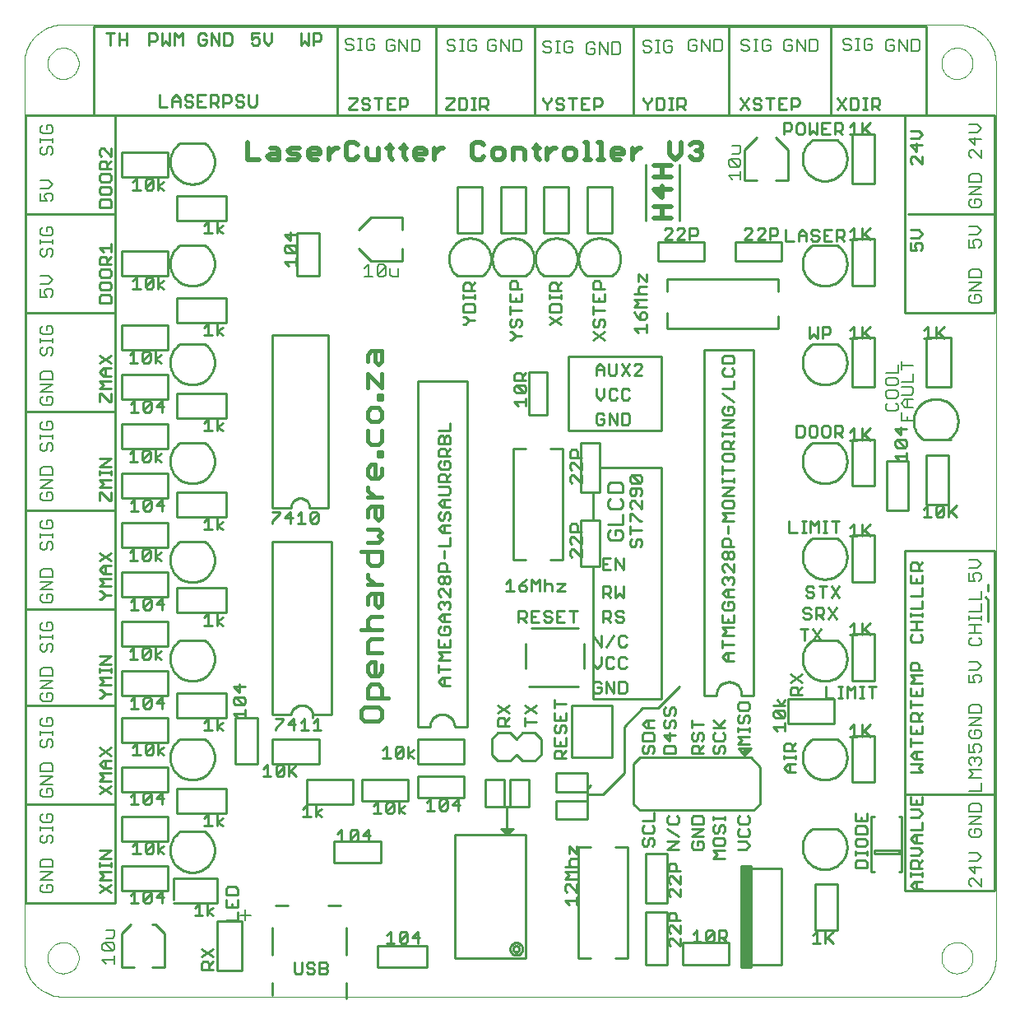
<source format=gto>
G75*
G70*
%OFA0B0*%
%FSLAX24Y24*%
%IPPOS*%
%LPD*%
%AMOC8*
5,1,8,0,0,1.08239X$1,22.5*
%
%ADD10C,0.0100*%
%ADD11R,0.0375X0.4125*%
%ADD12C,0.0060*%
%ADD13C,0.0090*%
%ADD14C,0.0110*%
%ADD15C,0.0160*%
%ADD16C,0.0200*%
%ADD17C,0.0070*%
%ADD18C,0.0000*%
D10*
X004827Y006401D02*
X004827Y010401D01*
X008452Y010401D01*
X008452Y014401D01*
X004827Y014401D01*
X004827Y010401D01*
X008452Y010401D02*
X008452Y006401D01*
X004827Y006401D01*
X008702Y006901D02*
X010577Y006901D01*
X010577Y007901D01*
X008702Y007901D01*
X008702Y006901D01*
X009077Y005526D02*
X008702Y005151D01*
X008702Y003776D01*
X009202Y003776D01*
X009952Y003776D02*
X010452Y003776D01*
X010452Y005151D01*
X010077Y005526D01*
X009952Y005526D01*
X010827Y006401D02*
X012577Y006401D01*
X012577Y007401D01*
X010827Y007401D01*
X010827Y006526D01*
X012577Y005651D02*
X012577Y003651D01*
X013577Y003651D01*
X013577Y005651D01*
X012577Y005651D01*
X014827Y005401D02*
X014827Y004276D01*
X014827Y003151D02*
X014827Y002651D01*
X017827Y002526D02*
X017827Y003151D01*
X017827Y004276D02*
X017827Y005401D01*
X017577Y006276D02*
X017077Y006276D01*
X015452Y006276D02*
X014952Y006276D01*
X017327Y008026D02*
X019202Y008026D01*
X019202Y008901D01*
X017327Y008901D01*
X017327Y008026D01*
X018077Y010401D02*
X016202Y010401D01*
X016202Y011401D01*
X018077Y011401D01*
X018077Y010401D01*
X018452Y010526D02*
X020327Y010526D01*
X020327Y011401D01*
X018452Y011401D01*
X018452Y010526D01*
X016702Y012026D02*
X014827Y012026D01*
X014827Y013026D01*
X016702Y013026D01*
X016702Y012026D01*
X016452Y014026D02*
X017202Y014026D01*
X017202Y021026D01*
X014827Y021026D01*
X014827Y014026D01*
X015577Y014026D01*
X015585Y014066D01*
X015596Y014105D01*
X015611Y014143D01*
X015630Y014179D01*
X015651Y014214D01*
X015676Y014246D01*
X015703Y014277D01*
X015734Y014304D01*
X015766Y014328D01*
X015801Y014350D01*
X015838Y014368D01*
X015876Y014383D01*
X015915Y014394D01*
X015955Y014401D01*
X015996Y014405D01*
X016037Y014404D01*
X016078Y014401D01*
X016118Y014393D01*
X016157Y014382D01*
X016195Y014367D01*
X016231Y014348D01*
X016266Y014327D01*
X016298Y014302D01*
X016329Y014275D01*
X016356Y014244D01*
X016380Y014212D01*
X016402Y014177D01*
X016420Y014140D01*
X016435Y014102D01*
X016446Y014063D01*
X016453Y014023D01*
X016457Y013982D01*
X016456Y013941D01*
X016453Y013900D01*
X014202Y013901D02*
X014202Y012026D01*
X013327Y012026D01*
X013327Y013901D01*
X014202Y013901D01*
X012952Y013901D02*
X010952Y013901D01*
X010952Y014901D01*
X012952Y014901D01*
X012952Y013901D01*
X012077Y013026D02*
X011077Y013026D01*
X010577Y012901D02*
X008702Y012901D01*
X008702Y013901D01*
X010577Y013901D01*
X010577Y012901D01*
X010577Y011901D02*
X008702Y011901D01*
X008702Y010901D01*
X010577Y010901D01*
X010577Y011901D01*
X010952Y011026D02*
X012952Y011026D01*
X012952Y010026D01*
X010952Y010026D01*
X010952Y011026D01*
X010577Y009901D02*
X010577Y008901D01*
X008702Y008901D01*
X008702Y009901D01*
X010577Y009901D01*
X011077Y009276D02*
X012077Y009276D01*
X012125Y009241D01*
X012170Y009204D01*
X012213Y009164D01*
X012254Y009121D01*
X012291Y009075D01*
X012326Y009027D01*
X012357Y008977D01*
X012385Y008925D01*
X012409Y008871D01*
X012430Y008816D01*
X012447Y008760D01*
X012461Y008702D01*
X012470Y008644D01*
X012476Y008586D01*
X012478Y008527D01*
X012476Y008468D01*
X012470Y008409D01*
X012461Y008351D01*
X012447Y008293D01*
X012430Y008237D01*
X012410Y008182D01*
X012385Y008128D01*
X012357Y008076D01*
X012326Y008026D01*
X012292Y007978D01*
X012255Y007932D01*
X012214Y007889D01*
X012171Y007849D01*
X012126Y007811D01*
X012078Y007777D01*
X012028Y007746D01*
X011976Y007718D01*
X011922Y007694D01*
X011867Y007673D01*
X011810Y007656D01*
X011753Y007642D01*
X011695Y007633D01*
X011636Y007627D01*
X011577Y007625D01*
X011518Y007627D01*
X011459Y007633D01*
X011401Y007642D01*
X011344Y007656D01*
X011287Y007673D01*
X011232Y007694D01*
X011178Y007718D01*
X011126Y007746D01*
X011076Y007777D01*
X011028Y007811D01*
X010983Y007849D01*
X010940Y007889D01*
X010899Y007932D01*
X010862Y007978D01*
X010828Y008026D01*
X010797Y008076D01*
X010769Y008128D01*
X010744Y008182D01*
X010724Y008237D01*
X010707Y008293D01*
X010693Y008351D01*
X010684Y008409D01*
X010678Y008468D01*
X010676Y008527D01*
X010678Y008586D01*
X010684Y008644D01*
X010693Y008702D01*
X010707Y008760D01*
X010724Y008816D01*
X010745Y008871D01*
X010769Y008925D01*
X010797Y008977D01*
X010828Y009027D01*
X010863Y009075D01*
X010900Y009121D01*
X010941Y009164D01*
X010984Y009204D01*
X011029Y009241D01*
X011077Y009276D01*
X011077Y013026D02*
X011029Y012991D01*
X010984Y012954D01*
X010941Y012914D01*
X010900Y012871D01*
X010863Y012825D01*
X010828Y012777D01*
X010797Y012727D01*
X010769Y012675D01*
X010745Y012621D01*
X010724Y012566D01*
X010707Y012510D01*
X010693Y012452D01*
X010684Y012394D01*
X010678Y012336D01*
X010676Y012277D01*
X010678Y012218D01*
X010684Y012159D01*
X010693Y012101D01*
X010707Y012043D01*
X010724Y011987D01*
X010744Y011932D01*
X010769Y011878D01*
X010797Y011826D01*
X010828Y011776D01*
X010862Y011728D01*
X010899Y011682D01*
X010940Y011639D01*
X010983Y011599D01*
X011028Y011561D01*
X011076Y011527D01*
X011126Y011496D01*
X011178Y011468D01*
X011232Y011444D01*
X011287Y011423D01*
X011344Y011406D01*
X011401Y011392D01*
X011459Y011383D01*
X011518Y011377D01*
X011577Y011375D01*
X011636Y011377D01*
X011695Y011383D01*
X011753Y011392D01*
X011810Y011406D01*
X011867Y011423D01*
X011922Y011444D01*
X011976Y011468D01*
X012028Y011496D01*
X012078Y011527D01*
X012126Y011561D01*
X012171Y011599D01*
X012214Y011639D01*
X012255Y011682D01*
X012292Y011728D01*
X012326Y011776D01*
X012357Y011826D01*
X012385Y011878D01*
X012410Y011932D01*
X012430Y011987D01*
X012447Y012043D01*
X012461Y012101D01*
X012470Y012159D01*
X012476Y012218D01*
X012478Y012277D01*
X012476Y012336D01*
X012470Y012394D01*
X012461Y012452D01*
X012447Y012510D01*
X012430Y012566D01*
X012409Y012621D01*
X012385Y012675D01*
X012357Y012727D01*
X012326Y012777D01*
X012291Y012825D01*
X012254Y012871D01*
X012213Y012914D01*
X012170Y012954D01*
X012125Y012991D01*
X012077Y013026D01*
X010577Y014776D02*
X008702Y014776D01*
X008702Y015776D01*
X010577Y015776D01*
X010577Y014776D01*
X011077Y017026D02*
X011029Y016991D01*
X010984Y016954D01*
X010941Y016914D01*
X010900Y016871D01*
X010863Y016825D01*
X010828Y016777D01*
X010797Y016727D01*
X010769Y016675D01*
X010745Y016621D01*
X010724Y016566D01*
X010707Y016510D01*
X010693Y016452D01*
X010684Y016394D01*
X010678Y016336D01*
X010676Y016277D01*
X010678Y016218D01*
X010684Y016159D01*
X010693Y016101D01*
X010707Y016043D01*
X010724Y015987D01*
X010744Y015932D01*
X010769Y015878D01*
X010797Y015826D01*
X010828Y015776D01*
X010862Y015728D01*
X010899Y015682D01*
X010940Y015639D01*
X010983Y015599D01*
X011028Y015561D01*
X011076Y015527D01*
X011126Y015496D01*
X011178Y015468D01*
X011232Y015444D01*
X011287Y015423D01*
X011344Y015406D01*
X011401Y015392D01*
X011459Y015383D01*
X011518Y015377D01*
X011577Y015375D01*
X011636Y015377D01*
X011695Y015383D01*
X011753Y015392D01*
X011810Y015406D01*
X011867Y015423D01*
X011922Y015444D01*
X011976Y015468D01*
X012028Y015496D01*
X012078Y015527D01*
X012126Y015561D01*
X012171Y015599D01*
X012214Y015639D01*
X012255Y015682D01*
X012292Y015728D01*
X012326Y015776D01*
X012357Y015826D01*
X012385Y015878D01*
X012410Y015932D01*
X012430Y015987D01*
X012447Y016043D01*
X012461Y016101D01*
X012470Y016159D01*
X012476Y016218D01*
X012478Y016277D01*
X012476Y016336D01*
X012470Y016394D01*
X012461Y016452D01*
X012447Y016510D01*
X012430Y016566D01*
X012409Y016621D01*
X012385Y016675D01*
X012357Y016727D01*
X012326Y016777D01*
X012291Y016825D01*
X012254Y016871D01*
X012213Y016914D01*
X012170Y016954D01*
X012125Y016991D01*
X012077Y017026D01*
X011077Y017026D01*
X010577Y016776D02*
X008702Y016776D01*
X008702Y017776D01*
X010577Y017776D01*
X010577Y016776D01*
X010952Y018151D02*
X012952Y018151D01*
X012952Y019151D01*
X010952Y019151D01*
X010952Y018151D01*
X010577Y018776D02*
X008702Y018776D01*
X008702Y019776D01*
X010577Y019776D01*
X010577Y018776D01*
X011077Y021026D02*
X011029Y020991D01*
X010984Y020954D01*
X010941Y020914D01*
X010900Y020871D01*
X010863Y020825D01*
X010828Y020777D01*
X010797Y020727D01*
X010769Y020675D01*
X010745Y020621D01*
X010724Y020566D01*
X010707Y020510D01*
X010693Y020452D01*
X010684Y020394D01*
X010678Y020336D01*
X010676Y020277D01*
X010678Y020218D01*
X010684Y020159D01*
X010693Y020101D01*
X010707Y020043D01*
X010724Y019987D01*
X010744Y019932D01*
X010769Y019878D01*
X010797Y019826D01*
X010828Y019776D01*
X010862Y019728D01*
X010899Y019682D01*
X010940Y019639D01*
X010983Y019599D01*
X011028Y019561D01*
X011076Y019527D01*
X011126Y019496D01*
X011178Y019468D01*
X011232Y019444D01*
X011287Y019423D01*
X011344Y019406D01*
X011401Y019392D01*
X011459Y019383D01*
X011518Y019377D01*
X011577Y019375D01*
X011636Y019377D01*
X011695Y019383D01*
X011753Y019392D01*
X011810Y019406D01*
X011867Y019423D01*
X011922Y019444D01*
X011976Y019468D01*
X012028Y019496D01*
X012078Y019527D01*
X012126Y019561D01*
X012171Y019599D01*
X012214Y019639D01*
X012255Y019682D01*
X012292Y019728D01*
X012326Y019776D01*
X012357Y019826D01*
X012385Y019878D01*
X012410Y019932D01*
X012430Y019987D01*
X012447Y020043D01*
X012461Y020101D01*
X012470Y020159D01*
X012476Y020218D01*
X012478Y020277D01*
X012476Y020336D01*
X012470Y020394D01*
X012461Y020452D01*
X012447Y020510D01*
X012430Y020566D01*
X012409Y020621D01*
X012385Y020675D01*
X012357Y020727D01*
X012326Y020777D01*
X012291Y020825D01*
X012254Y020871D01*
X012213Y020914D01*
X012170Y020954D01*
X012125Y020991D01*
X012077Y021026D01*
X011077Y021026D01*
X010577Y020776D02*
X008702Y020776D01*
X008702Y021776D01*
X010577Y021776D01*
X010577Y020776D01*
X010952Y022026D02*
X012952Y022026D01*
X012952Y023026D01*
X010952Y023026D01*
X010952Y022026D01*
X010577Y022776D02*
X008702Y022776D01*
X008702Y023776D01*
X010577Y023776D01*
X010577Y022776D01*
X011077Y025026D02*
X011029Y024991D01*
X010984Y024954D01*
X010941Y024914D01*
X010900Y024871D01*
X010863Y024825D01*
X010828Y024777D01*
X010797Y024727D01*
X010769Y024675D01*
X010745Y024621D01*
X010724Y024566D01*
X010707Y024510D01*
X010693Y024452D01*
X010684Y024394D01*
X010678Y024336D01*
X010676Y024277D01*
X010678Y024218D01*
X010684Y024159D01*
X010693Y024101D01*
X010707Y024043D01*
X010724Y023987D01*
X010744Y023932D01*
X010769Y023878D01*
X010797Y023826D01*
X010828Y023776D01*
X010862Y023728D01*
X010899Y023682D01*
X010940Y023639D01*
X010983Y023599D01*
X011028Y023561D01*
X011076Y023527D01*
X011126Y023496D01*
X011178Y023468D01*
X011232Y023444D01*
X011287Y023423D01*
X011344Y023406D01*
X011401Y023392D01*
X011459Y023383D01*
X011518Y023377D01*
X011577Y023375D01*
X011636Y023377D01*
X011695Y023383D01*
X011753Y023392D01*
X011810Y023406D01*
X011867Y023423D01*
X011922Y023444D01*
X011976Y023468D01*
X012028Y023496D01*
X012078Y023527D01*
X012126Y023561D01*
X012171Y023599D01*
X012214Y023639D01*
X012255Y023682D01*
X012292Y023728D01*
X012326Y023776D01*
X012357Y023826D01*
X012385Y023878D01*
X012410Y023932D01*
X012430Y023987D01*
X012447Y024043D01*
X012461Y024101D01*
X012470Y024159D01*
X012476Y024218D01*
X012478Y024277D01*
X012476Y024336D01*
X012470Y024394D01*
X012461Y024452D01*
X012447Y024510D01*
X012430Y024566D01*
X012409Y024621D01*
X012385Y024675D01*
X012357Y024727D01*
X012326Y024777D01*
X012291Y024825D01*
X012254Y024871D01*
X012213Y024914D01*
X012170Y024954D01*
X012125Y024991D01*
X012077Y025026D01*
X011077Y025026D01*
X010577Y024776D02*
X008702Y024776D01*
X008702Y025776D01*
X010577Y025776D01*
X010577Y024776D01*
X010952Y026026D02*
X012952Y026026D01*
X012952Y027026D01*
X010952Y027026D01*
X010952Y026026D01*
X010577Y026776D02*
X008702Y026776D01*
X008702Y027776D01*
X010577Y027776D01*
X010577Y026776D01*
X011077Y029026D02*
X011029Y028991D01*
X010984Y028954D01*
X010941Y028914D01*
X010900Y028871D01*
X010863Y028825D01*
X010828Y028777D01*
X010797Y028727D01*
X010769Y028675D01*
X010745Y028621D01*
X010724Y028566D01*
X010707Y028510D01*
X010693Y028452D01*
X010684Y028394D01*
X010678Y028336D01*
X010676Y028277D01*
X010678Y028218D01*
X010684Y028159D01*
X010693Y028101D01*
X010707Y028043D01*
X010724Y027987D01*
X010744Y027932D01*
X010769Y027878D01*
X010797Y027826D01*
X010828Y027776D01*
X010862Y027728D01*
X010899Y027682D01*
X010940Y027639D01*
X010983Y027599D01*
X011028Y027561D01*
X011076Y027527D01*
X011126Y027496D01*
X011178Y027468D01*
X011232Y027444D01*
X011287Y027423D01*
X011344Y027406D01*
X011401Y027392D01*
X011459Y027383D01*
X011518Y027377D01*
X011577Y027375D01*
X011636Y027377D01*
X011695Y027383D01*
X011753Y027392D01*
X011810Y027406D01*
X011867Y027423D01*
X011922Y027444D01*
X011976Y027468D01*
X012028Y027496D01*
X012078Y027527D01*
X012126Y027561D01*
X012171Y027599D01*
X012214Y027639D01*
X012255Y027682D01*
X012292Y027728D01*
X012326Y027776D01*
X012357Y027826D01*
X012385Y027878D01*
X012410Y027932D01*
X012430Y027987D01*
X012447Y028043D01*
X012461Y028101D01*
X012470Y028159D01*
X012476Y028218D01*
X012478Y028277D01*
X012476Y028336D01*
X012470Y028394D01*
X012461Y028452D01*
X012447Y028510D01*
X012430Y028566D01*
X012409Y028621D01*
X012385Y028675D01*
X012357Y028727D01*
X012326Y028777D01*
X012291Y028825D01*
X012254Y028871D01*
X012213Y028914D01*
X012170Y028954D01*
X012125Y028991D01*
X012077Y029026D01*
X011077Y029026D01*
X010577Y028776D02*
X008702Y028776D01*
X008702Y029776D01*
X010577Y029776D01*
X010577Y028776D01*
X010952Y029901D02*
X012952Y029901D01*
X012952Y030901D01*
X010952Y030901D01*
X010952Y029901D01*
X010577Y031776D02*
X008702Y031776D01*
X008702Y032776D01*
X010577Y032776D01*
X010577Y031776D01*
X011077Y033026D02*
X011029Y032991D01*
X010984Y032954D01*
X010941Y032914D01*
X010900Y032871D01*
X010863Y032825D01*
X010828Y032777D01*
X010797Y032727D01*
X010769Y032675D01*
X010745Y032621D01*
X010724Y032566D01*
X010707Y032510D01*
X010693Y032452D01*
X010684Y032394D01*
X010678Y032336D01*
X010676Y032277D01*
X010678Y032218D01*
X010684Y032159D01*
X010693Y032101D01*
X010707Y032043D01*
X010724Y031987D01*
X010744Y031932D01*
X010769Y031878D01*
X010797Y031826D01*
X010828Y031776D01*
X010862Y031728D01*
X010899Y031682D01*
X010940Y031639D01*
X010983Y031599D01*
X011028Y031561D01*
X011076Y031527D01*
X011126Y031496D01*
X011178Y031468D01*
X011232Y031444D01*
X011287Y031423D01*
X011344Y031406D01*
X011401Y031392D01*
X011459Y031383D01*
X011518Y031377D01*
X011577Y031375D01*
X011636Y031377D01*
X011695Y031383D01*
X011753Y031392D01*
X011810Y031406D01*
X011867Y031423D01*
X011922Y031444D01*
X011976Y031468D01*
X012028Y031496D01*
X012078Y031527D01*
X012126Y031561D01*
X012171Y031599D01*
X012214Y031639D01*
X012255Y031682D01*
X012292Y031728D01*
X012326Y031776D01*
X012357Y031826D01*
X012385Y031878D01*
X012410Y031932D01*
X012430Y031987D01*
X012447Y032043D01*
X012461Y032101D01*
X012470Y032159D01*
X012476Y032218D01*
X012478Y032277D01*
X012476Y032336D01*
X012470Y032394D01*
X012461Y032452D01*
X012447Y032510D01*
X012430Y032566D01*
X012409Y032621D01*
X012385Y032675D01*
X012357Y032727D01*
X012326Y032777D01*
X012291Y032825D01*
X012254Y032871D01*
X012213Y032914D01*
X012170Y032954D01*
X012125Y032991D01*
X012077Y033026D01*
X011077Y033026D01*
X010952Y034026D02*
X012952Y034026D01*
X012952Y035026D01*
X010952Y035026D01*
X010952Y034026D01*
X010577Y035776D02*
X010577Y036776D01*
X008702Y036776D01*
X008702Y035776D01*
X010577Y035776D01*
X011077Y037151D02*
X011029Y037116D01*
X010984Y037079D01*
X010941Y037039D01*
X010900Y036996D01*
X010863Y036950D01*
X010828Y036902D01*
X010797Y036852D01*
X010769Y036800D01*
X010745Y036746D01*
X010724Y036691D01*
X010707Y036635D01*
X010693Y036577D01*
X010684Y036519D01*
X010678Y036461D01*
X010676Y036402D01*
X010678Y036343D01*
X010684Y036284D01*
X010693Y036226D01*
X010707Y036168D01*
X010724Y036112D01*
X010744Y036057D01*
X010769Y036003D01*
X010797Y035951D01*
X010828Y035901D01*
X010862Y035853D01*
X010899Y035807D01*
X010940Y035764D01*
X010983Y035724D01*
X011028Y035686D01*
X011076Y035652D01*
X011126Y035621D01*
X011178Y035593D01*
X011232Y035569D01*
X011287Y035548D01*
X011344Y035531D01*
X011401Y035517D01*
X011459Y035508D01*
X011518Y035502D01*
X011577Y035500D01*
X011636Y035502D01*
X011695Y035508D01*
X011753Y035517D01*
X011810Y035531D01*
X011867Y035548D01*
X011922Y035569D01*
X011976Y035593D01*
X012028Y035621D01*
X012078Y035652D01*
X012126Y035686D01*
X012171Y035724D01*
X012214Y035764D01*
X012255Y035807D01*
X012292Y035853D01*
X012326Y035901D01*
X012357Y035951D01*
X012385Y036003D01*
X012410Y036057D01*
X012430Y036112D01*
X012447Y036168D01*
X012461Y036226D01*
X012470Y036284D01*
X012476Y036343D01*
X012478Y036402D01*
X012476Y036461D01*
X012470Y036519D01*
X012461Y036577D01*
X012447Y036635D01*
X012430Y036691D01*
X012409Y036746D01*
X012385Y036800D01*
X012357Y036852D01*
X012326Y036902D01*
X012291Y036950D01*
X012254Y036996D01*
X012213Y037039D01*
X012170Y037079D01*
X012125Y037116D01*
X012077Y037151D01*
X011077Y037151D01*
X008452Y038276D02*
X017452Y038276D01*
X017452Y041901D01*
X021452Y041901D01*
X021452Y038276D01*
X017452Y038276D01*
X017452Y041901D02*
X007577Y041901D01*
X007577Y038276D01*
X004827Y038276D01*
X004827Y034276D01*
X008452Y034276D01*
X008452Y038276D01*
X007577Y038276D01*
X008452Y034276D02*
X008452Y030276D01*
X004827Y030276D01*
X004827Y026276D01*
X008452Y026276D01*
X008452Y030276D01*
X004827Y030276D02*
X004827Y034276D01*
X004827Y026276D02*
X004827Y022276D01*
X008452Y022276D01*
X008452Y026276D01*
X008452Y022276D02*
X008452Y018276D01*
X004827Y018276D01*
X004827Y014401D01*
X008452Y014401D02*
X008452Y018276D01*
X004827Y018276D02*
X004827Y022276D01*
X014827Y022401D02*
X014827Y029401D01*
X017077Y029401D01*
X017077Y022401D01*
X016327Y022401D01*
X016325Y022439D01*
X016319Y022476D01*
X016310Y022513D01*
X016297Y022549D01*
X016280Y022583D01*
X016260Y022615D01*
X016237Y022645D01*
X016210Y022673D01*
X016182Y022698D01*
X016150Y022719D01*
X016117Y022738D01*
X016082Y022753D01*
X016046Y022764D01*
X016009Y022772D01*
X015971Y022776D01*
X015933Y022776D01*
X015895Y022772D01*
X015858Y022764D01*
X015822Y022753D01*
X015787Y022738D01*
X015754Y022719D01*
X015722Y022698D01*
X015694Y022673D01*
X015667Y022645D01*
X015644Y022615D01*
X015624Y022583D01*
X015607Y022549D01*
X015594Y022513D01*
X015585Y022476D01*
X015579Y022439D01*
X015577Y022401D01*
X014827Y022401D01*
X020702Y027526D02*
X022702Y027526D01*
X022702Y013526D01*
X022202Y013526D01*
X022200Y013570D01*
X022194Y013613D01*
X022185Y013655D01*
X022172Y013697D01*
X022155Y013737D01*
X022135Y013776D01*
X022112Y013813D01*
X022085Y013847D01*
X022056Y013880D01*
X022023Y013909D01*
X021989Y013936D01*
X021952Y013959D01*
X021913Y013979D01*
X021873Y013996D01*
X021831Y014009D01*
X021789Y014018D01*
X021746Y014024D01*
X021702Y014026D01*
X021658Y014024D01*
X021615Y014018D01*
X021573Y014009D01*
X021531Y013996D01*
X021491Y013979D01*
X021452Y013959D01*
X021415Y013936D01*
X021381Y013909D01*
X021348Y013880D01*
X021319Y013847D01*
X021292Y013813D01*
X021269Y013776D01*
X021249Y013737D01*
X021232Y013697D01*
X021219Y013655D01*
X021210Y013613D01*
X021204Y013570D01*
X021202Y013526D01*
X020702Y013526D01*
X020702Y027526D01*
X024577Y024776D02*
X024577Y020276D01*
X025077Y020276D01*
X026077Y020276D02*
X026577Y020276D01*
X026577Y024776D01*
X026077Y024776D01*
X025077Y024776D02*
X024577Y024776D01*
X025202Y026151D02*
X025952Y026151D01*
X025952Y027901D01*
X025202Y027901D01*
X025202Y026151D01*
X026827Y025526D02*
X030577Y025526D01*
X030577Y028526D01*
X026827Y028526D01*
X026827Y025526D01*
X027327Y025026D02*
X027327Y023026D01*
X027827Y023026D01*
X027827Y021901D01*
X027327Y021901D01*
X027327Y020026D01*
X027827Y020026D01*
X027827Y014651D01*
X030577Y014651D01*
X030577Y024026D01*
X028077Y024026D01*
X028077Y025026D01*
X027327Y025026D01*
X028077Y024026D02*
X028077Y023026D01*
X027827Y023026D01*
X027827Y021901D02*
X028077Y021901D01*
X028077Y020026D01*
X027827Y020026D01*
X027202Y017526D02*
X025327Y017526D01*
X025077Y016901D02*
X025077Y015901D01*
X025202Y015151D02*
X027202Y015151D01*
X027452Y015901D02*
X027452Y016901D01*
X026952Y014401D02*
X028577Y014401D01*
X028577Y012276D01*
X026952Y012276D01*
X026952Y014401D01*
X025702Y013026D02*
X025702Y012401D01*
X025452Y012151D01*
X024952Y012151D01*
X024702Y012401D01*
X024452Y012151D01*
X023952Y012151D01*
X023702Y012401D01*
X023702Y013026D01*
X023952Y013276D01*
X024452Y013276D01*
X024702Y013026D01*
X024952Y013276D01*
X025452Y013276D01*
X025702Y013026D01*
X026327Y011651D02*
X027577Y011651D01*
X027577Y010901D01*
X026327Y010901D01*
X026327Y011651D01*
X026327Y010526D02*
X027577Y010526D01*
X027577Y010776D01*
X028202Y010776D01*
X029077Y011651D01*
X029077Y013526D01*
X029827Y014276D01*
X030452Y014276D01*
X031327Y015151D01*
X032327Y014776D02*
X032827Y014776D01*
X032327Y014776D02*
X032327Y028776D01*
X034327Y028776D01*
X034327Y014776D01*
X033827Y014776D01*
X033827Y014901D01*
X033820Y014944D01*
X033809Y014986D01*
X033794Y015028D01*
X033776Y015068D01*
X033754Y015106D01*
X033729Y015142D01*
X033701Y015176D01*
X033670Y015207D01*
X033636Y015236D01*
X033601Y015261D01*
X033563Y015284D01*
X033523Y015302D01*
X033482Y015318D01*
X033439Y015329D01*
X033396Y015337D01*
X033352Y015341D01*
X033308Y015342D01*
X033264Y015338D01*
X033221Y015331D01*
X033179Y015320D01*
X033137Y015305D01*
X033097Y015287D01*
X033059Y015265D01*
X033023Y015240D01*
X032989Y015212D01*
X032958Y015181D01*
X032929Y015147D01*
X032904Y015112D01*
X032881Y015074D01*
X032863Y015034D01*
X032847Y014993D01*
X032836Y014950D01*
X032828Y014907D01*
X032824Y014863D01*
X032823Y014819D01*
X032827Y014775D01*
X033702Y012651D02*
X033952Y012651D01*
X034077Y012526D01*
X033827Y012526D01*
X033702Y012651D01*
X033827Y012526D02*
X033952Y012401D01*
X033952Y012651D01*
X034202Y012651D01*
X034077Y012526D01*
X033952Y012401D01*
X034202Y012276D02*
X034577Y011901D01*
X034577Y010401D01*
X034327Y010151D01*
X029702Y010151D01*
X029452Y010401D01*
X029452Y012026D01*
X029702Y012276D01*
X034202Y012276D01*
X035702Y013651D02*
X037577Y013651D01*
X037577Y014651D01*
X035702Y014651D01*
X035702Y013651D01*
X036702Y013026D02*
X037702Y013026D01*
X038327Y013151D02*
X039202Y013151D01*
X039202Y011276D01*
X038327Y011276D01*
X038327Y013151D01*
X037702Y013026D02*
X037750Y012991D01*
X037795Y012954D01*
X037838Y012914D01*
X037879Y012871D01*
X037916Y012825D01*
X037951Y012777D01*
X037982Y012727D01*
X038010Y012675D01*
X038034Y012621D01*
X038055Y012566D01*
X038072Y012510D01*
X038086Y012452D01*
X038095Y012394D01*
X038101Y012336D01*
X038103Y012277D01*
X038101Y012218D01*
X038095Y012159D01*
X038086Y012101D01*
X038072Y012043D01*
X038055Y011987D01*
X038035Y011932D01*
X038010Y011878D01*
X037982Y011826D01*
X037951Y011776D01*
X037917Y011728D01*
X037880Y011682D01*
X037839Y011639D01*
X037796Y011599D01*
X037751Y011561D01*
X037703Y011527D01*
X037653Y011496D01*
X037601Y011468D01*
X037547Y011444D01*
X037492Y011423D01*
X037435Y011406D01*
X037378Y011392D01*
X037320Y011383D01*
X037261Y011377D01*
X037202Y011375D01*
X037143Y011377D01*
X037084Y011383D01*
X037026Y011392D01*
X036969Y011406D01*
X036912Y011423D01*
X036857Y011444D01*
X036803Y011468D01*
X036751Y011496D01*
X036701Y011527D01*
X036653Y011561D01*
X036608Y011599D01*
X036565Y011639D01*
X036524Y011682D01*
X036487Y011728D01*
X036453Y011776D01*
X036422Y011826D01*
X036394Y011878D01*
X036369Y011932D01*
X036349Y011987D01*
X036332Y012043D01*
X036318Y012101D01*
X036309Y012159D01*
X036303Y012218D01*
X036301Y012277D01*
X036303Y012336D01*
X036309Y012394D01*
X036318Y012452D01*
X036332Y012510D01*
X036349Y012566D01*
X036370Y012621D01*
X036394Y012675D01*
X036422Y012727D01*
X036453Y012777D01*
X036488Y012825D01*
X036525Y012871D01*
X036566Y012914D01*
X036609Y012954D01*
X036654Y012991D01*
X036702Y013026D01*
X038327Y015401D02*
X039202Y015401D01*
X039202Y017276D01*
X038327Y017276D01*
X038327Y015401D01*
X037702Y017026D02*
X037750Y016991D01*
X037795Y016954D01*
X037838Y016914D01*
X037879Y016871D01*
X037916Y016825D01*
X037951Y016777D01*
X037982Y016727D01*
X038010Y016675D01*
X038034Y016621D01*
X038055Y016566D01*
X038072Y016510D01*
X038086Y016452D01*
X038095Y016394D01*
X038101Y016336D01*
X038103Y016277D01*
X038101Y016218D01*
X038095Y016159D01*
X038086Y016101D01*
X038072Y016043D01*
X038055Y015987D01*
X038035Y015932D01*
X038010Y015878D01*
X037982Y015826D01*
X037951Y015776D01*
X037917Y015728D01*
X037880Y015682D01*
X037839Y015639D01*
X037796Y015599D01*
X037751Y015561D01*
X037703Y015527D01*
X037653Y015496D01*
X037601Y015468D01*
X037547Y015444D01*
X037492Y015423D01*
X037435Y015406D01*
X037378Y015392D01*
X037320Y015383D01*
X037261Y015377D01*
X037202Y015375D01*
X037143Y015377D01*
X037084Y015383D01*
X037026Y015392D01*
X036969Y015406D01*
X036912Y015423D01*
X036857Y015444D01*
X036803Y015468D01*
X036751Y015496D01*
X036701Y015527D01*
X036653Y015561D01*
X036608Y015599D01*
X036565Y015639D01*
X036524Y015682D01*
X036487Y015728D01*
X036453Y015776D01*
X036422Y015826D01*
X036394Y015878D01*
X036369Y015932D01*
X036349Y015987D01*
X036332Y016043D01*
X036318Y016101D01*
X036309Y016159D01*
X036303Y016218D01*
X036301Y016277D01*
X036303Y016336D01*
X036309Y016394D01*
X036318Y016452D01*
X036332Y016510D01*
X036349Y016566D01*
X036370Y016621D01*
X036394Y016675D01*
X036422Y016727D01*
X036453Y016777D01*
X036488Y016825D01*
X036525Y016871D01*
X036566Y016914D01*
X036609Y016954D01*
X036654Y016991D01*
X036702Y017026D01*
X037702Y017026D01*
X038327Y019401D02*
X039202Y019401D01*
X039202Y021276D01*
X038327Y021276D01*
X038327Y019401D01*
X037702Y021151D02*
X037750Y021116D01*
X037795Y021079D01*
X037838Y021039D01*
X037879Y020996D01*
X037916Y020950D01*
X037951Y020902D01*
X037982Y020852D01*
X038010Y020800D01*
X038034Y020746D01*
X038055Y020691D01*
X038072Y020635D01*
X038086Y020577D01*
X038095Y020519D01*
X038101Y020461D01*
X038103Y020402D01*
X038101Y020343D01*
X038095Y020284D01*
X038086Y020226D01*
X038072Y020168D01*
X038055Y020112D01*
X038035Y020057D01*
X038010Y020003D01*
X037982Y019951D01*
X037951Y019901D01*
X037917Y019853D01*
X037880Y019807D01*
X037839Y019764D01*
X037796Y019724D01*
X037751Y019686D01*
X037703Y019652D01*
X037653Y019621D01*
X037601Y019593D01*
X037547Y019569D01*
X037492Y019548D01*
X037435Y019531D01*
X037378Y019517D01*
X037320Y019508D01*
X037261Y019502D01*
X037202Y019500D01*
X037143Y019502D01*
X037084Y019508D01*
X037026Y019517D01*
X036969Y019531D01*
X036912Y019548D01*
X036857Y019569D01*
X036803Y019593D01*
X036751Y019621D01*
X036701Y019652D01*
X036653Y019686D01*
X036608Y019724D01*
X036565Y019764D01*
X036524Y019807D01*
X036487Y019853D01*
X036453Y019901D01*
X036422Y019951D01*
X036394Y020003D01*
X036369Y020057D01*
X036349Y020112D01*
X036332Y020168D01*
X036318Y020226D01*
X036309Y020284D01*
X036303Y020343D01*
X036301Y020402D01*
X036303Y020461D01*
X036309Y020519D01*
X036318Y020577D01*
X036332Y020635D01*
X036349Y020691D01*
X036370Y020746D01*
X036394Y020800D01*
X036422Y020852D01*
X036453Y020902D01*
X036488Y020950D01*
X036525Y020996D01*
X036566Y021039D01*
X036609Y021079D01*
X036654Y021116D01*
X036702Y021151D01*
X037702Y021151D01*
X039702Y022276D02*
X040577Y022276D01*
X040577Y024276D01*
X039702Y024276D01*
X039702Y022276D01*
X039202Y023276D02*
X038327Y023276D01*
X038327Y025151D01*
X039202Y025151D01*
X039202Y023276D01*
X037702Y025026D02*
X037750Y024991D01*
X037795Y024954D01*
X037838Y024914D01*
X037879Y024871D01*
X037916Y024825D01*
X037951Y024777D01*
X037982Y024727D01*
X038010Y024675D01*
X038034Y024621D01*
X038055Y024566D01*
X038072Y024510D01*
X038086Y024452D01*
X038095Y024394D01*
X038101Y024336D01*
X038103Y024277D01*
X038101Y024218D01*
X038095Y024159D01*
X038086Y024101D01*
X038072Y024043D01*
X038055Y023987D01*
X038035Y023932D01*
X038010Y023878D01*
X037982Y023826D01*
X037951Y023776D01*
X037917Y023728D01*
X037880Y023682D01*
X037839Y023639D01*
X037796Y023599D01*
X037751Y023561D01*
X037703Y023527D01*
X037653Y023496D01*
X037601Y023468D01*
X037547Y023444D01*
X037492Y023423D01*
X037435Y023406D01*
X037378Y023392D01*
X037320Y023383D01*
X037261Y023377D01*
X037202Y023375D01*
X037143Y023377D01*
X037084Y023383D01*
X037026Y023392D01*
X036969Y023406D01*
X036912Y023423D01*
X036857Y023444D01*
X036803Y023468D01*
X036751Y023496D01*
X036701Y023527D01*
X036653Y023561D01*
X036608Y023599D01*
X036565Y023639D01*
X036524Y023682D01*
X036487Y023728D01*
X036453Y023776D01*
X036422Y023826D01*
X036394Y023878D01*
X036369Y023932D01*
X036349Y023987D01*
X036332Y024043D01*
X036318Y024101D01*
X036309Y024159D01*
X036303Y024218D01*
X036301Y024277D01*
X036303Y024336D01*
X036309Y024394D01*
X036318Y024452D01*
X036332Y024510D01*
X036349Y024566D01*
X036370Y024621D01*
X036394Y024675D01*
X036422Y024727D01*
X036453Y024777D01*
X036488Y024825D01*
X036525Y024871D01*
X036566Y024914D01*
X036609Y024954D01*
X036654Y024991D01*
X036702Y025026D01*
X037702Y025026D01*
X038327Y027276D02*
X039202Y027276D01*
X039202Y029276D01*
X038327Y029276D01*
X038327Y027276D01*
X037702Y029026D02*
X037750Y028991D01*
X037795Y028954D01*
X037838Y028914D01*
X037879Y028871D01*
X037916Y028825D01*
X037951Y028777D01*
X037982Y028727D01*
X038010Y028675D01*
X038034Y028621D01*
X038055Y028566D01*
X038072Y028510D01*
X038086Y028452D01*
X038095Y028394D01*
X038101Y028336D01*
X038103Y028277D01*
X038101Y028218D01*
X038095Y028159D01*
X038086Y028101D01*
X038072Y028043D01*
X038055Y027987D01*
X038035Y027932D01*
X038010Y027878D01*
X037982Y027826D01*
X037951Y027776D01*
X037917Y027728D01*
X037880Y027682D01*
X037839Y027639D01*
X037796Y027599D01*
X037751Y027561D01*
X037703Y027527D01*
X037653Y027496D01*
X037601Y027468D01*
X037547Y027444D01*
X037492Y027423D01*
X037435Y027406D01*
X037378Y027392D01*
X037320Y027383D01*
X037261Y027377D01*
X037202Y027375D01*
X037143Y027377D01*
X037084Y027383D01*
X037026Y027392D01*
X036969Y027406D01*
X036912Y027423D01*
X036857Y027444D01*
X036803Y027468D01*
X036751Y027496D01*
X036701Y027527D01*
X036653Y027561D01*
X036608Y027599D01*
X036565Y027639D01*
X036524Y027682D01*
X036487Y027728D01*
X036453Y027776D01*
X036422Y027826D01*
X036394Y027878D01*
X036369Y027932D01*
X036349Y027987D01*
X036332Y028043D01*
X036318Y028101D01*
X036309Y028159D01*
X036303Y028218D01*
X036301Y028277D01*
X036303Y028336D01*
X036309Y028394D01*
X036318Y028452D01*
X036332Y028510D01*
X036349Y028566D01*
X036370Y028621D01*
X036394Y028675D01*
X036422Y028727D01*
X036453Y028777D01*
X036488Y028825D01*
X036525Y028871D01*
X036566Y028914D01*
X036609Y028954D01*
X036654Y028991D01*
X036702Y029026D01*
X037702Y029026D01*
X035327Y029651D02*
X035327Y030151D01*
X035327Y029651D02*
X030827Y029651D01*
X030827Y030276D01*
X030827Y031151D02*
X030827Y031651D01*
X035327Y031651D01*
X035327Y031151D01*
X035452Y032401D02*
X033577Y032401D01*
X033577Y033151D01*
X035452Y033151D01*
X035452Y032401D01*
X036702Y033026D02*
X037702Y033026D01*
X038327Y033276D02*
X039202Y033276D01*
X039202Y031401D01*
X038327Y031401D01*
X038327Y033276D01*
X037702Y033026D02*
X037750Y032991D01*
X037795Y032954D01*
X037838Y032914D01*
X037879Y032871D01*
X037916Y032825D01*
X037951Y032777D01*
X037982Y032727D01*
X038010Y032675D01*
X038034Y032621D01*
X038055Y032566D01*
X038072Y032510D01*
X038086Y032452D01*
X038095Y032394D01*
X038101Y032336D01*
X038103Y032277D01*
X038101Y032218D01*
X038095Y032159D01*
X038086Y032101D01*
X038072Y032043D01*
X038055Y031987D01*
X038035Y031932D01*
X038010Y031878D01*
X037982Y031826D01*
X037951Y031776D01*
X037917Y031728D01*
X037880Y031682D01*
X037839Y031639D01*
X037796Y031599D01*
X037751Y031561D01*
X037703Y031527D01*
X037653Y031496D01*
X037601Y031468D01*
X037547Y031444D01*
X037492Y031423D01*
X037435Y031406D01*
X037378Y031392D01*
X037320Y031383D01*
X037261Y031377D01*
X037202Y031375D01*
X037143Y031377D01*
X037084Y031383D01*
X037026Y031392D01*
X036969Y031406D01*
X036912Y031423D01*
X036857Y031444D01*
X036803Y031468D01*
X036751Y031496D01*
X036701Y031527D01*
X036653Y031561D01*
X036608Y031599D01*
X036565Y031639D01*
X036524Y031682D01*
X036487Y031728D01*
X036453Y031776D01*
X036422Y031826D01*
X036394Y031878D01*
X036369Y031932D01*
X036349Y031987D01*
X036332Y032043D01*
X036318Y032101D01*
X036309Y032159D01*
X036303Y032218D01*
X036301Y032277D01*
X036303Y032336D01*
X036309Y032394D01*
X036318Y032452D01*
X036332Y032510D01*
X036349Y032566D01*
X036370Y032621D01*
X036394Y032675D01*
X036422Y032727D01*
X036453Y032777D01*
X036488Y032825D01*
X036525Y032871D01*
X036566Y032914D01*
X036609Y032954D01*
X036654Y032991D01*
X036702Y033026D01*
X035702Y035651D02*
X035202Y035651D01*
X035702Y035651D02*
X035702Y036901D01*
X035202Y037401D01*
X034452Y037401D02*
X033952Y036901D01*
X033952Y035651D01*
X034452Y035651D01*
X036702Y037276D02*
X037702Y037276D01*
X038327Y037526D02*
X039202Y037526D01*
X039202Y035526D01*
X038327Y035526D01*
X038327Y037526D01*
X037452Y038276D02*
X037452Y041901D01*
X041327Y041901D01*
X041327Y038276D01*
X044077Y038276D01*
X044077Y034276D01*
X040577Y034276D01*
X044077Y034276D02*
X044077Y030276D01*
X040452Y030276D01*
X040452Y038276D01*
X037452Y038276D01*
X033327Y038276D01*
X033327Y041901D01*
X037452Y041901D01*
X033327Y041901D02*
X029452Y041901D01*
X029452Y038276D01*
X025452Y038276D01*
X025452Y041901D01*
X029452Y041901D01*
X029452Y038276D02*
X033327Y038276D01*
X031327Y036276D02*
X031327Y034026D01*
X030452Y033151D02*
X032327Y033151D01*
X032327Y032401D01*
X030452Y032401D01*
X030452Y033151D01*
X029952Y034026D02*
X029952Y036276D01*
X028577Y035401D02*
X027577Y035401D01*
X027577Y033526D01*
X028577Y033526D01*
X028577Y035401D01*
X026827Y035401D02*
X026827Y033526D01*
X025827Y033526D01*
X025827Y035401D01*
X026827Y035401D01*
X025077Y035401D02*
X025077Y033526D01*
X024077Y033526D01*
X024077Y035401D01*
X025077Y035401D01*
X023327Y035401D02*
X023327Y033526D01*
X022327Y033526D01*
X022327Y035401D01*
X023327Y035401D01*
X021452Y038276D02*
X025452Y038276D01*
X025452Y041901D02*
X021452Y041901D01*
X020077Y034151D02*
X018827Y034151D01*
X018327Y033651D01*
X018327Y032901D02*
X018827Y032401D01*
X020077Y032401D01*
X020077Y032901D01*
X020077Y033651D02*
X020077Y034151D01*
X022327Y031776D02*
X022282Y031811D01*
X022239Y031850D01*
X022198Y031891D01*
X022161Y031935D01*
X022127Y031981D01*
X022096Y032030D01*
X022068Y032081D01*
X022044Y032133D01*
X022023Y032187D01*
X022006Y032242D01*
X021993Y032298D01*
X021984Y032355D01*
X021978Y032413D01*
X021977Y032470D01*
X021979Y032528D01*
X021986Y032585D01*
X021996Y032642D01*
X022010Y032698D01*
X022028Y032753D01*
X022050Y032807D01*
X022075Y032859D01*
X022103Y032909D01*
X022135Y032957D01*
X022170Y033003D01*
X022208Y033046D01*
X022249Y033087D01*
X022293Y033124D01*
X022339Y033159D01*
X022388Y033191D01*
X022438Y033219D01*
X022490Y033243D01*
X022544Y033264D01*
X022599Y033282D01*
X022655Y033295D01*
X022712Y033305D01*
X022769Y033311D01*
X022827Y033313D01*
X022885Y033311D01*
X022942Y033305D01*
X022999Y033295D01*
X023055Y033282D01*
X023110Y033264D01*
X023164Y033243D01*
X023216Y033219D01*
X023266Y033191D01*
X023315Y033159D01*
X023361Y033124D01*
X023405Y033087D01*
X023446Y033046D01*
X023484Y033003D01*
X023519Y032957D01*
X023551Y032909D01*
X023579Y032859D01*
X023604Y032807D01*
X023626Y032753D01*
X023644Y032698D01*
X023658Y032642D01*
X023668Y032585D01*
X023675Y032528D01*
X023677Y032470D01*
X023676Y032413D01*
X023670Y032355D01*
X023661Y032298D01*
X023648Y032242D01*
X023631Y032187D01*
X023610Y032133D01*
X023586Y032081D01*
X023558Y032030D01*
X023527Y031981D01*
X023493Y031935D01*
X023456Y031891D01*
X023415Y031850D01*
X023372Y031811D01*
X023327Y031776D01*
X022327Y031776D01*
X024077Y031776D02*
X025077Y031776D01*
X025827Y031776D02*
X026827Y031776D01*
X027577Y031776D02*
X028577Y031776D01*
X028622Y031811D01*
X028665Y031850D01*
X028706Y031891D01*
X028743Y031935D01*
X028777Y031981D01*
X028808Y032030D01*
X028836Y032081D01*
X028860Y032133D01*
X028881Y032187D01*
X028898Y032242D01*
X028911Y032298D01*
X028920Y032355D01*
X028926Y032413D01*
X028927Y032470D01*
X028925Y032528D01*
X028918Y032585D01*
X028908Y032642D01*
X028894Y032698D01*
X028876Y032753D01*
X028854Y032807D01*
X028829Y032859D01*
X028801Y032909D01*
X028769Y032957D01*
X028734Y033003D01*
X028696Y033046D01*
X028655Y033087D01*
X028611Y033124D01*
X028565Y033159D01*
X028516Y033191D01*
X028466Y033219D01*
X028414Y033243D01*
X028360Y033264D01*
X028305Y033282D01*
X028249Y033295D01*
X028192Y033305D01*
X028135Y033311D01*
X028077Y033313D01*
X028019Y033311D01*
X027962Y033305D01*
X027905Y033295D01*
X027849Y033282D01*
X027794Y033264D01*
X027740Y033243D01*
X027688Y033219D01*
X027638Y033191D01*
X027589Y033159D01*
X027543Y033124D01*
X027499Y033087D01*
X027458Y033046D01*
X027420Y033003D01*
X027385Y032957D01*
X027353Y032909D01*
X027325Y032859D01*
X027300Y032807D01*
X027278Y032753D01*
X027260Y032698D01*
X027246Y032642D01*
X027236Y032585D01*
X027229Y032528D01*
X027227Y032470D01*
X027228Y032413D01*
X027234Y032355D01*
X027243Y032298D01*
X027256Y032242D01*
X027273Y032187D01*
X027294Y032133D01*
X027318Y032081D01*
X027346Y032030D01*
X027377Y031981D01*
X027411Y031935D01*
X027448Y031891D01*
X027489Y031850D01*
X027532Y031811D01*
X027577Y031776D01*
X026827Y031776D02*
X026872Y031811D01*
X026915Y031850D01*
X026956Y031891D01*
X026993Y031935D01*
X027027Y031981D01*
X027058Y032030D01*
X027086Y032081D01*
X027110Y032133D01*
X027131Y032187D01*
X027148Y032242D01*
X027161Y032298D01*
X027170Y032355D01*
X027176Y032413D01*
X027177Y032470D01*
X027175Y032528D01*
X027168Y032585D01*
X027158Y032642D01*
X027144Y032698D01*
X027126Y032753D01*
X027104Y032807D01*
X027079Y032859D01*
X027051Y032909D01*
X027019Y032957D01*
X026984Y033003D01*
X026946Y033046D01*
X026905Y033087D01*
X026861Y033124D01*
X026815Y033159D01*
X026766Y033191D01*
X026716Y033219D01*
X026664Y033243D01*
X026610Y033264D01*
X026555Y033282D01*
X026499Y033295D01*
X026442Y033305D01*
X026385Y033311D01*
X026327Y033313D01*
X026269Y033311D01*
X026212Y033305D01*
X026155Y033295D01*
X026099Y033282D01*
X026044Y033264D01*
X025990Y033243D01*
X025938Y033219D01*
X025888Y033191D01*
X025839Y033159D01*
X025793Y033124D01*
X025749Y033087D01*
X025708Y033046D01*
X025670Y033003D01*
X025635Y032957D01*
X025603Y032909D01*
X025575Y032859D01*
X025550Y032807D01*
X025528Y032753D01*
X025510Y032698D01*
X025496Y032642D01*
X025486Y032585D01*
X025479Y032528D01*
X025477Y032470D01*
X025478Y032413D01*
X025484Y032355D01*
X025493Y032298D01*
X025506Y032242D01*
X025523Y032187D01*
X025544Y032133D01*
X025568Y032081D01*
X025596Y032030D01*
X025627Y031981D01*
X025661Y031935D01*
X025698Y031891D01*
X025739Y031850D01*
X025782Y031811D01*
X025827Y031776D01*
X025077Y031776D02*
X025122Y031811D01*
X025165Y031850D01*
X025206Y031891D01*
X025243Y031935D01*
X025277Y031981D01*
X025308Y032030D01*
X025336Y032081D01*
X025360Y032133D01*
X025381Y032187D01*
X025398Y032242D01*
X025411Y032298D01*
X025420Y032355D01*
X025426Y032413D01*
X025427Y032470D01*
X025425Y032528D01*
X025418Y032585D01*
X025408Y032642D01*
X025394Y032698D01*
X025376Y032753D01*
X025354Y032807D01*
X025329Y032859D01*
X025301Y032909D01*
X025269Y032957D01*
X025234Y033003D01*
X025196Y033046D01*
X025155Y033087D01*
X025111Y033124D01*
X025065Y033159D01*
X025016Y033191D01*
X024966Y033219D01*
X024914Y033243D01*
X024860Y033264D01*
X024805Y033282D01*
X024749Y033295D01*
X024692Y033305D01*
X024635Y033311D01*
X024577Y033313D01*
X024519Y033311D01*
X024462Y033305D01*
X024405Y033295D01*
X024349Y033282D01*
X024294Y033264D01*
X024240Y033243D01*
X024188Y033219D01*
X024138Y033191D01*
X024089Y033159D01*
X024043Y033124D01*
X023999Y033087D01*
X023958Y033046D01*
X023920Y033003D01*
X023885Y032957D01*
X023853Y032909D01*
X023825Y032859D01*
X023800Y032807D01*
X023778Y032753D01*
X023760Y032698D01*
X023746Y032642D01*
X023736Y032585D01*
X023729Y032528D01*
X023727Y032470D01*
X023728Y032413D01*
X023734Y032355D01*
X023743Y032298D01*
X023756Y032242D01*
X023773Y032187D01*
X023794Y032133D01*
X023818Y032081D01*
X023846Y032030D01*
X023877Y031981D01*
X023911Y031935D01*
X023948Y031891D01*
X023989Y031850D01*
X024032Y031811D01*
X024077Y031776D01*
X016702Y031776D02*
X015827Y031776D01*
X015827Y033526D01*
X016702Y033526D01*
X016702Y031776D01*
X020702Y013026D02*
X022577Y013026D01*
X022577Y012026D01*
X020702Y012026D01*
X020702Y013026D01*
X020702Y011526D02*
X022577Y011526D01*
X022577Y010651D01*
X020702Y010651D01*
X020702Y011526D01*
X022202Y009151D02*
X024327Y009151D01*
X024327Y009401D01*
X024202Y009276D01*
X024452Y009276D01*
X024327Y009401D01*
X024077Y009401D01*
X024202Y009276D01*
X024327Y009151D01*
X024452Y009276D01*
X024577Y009401D01*
X024327Y009401D01*
X024327Y010276D01*
X024202Y010276D01*
X023452Y010276D01*
X023452Y011401D01*
X024202Y011401D01*
X024202Y010276D01*
X024327Y010276D02*
X024452Y010276D01*
X025202Y010276D01*
X025202Y011401D01*
X024452Y011401D01*
X024452Y010276D01*
X024202Y009401D02*
X024202Y009276D01*
X024327Y009151D02*
X025077Y009151D01*
X025077Y004151D01*
X022202Y004151D01*
X022202Y009151D01*
X026327Y009776D02*
X027577Y009776D01*
X027577Y010526D01*
X027577Y010776D02*
X027577Y011026D01*
X027702Y011151D01*
X026327Y010526D02*
X026327Y009776D01*
X027202Y008651D02*
X027702Y008651D01*
X027202Y008651D02*
X027202Y004151D01*
X027702Y004151D01*
X028702Y004151D02*
X029202Y004151D01*
X029202Y008651D01*
X028702Y008651D01*
X029952Y008401D02*
X029952Y006401D01*
X030827Y006401D01*
X030827Y008401D01*
X029952Y008401D01*
X029952Y006026D02*
X029952Y003901D01*
X030827Y003901D01*
X030827Y006026D01*
X029952Y006026D01*
X031452Y004776D02*
X033327Y004776D01*
X033327Y003901D01*
X031452Y003901D01*
X031452Y004776D01*
X033827Y003776D02*
X033827Y007776D01*
X033952Y007901D01*
X033952Y004026D01*
X034077Y004151D01*
X034202Y004151D01*
X034202Y004026D01*
X034077Y004026D01*
X033952Y003901D01*
X033952Y004026D01*
X033952Y003901D02*
X033952Y003776D01*
X034077Y003901D01*
X034202Y004026D01*
X034202Y003901D01*
X035452Y003901D01*
X035452Y007776D01*
X034077Y007776D01*
X034077Y007901D01*
X034202Y007776D01*
X034202Y004151D01*
X034077Y004151D02*
X034077Y003901D01*
X034077Y003776D01*
X034202Y003901D01*
X034202Y003776D01*
X034077Y003776D01*
X033952Y003776D01*
X033827Y003776D01*
X034077Y004151D02*
X034077Y007776D01*
X034077Y007901D02*
X034202Y007901D01*
X034202Y007776D01*
X034077Y007901D02*
X033952Y007901D01*
X033827Y007901D01*
X033827Y007776D01*
X036827Y007151D02*
X036827Y005276D01*
X037702Y005276D01*
X037702Y007151D01*
X036827Y007151D01*
X036702Y009401D02*
X036654Y009366D01*
X036609Y009329D01*
X036566Y009289D01*
X036525Y009246D01*
X036488Y009200D01*
X036453Y009152D01*
X036422Y009102D01*
X036394Y009050D01*
X036370Y008996D01*
X036349Y008941D01*
X036332Y008885D01*
X036318Y008827D01*
X036309Y008769D01*
X036303Y008711D01*
X036301Y008652D01*
X036303Y008593D01*
X036309Y008534D01*
X036318Y008476D01*
X036332Y008418D01*
X036349Y008362D01*
X036369Y008307D01*
X036394Y008253D01*
X036422Y008201D01*
X036453Y008151D01*
X036487Y008103D01*
X036524Y008057D01*
X036565Y008014D01*
X036608Y007974D01*
X036653Y007936D01*
X036701Y007902D01*
X036751Y007871D01*
X036803Y007843D01*
X036857Y007819D01*
X036912Y007798D01*
X036969Y007781D01*
X037026Y007767D01*
X037084Y007758D01*
X037143Y007752D01*
X037202Y007750D01*
X037261Y007752D01*
X037320Y007758D01*
X037378Y007767D01*
X037435Y007781D01*
X037492Y007798D01*
X037547Y007819D01*
X037601Y007843D01*
X037653Y007871D01*
X037703Y007902D01*
X037751Y007936D01*
X037796Y007974D01*
X037839Y008014D01*
X037880Y008057D01*
X037917Y008103D01*
X037951Y008151D01*
X037982Y008201D01*
X038010Y008253D01*
X038035Y008307D01*
X038055Y008362D01*
X038072Y008418D01*
X038086Y008476D01*
X038095Y008534D01*
X038101Y008593D01*
X038103Y008652D01*
X038101Y008711D01*
X038095Y008769D01*
X038086Y008827D01*
X038072Y008885D01*
X038055Y008941D01*
X038034Y008996D01*
X038010Y009050D01*
X037982Y009102D01*
X037951Y009152D01*
X037916Y009200D01*
X037879Y009246D01*
X037838Y009289D01*
X037795Y009329D01*
X037750Y009366D01*
X037702Y009401D01*
X036702Y009401D01*
X039077Y009901D02*
X039077Y007651D01*
X039202Y007651D01*
X039202Y008401D02*
X040202Y008401D01*
X040202Y008526D01*
X039202Y008526D01*
X039202Y008401D01*
X040202Y008401D02*
X040327Y008526D01*
X040202Y008526D01*
X040327Y008526D02*
X040327Y009901D01*
X040202Y009901D01*
X040452Y010776D02*
X044077Y010776D01*
X044077Y006901D01*
X040452Y006901D01*
X040452Y010901D01*
X040452Y010776D02*
X040452Y020651D01*
X044077Y020651D01*
X044077Y010776D01*
X040327Y008526D02*
X040327Y007651D01*
X040202Y007651D01*
X039202Y009901D02*
X039077Y009901D01*
X043827Y017776D02*
X043827Y018651D01*
X043702Y018776D01*
X043827Y019026D02*
X043827Y019276D01*
X042202Y022526D02*
X041327Y022526D01*
X041327Y024526D01*
X042202Y024526D01*
X042202Y022526D01*
X042202Y025151D02*
X041202Y025151D01*
X041154Y025186D01*
X041109Y025223D01*
X041066Y025263D01*
X041025Y025306D01*
X040988Y025352D01*
X040953Y025400D01*
X040922Y025450D01*
X040894Y025502D01*
X040870Y025556D01*
X040849Y025611D01*
X040832Y025667D01*
X040818Y025725D01*
X040809Y025783D01*
X040803Y025841D01*
X040801Y025900D01*
X040803Y025959D01*
X040809Y026018D01*
X040818Y026076D01*
X040832Y026134D01*
X040849Y026190D01*
X040869Y026245D01*
X040894Y026299D01*
X040922Y026351D01*
X040953Y026401D01*
X040987Y026449D01*
X041024Y026495D01*
X041065Y026538D01*
X041108Y026578D01*
X041153Y026616D01*
X041201Y026650D01*
X041251Y026681D01*
X041303Y026709D01*
X041357Y026733D01*
X041412Y026754D01*
X041469Y026771D01*
X041526Y026785D01*
X041584Y026794D01*
X041643Y026800D01*
X041702Y026802D01*
X041761Y026800D01*
X041820Y026794D01*
X041878Y026785D01*
X041935Y026771D01*
X041992Y026754D01*
X042047Y026733D01*
X042101Y026709D01*
X042153Y026681D01*
X042203Y026650D01*
X042251Y026616D01*
X042296Y026578D01*
X042339Y026538D01*
X042380Y026495D01*
X042417Y026449D01*
X042451Y026401D01*
X042482Y026351D01*
X042510Y026299D01*
X042535Y026245D01*
X042555Y026190D01*
X042572Y026134D01*
X042586Y026076D01*
X042595Y026018D01*
X042601Y025959D01*
X042603Y025900D01*
X042601Y025841D01*
X042595Y025783D01*
X042586Y025725D01*
X042572Y025667D01*
X042555Y025611D01*
X042534Y025556D01*
X042510Y025502D01*
X042482Y025450D01*
X042451Y025400D01*
X042416Y025352D01*
X042379Y025306D01*
X042338Y025263D01*
X042295Y025223D01*
X042250Y025186D01*
X042202Y025151D01*
X042327Y025151D01*
X042327Y027276D02*
X041327Y027276D01*
X041327Y029276D01*
X042327Y029276D01*
X042327Y027276D01*
X037702Y037276D02*
X037750Y037241D01*
X037795Y037204D01*
X037838Y037164D01*
X037879Y037121D01*
X037916Y037075D01*
X037951Y037027D01*
X037982Y036977D01*
X038010Y036925D01*
X038034Y036871D01*
X038055Y036816D01*
X038072Y036760D01*
X038086Y036702D01*
X038095Y036644D01*
X038101Y036586D01*
X038103Y036527D01*
X038101Y036468D01*
X038095Y036409D01*
X038086Y036351D01*
X038072Y036293D01*
X038055Y036237D01*
X038035Y036182D01*
X038010Y036128D01*
X037982Y036076D01*
X037951Y036026D01*
X037917Y035978D01*
X037880Y035932D01*
X037839Y035889D01*
X037796Y035849D01*
X037751Y035811D01*
X037703Y035777D01*
X037653Y035746D01*
X037601Y035718D01*
X037547Y035694D01*
X037492Y035673D01*
X037435Y035656D01*
X037378Y035642D01*
X037320Y035633D01*
X037261Y035627D01*
X037202Y035625D01*
X037143Y035627D01*
X037084Y035633D01*
X037026Y035642D01*
X036969Y035656D01*
X036912Y035673D01*
X036857Y035694D01*
X036803Y035718D01*
X036751Y035746D01*
X036701Y035777D01*
X036653Y035811D01*
X036608Y035849D01*
X036565Y035889D01*
X036524Y035932D01*
X036487Y035978D01*
X036453Y036026D01*
X036422Y036076D01*
X036394Y036128D01*
X036369Y036182D01*
X036349Y036237D01*
X036332Y036293D01*
X036318Y036351D01*
X036309Y036409D01*
X036303Y036468D01*
X036301Y036527D01*
X036303Y036586D01*
X036309Y036644D01*
X036318Y036702D01*
X036332Y036760D01*
X036349Y036816D01*
X036370Y036871D01*
X036394Y036925D01*
X036422Y036977D01*
X036453Y037027D01*
X036488Y037075D01*
X036525Y037121D01*
X036566Y037164D01*
X036609Y037204D01*
X036654Y037241D01*
X036702Y037276D01*
X040452Y038276D02*
X041327Y038276D01*
X021077Y004651D02*
X019077Y004651D01*
X019077Y003776D01*
X021077Y003776D01*
X021077Y004651D01*
X024577Y004526D02*
X024579Y004548D01*
X024585Y004569D01*
X024594Y004588D01*
X024606Y004606D01*
X024622Y004622D01*
X024639Y004634D01*
X024659Y004643D01*
X024680Y004649D01*
X024702Y004651D01*
X024724Y004649D01*
X024745Y004643D01*
X024764Y004634D01*
X024782Y004622D01*
X024798Y004606D01*
X024810Y004588D01*
X024819Y004569D01*
X024825Y004548D01*
X024827Y004526D01*
X024825Y004504D01*
X024819Y004483D01*
X024810Y004464D01*
X024798Y004446D01*
X024782Y004430D01*
X024765Y004418D01*
X024745Y004409D01*
X024724Y004403D01*
X024702Y004401D01*
X024680Y004403D01*
X024659Y004409D01*
X024639Y004418D01*
X024622Y004430D01*
X024606Y004446D01*
X024594Y004463D01*
X024585Y004483D01*
X024579Y004504D01*
X024577Y004526D01*
X024452Y004526D02*
X024454Y004557D01*
X024460Y004588D01*
X024470Y004618D01*
X024483Y004646D01*
X024500Y004673D01*
X024520Y004697D01*
X024543Y004719D01*
X024568Y004737D01*
X024596Y004752D01*
X024625Y004764D01*
X024655Y004772D01*
X024686Y004776D01*
X024718Y004776D01*
X024749Y004772D01*
X024779Y004764D01*
X024808Y004752D01*
X024836Y004737D01*
X024861Y004719D01*
X024884Y004697D01*
X024904Y004673D01*
X024921Y004646D01*
X024934Y004618D01*
X024944Y004588D01*
X024950Y004557D01*
X024952Y004526D01*
X024950Y004495D01*
X024944Y004464D01*
X024934Y004434D01*
X024921Y004406D01*
X024904Y004379D01*
X024884Y004355D01*
X024861Y004333D01*
X024836Y004315D01*
X024808Y004300D01*
X024779Y004288D01*
X024749Y004280D01*
X024718Y004276D01*
X024686Y004276D01*
X024655Y004280D01*
X024625Y004288D01*
X024596Y004300D01*
X024568Y004315D01*
X024543Y004333D01*
X024520Y004355D01*
X024500Y004379D01*
X024483Y004406D01*
X024470Y004434D01*
X024460Y004464D01*
X024454Y004495D01*
X024452Y004526D01*
X024454Y004557D01*
X024460Y004588D01*
X024470Y004618D01*
X024483Y004646D01*
X024500Y004673D01*
X024520Y004697D01*
X024543Y004719D01*
X024568Y004737D01*
X024596Y004752D01*
X024625Y004764D01*
X024655Y004772D01*
X024686Y004776D01*
X024718Y004776D01*
X024749Y004772D01*
X024779Y004764D01*
X024808Y004752D01*
X024836Y004737D01*
X024861Y004719D01*
X024884Y004697D01*
X024904Y004673D01*
X024921Y004646D01*
X024934Y004618D01*
X024944Y004588D01*
X024950Y004557D01*
X024952Y004526D01*
X024950Y004495D01*
X024944Y004464D01*
X024934Y004434D01*
X024921Y004406D01*
X024904Y004379D01*
X024884Y004355D01*
X024861Y004333D01*
X024836Y004315D01*
X024808Y004300D01*
X024779Y004288D01*
X024749Y004280D01*
X024718Y004276D01*
X024686Y004276D01*
X024655Y004280D01*
X024625Y004288D01*
X024596Y004300D01*
X024568Y004315D01*
X024543Y004333D01*
X024520Y004355D01*
X024500Y004379D01*
X024483Y004406D01*
X024470Y004434D01*
X024460Y004464D01*
X024454Y004495D01*
X024452Y004526D01*
D11*
X034015Y005838D03*
D12*
X013941Y005894D02*
X013514Y005894D01*
X013727Y005681D02*
X013727Y006108D01*
D13*
X013407Y006009D02*
X013407Y005696D01*
X012937Y005696D01*
X012937Y006211D02*
X013407Y006211D01*
X013407Y006525D01*
X013407Y006727D02*
X013407Y006962D01*
X013329Y007041D01*
X013015Y007041D01*
X012937Y006962D01*
X012937Y006727D01*
X013407Y006727D01*
X013172Y006368D02*
X013172Y006211D01*
X012937Y006211D02*
X012937Y006525D01*
X012428Y006199D02*
X012193Y006043D01*
X012428Y005886D01*
X012193Y005886D02*
X012193Y006356D01*
X011834Y006356D02*
X011834Y005886D01*
X011677Y005886D02*
X011991Y005886D01*
X011677Y006199D02*
X011834Y006356D01*
X010420Y006621D02*
X010107Y006621D01*
X010342Y006856D01*
X010342Y006386D01*
X009905Y006464D02*
X009826Y006386D01*
X009669Y006386D01*
X009591Y006464D01*
X009905Y006778D01*
X009905Y006464D01*
X009905Y006778D02*
X009826Y006856D01*
X009669Y006856D01*
X009591Y006778D01*
X009591Y006464D01*
X009389Y006386D02*
X009075Y006386D01*
X009232Y006386D02*
X009232Y006856D01*
X009075Y006699D01*
X008282Y006821D02*
X007812Y007134D01*
X007812Y007336D02*
X007969Y007493D01*
X007812Y007650D01*
X008282Y007650D01*
X008282Y007852D02*
X008282Y008009D01*
X008282Y007931D02*
X007812Y007931D01*
X007812Y008009D02*
X007812Y007852D01*
X007812Y008196D02*
X008282Y008509D01*
X007812Y008509D01*
X007812Y008196D02*
X008282Y008196D01*
X008282Y007336D02*
X007812Y007336D01*
X008282Y007134D02*
X007812Y006821D01*
X009161Y008386D02*
X009475Y008386D01*
X009318Y008386D02*
X009318Y008856D01*
X009161Y008699D01*
X009677Y008778D02*
X009677Y008464D01*
X009991Y008778D01*
X009991Y008464D01*
X009912Y008386D01*
X009755Y008386D01*
X009677Y008464D01*
X009677Y008778D02*
X009755Y008856D01*
X009912Y008856D01*
X009991Y008778D01*
X010193Y008856D02*
X010193Y008386D01*
X010193Y008543D02*
X010428Y008699D01*
X010193Y008543D02*
X010428Y008386D01*
X012052Y009511D02*
X012366Y009511D01*
X012209Y009511D02*
X012209Y009981D01*
X012052Y009824D01*
X012568Y009668D02*
X012803Y009824D01*
X012568Y009668D02*
X012803Y009511D01*
X012568Y009511D02*
X012568Y009981D01*
X010420Y010621D02*
X010107Y010621D01*
X010342Y010856D01*
X010342Y010386D01*
X009905Y010464D02*
X009826Y010386D01*
X009669Y010386D01*
X009591Y010464D01*
X009905Y010778D01*
X009905Y010464D01*
X009905Y010778D02*
X009826Y010856D01*
X009669Y010856D01*
X009591Y010778D01*
X009591Y010464D01*
X009389Y010386D02*
X009075Y010386D01*
X009232Y010386D02*
X009232Y010856D01*
X009075Y010699D01*
X008282Y010821D02*
X007812Y011134D01*
X007812Y011336D02*
X007969Y011493D01*
X007812Y011650D01*
X008282Y011650D01*
X008282Y011852D02*
X007969Y011852D01*
X007812Y012009D01*
X007969Y012166D01*
X008282Y012166D01*
X008282Y012368D02*
X007812Y012681D01*
X007812Y012368D02*
X008282Y012681D01*
X008047Y012166D02*
X008047Y011852D01*
X008282Y011336D02*
X007812Y011336D01*
X008282Y011134D02*
X007812Y010821D01*
X009161Y012386D02*
X009475Y012386D01*
X009318Y012386D02*
X009318Y012856D01*
X009161Y012699D01*
X009677Y012778D02*
X009755Y012856D01*
X009912Y012856D01*
X009991Y012778D01*
X009677Y012464D01*
X009755Y012386D01*
X009912Y012386D01*
X009991Y012464D01*
X009991Y012778D01*
X010193Y012856D02*
X010193Y012386D01*
X010193Y012543D02*
X010428Y012699D01*
X010193Y012543D02*
X010428Y012386D01*
X009677Y012464D02*
X009677Y012778D01*
X009669Y014261D02*
X009591Y014339D01*
X009905Y014653D01*
X009905Y014339D01*
X009826Y014261D01*
X009669Y014261D01*
X009591Y014339D02*
X009591Y014653D01*
X009669Y014731D01*
X009826Y014731D01*
X009905Y014653D01*
X010107Y014496D02*
X010420Y014496D01*
X010342Y014261D02*
X010342Y014731D01*
X010107Y014496D01*
X009389Y014261D02*
X009075Y014261D01*
X009232Y014261D02*
X009232Y014731D01*
X009075Y014574D01*
X008282Y014853D02*
X008047Y014853D01*
X007890Y015009D01*
X007812Y015009D01*
X007812Y015211D02*
X007969Y015368D01*
X007812Y015525D01*
X008282Y015525D01*
X008282Y015727D02*
X008282Y015884D01*
X008282Y015806D02*
X007812Y015806D01*
X007812Y015884D02*
X007812Y015727D01*
X007812Y016071D02*
X008282Y016384D01*
X007812Y016384D01*
X007812Y016071D02*
X008282Y016071D01*
X009036Y016261D02*
X009350Y016261D01*
X009193Y016261D02*
X009193Y016731D01*
X009036Y016574D01*
X009552Y016653D02*
X009630Y016731D01*
X009787Y016731D01*
X009866Y016653D01*
X009552Y016339D01*
X009630Y016261D01*
X009787Y016261D01*
X009866Y016339D01*
X009866Y016653D01*
X010068Y016731D02*
X010068Y016261D01*
X010068Y016418D02*
X010303Y016574D01*
X010068Y016418D02*
X010303Y016261D01*
X009552Y016339D02*
X009552Y016653D01*
X008282Y015211D02*
X007812Y015211D01*
X008047Y014853D02*
X007890Y014696D01*
X007812Y014696D01*
X009075Y018261D02*
X009389Y018261D01*
X009232Y018261D02*
X009232Y018731D01*
X009075Y018574D01*
X009591Y018653D02*
X009669Y018731D01*
X009826Y018731D01*
X009905Y018653D01*
X009591Y018339D01*
X009669Y018261D01*
X009826Y018261D01*
X009905Y018339D01*
X009905Y018653D01*
X010107Y018496D02*
X010420Y018496D01*
X010342Y018261D02*
X010342Y018731D01*
X010107Y018496D01*
X009591Y018339D02*
X009591Y018653D01*
X008282Y018853D02*
X008047Y018853D01*
X007890Y019009D01*
X007812Y019009D01*
X007812Y019211D02*
X007969Y019368D01*
X007812Y019525D01*
X008282Y019525D01*
X008282Y019727D02*
X007969Y019727D01*
X007812Y019884D01*
X007969Y020041D01*
X008282Y020041D01*
X008282Y020243D02*
X007812Y020556D01*
X007812Y020243D02*
X008282Y020556D01*
X008047Y020041D02*
X008047Y019727D01*
X008282Y019211D02*
X007812Y019211D01*
X008047Y018853D02*
X007890Y018696D01*
X007812Y018696D01*
X009036Y020261D02*
X009350Y020261D01*
X009193Y020261D02*
X009193Y020731D01*
X009036Y020574D01*
X009552Y020653D02*
X009552Y020339D01*
X009866Y020653D01*
X009866Y020339D01*
X009787Y020261D01*
X009630Y020261D01*
X009552Y020339D01*
X009552Y020653D02*
X009630Y020731D01*
X009787Y020731D01*
X009866Y020653D01*
X010068Y020731D02*
X010068Y020261D01*
X010068Y020418D02*
X010303Y020574D01*
X010068Y020418D02*
X010303Y020261D01*
X012052Y021511D02*
X012366Y021511D01*
X012209Y021511D02*
X012209Y021981D01*
X012052Y021824D01*
X012568Y021668D02*
X012803Y021824D01*
X012568Y021668D02*
X012803Y021511D01*
X012568Y021511D02*
X012568Y021981D01*
X010420Y022496D02*
X010107Y022496D01*
X010342Y022731D01*
X010342Y022261D01*
X009905Y022339D02*
X009826Y022261D01*
X009669Y022261D01*
X009591Y022339D01*
X009905Y022653D01*
X009905Y022339D01*
X009905Y022653D02*
X009826Y022731D01*
X009669Y022731D01*
X009591Y022653D01*
X009591Y022339D01*
X009389Y022261D02*
X009075Y022261D01*
X009232Y022261D02*
X009232Y022731D01*
X009075Y022574D01*
X008282Y022696D02*
X008282Y023009D01*
X008282Y023211D02*
X007812Y023211D01*
X007969Y023368D01*
X007812Y023525D01*
X008282Y023525D01*
X008282Y023727D02*
X008282Y023884D01*
X008282Y023806D02*
X007812Y023806D01*
X007812Y023884D02*
X007812Y023727D01*
X007812Y024071D02*
X008282Y024384D01*
X007812Y024384D01*
X007812Y024071D02*
X008282Y024071D01*
X009036Y024261D02*
X009350Y024261D01*
X009193Y024261D02*
X009193Y024731D01*
X009036Y024574D01*
X009552Y024653D02*
X009552Y024339D01*
X009866Y024653D01*
X009866Y024339D01*
X009787Y024261D01*
X009630Y024261D01*
X009552Y024339D01*
X009552Y024653D02*
X009630Y024731D01*
X009787Y024731D01*
X009866Y024653D01*
X010068Y024731D02*
X010068Y024261D01*
X010068Y024418D02*
X010303Y024574D01*
X010068Y024418D02*
X010303Y024261D01*
X012052Y025511D02*
X012366Y025511D01*
X012209Y025511D02*
X012209Y025981D01*
X012052Y025824D01*
X012568Y025668D02*
X012803Y025824D01*
X012568Y025668D02*
X012803Y025511D01*
X012568Y025511D02*
X012568Y025981D01*
X010420Y026496D02*
X010107Y026496D01*
X010342Y026731D01*
X010342Y026261D01*
X009905Y026339D02*
X009826Y026261D01*
X009669Y026261D01*
X009591Y026339D01*
X009905Y026653D01*
X009905Y026339D01*
X009905Y026653D02*
X009826Y026731D01*
X009669Y026731D01*
X009591Y026653D01*
X009591Y026339D01*
X009389Y026261D02*
X009075Y026261D01*
X009232Y026261D02*
X009232Y026731D01*
X009075Y026574D01*
X008282Y026696D02*
X008282Y027009D01*
X008282Y027211D02*
X007812Y027211D01*
X007969Y027368D01*
X007812Y027525D01*
X008282Y027525D01*
X008282Y027727D02*
X007969Y027727D01*
X007812Y027884D01*
X007969Y028041D01*
X008282Y028041D01*
X008282Y028243D02*
X007812Y028556D01*
X007812Y028243D02*
X008282Y028556D01*
X008047Y028041D02*
X008047Y027727D01*
X007890Y027009D02*
X008204Y026696D01*
X008282Y026696D01*
X007812Y026696D02*
X007812Y027009D01*
X007890Y027009D01*
X009036Y028261D02*
X009350Y028261D01*
X009193Y028261D02*
X009193Y028731D01*
X009036Y028574D01*
X009552Y028653D02*
X009630Y028731D01*
X009787Y028731D01*
X009866Y028653D01*
X009552Y028339D01*
X009630Y028261D01*
X009787Y028261D01*
X009866Y028339D01*
X009866Y028653D01*
X010068Y028731D02*
X010068Y028261D01*
X010068Y028418D02*
X010303Y028574D01*
X010068Y028418D02*
X010303Y028261D01*
X009552Y028339D02*
X009552Y028653D01*
X008282Y030696D02*
X008282Y030931D01*
X008204Y031009D01*
X007890Y031009D01*
X007812Y030931D01*
X007812Y030696D01*
X008282Y030696D01*
X008204Y031211D02*
X008282Y031290D01*
X008282Y031447D01*
X008204Y031525D01*
X007890Y031525D01*
X007812Y031447D01*
X007812Y031290D01*
X007890Y031211D01*
X008204Y031211D01*
X008204Y031727D02*
X008282Y031806D01*
X008282Y031962D01*
X008204Y032041D01*
X007890Y032041D01*
X007812Y031962D01*
X007812Y031806D01*
X007890Y031727D01*
X008204Y031727D01*
X008282Y032243D02*
X007812Y032243D01*
X007812Y032478D01*
X007890Y032556D01*
X008047Y032556D01*
X008126Y032478D01*
X008126Y032243D01*
X008126Y032400D02*
X008282Y032556D01*
X008282Y032758D02*
X008282Y033072D01*
X008282Y032915D02*
X007812Y032915D01*
X007969Y032758D01*
X009161Y031574D02*
X009318Y031731D01*
X009318Y031261D01*
X009161Y031261D02*
X009475Y031261D01*
X009677Y031339D02*
X009991Y031653D01*
X009991Y031339D01*
X009912Y031261D01*
X009755Y031261D01*
X009677Y031339D01*
X009677Y031653D01*
X009755Y031731D01*
X009912Y031731D01*
X009991Y031653D01*
X010193Y031731D02*
X010193Y031261D01*
X010193Y031418D02*
X010428Y031574D01*
X010193Y031418D02*
X010428Y031261D01*
X012052Y029699D02*
X012209Y029856D01*
X012209Y029386D01*
X012052Y029386D02*
X012366Y029386D01*
X012568Y029386D02*
X012568Y029856D01*
X012803Y029699D02*
X012568Y029543D01*
X012803Y029386D01*
X015469Y032196D02*
X015312Y032353D01*
X015782Y032353D01*
X015782Y032509D02*
X015782Y032196D01*
X015704Y032711D02*
X015390Y033025D01*
X015704Y033025D01*
X015782Y032947D01*
X015782Y032790D01*
X015704Y032711D01*
X015390Y032711D01*
X015312Y032790D01*
X015312Y032947D01*
X015390Y033025D01*
X015547Y033227D02*
X015547Y033541D01*
X015312Y033462D02*
X015547Y033227D01*
X015782Y033462D02*
X015312Y033462D01*
X012803Y033511D02*
X012568Y033668D01*
X012803Y033824D01*
X012568Y033981D02*
X012568Y033511D01*
X012366Y033511D02*
X012052Y033511D01*
X012209Y033511D02*
X012209Y033981D01*
X012052Y033824D01*
X010428Y035261D02*
X010193Y035418D01*
X010428Y035574D01*
X010193Y035731D02*
X010193Y035261D01*
X009991Y035339D02*
X009912Y035261D01*
X009755Y035261D01*
X009677Y035339D01*
X009991Y035653D01*
X009991Y035339D01*
X009991Y035653D02*
X009912Y035731D01*
X009755Y035731D01*
X009677Y035653D01*
X009677Y035339D01*
X009475Y035261D02*
X009161Y035261D01*
X009318Y035261D02*
X009318Y035731D01*
X009161Y035574D01*
X008282Y035681D02*
X008282Y035837D01*
X008204Y035916D01*
X007890Y035916D01*
X007812Y035837D01*
X007812Y035681D01*
X007890Y035602D01*
X008204Y035602D01*
X008282Y035681D01*
X008204Y035400D02*
X007890Y035400D01*
X007812Y035322D01*
X007812Y035165D01*
X007890Y035086D01*
X008204Y035086D01*
X008282Y035165D01*
X008282Y035322D01*
X008204Y035400D01*
X008282Y036118D02*
X007812Y036118D01*
X007812Y036353D01*
X007890Y036431D01*
X008047Y036431D01*
X008126Y036353D01*
X008126Y036118D01*
X008126Y036275D02*
X008282Y036431D01*
X008282Y036633D02*
X007969Y036947D01*
X007890Y036947D01*
X007812Y036869D01*
X007812Y036712D01*
X007890Y036633D01*
X008282Y036633D02*
X008282Y036947D01*
X008204Y034884D02*
X007890Y034884D01*
X007812Y034806D01*
X007812Y034571D01*
X008282Y034571D01*
X008282Y034806D01*
X008204Y034884D01*
X010247Y038636D02*
X010561Y038636D01*
X010763Y038636D02*
X010763Y038949D01*
X010920Y039106D01*
X011076Y038949D01*
X011076Y038636D01*
X011279Y038714D02*
X011357Y038636D01*
X011514Y038636D01*
X011592Y038714D01*
X011592Y038793D01*
X011514Y038871D01*
X011357Y038871D01*
X011279Y038949D01*
X011279Y039028D01*
X011357Y039106D01*
X011514Y039106D01*
X011592Y039028D01*
X011794Y039106D02*
X011794Y038636D01*
X012108Y038636D01*
X012310Y038636D02*
X012310Y039106D01*
X012545Y039106D01*
X012623Y039028D01*
X012623Y038871D01*
X012545Y038793D01*
X012310Y038793D01*
X012467Y038793D02*
X012623Y038636D01*
X012825Y038636D02*
X012825Y039106D01*
X013061Y039106D01*
X013139Y039028D01*
X013139Y038871D01*
X013061Y038793D01*
X012825Y038793D01*
X013341Y038714D02*
X013419Y038636D01*
X013576Y038636D01*
X013655Y038714D01*
X013655Y038793D01*
X013576Y038871D01*
X013419Y038871D01*
X013341Y038949D01*
X013341Y039028D01*
X013419Y039106D01*
X013576Y039106D01*
X013655Y039028D01*
X013857Y039106D02*
X013857Y038714D01*
X013935Y038636D01*
X014092Y038636D01*
X014170Y038714D01*
X014170Y039106D01*
X014201Y041136D02*
X014044Y041136D01*
X013966Y041214D01*
X013966Y041371D02*
X014123Y041449D01*
X014201Y041449D01*
X014280Y041371D01*
X014280Y041214D01*
X014201Y041136D01*
X014482Y041293D02*
X014639Y041136D01*
X014795Y041293D01*
X014795Y041606D01*
X014482Y041606D02*
X014482Y041293D01*
X014280Y041606D02*
X013966Y041606D01*
X013966Y041371D01*
X013170Y041214D02*
X013170Y041528D01*
X013092Y041606D01*
X012857Y041606D01*
X012857Y041136D01*
X013092Y041136D01*
X013170Y041214D01*
X012655Y041136D02*
X012655Y041606D01*
X012341Y041606D02*
X012655Y041136D01*
X012341Y041136D02*
X012341Y041606D01*
X012139Y041528D02*
X012061Y041606D01*
X011904Y041606D01*
X011825Y041528D01*
X011825Y041214D01*
X011904Y041136D01*
X012061Y041136D01*
X012139Y041214D01*
X012139Y041371D01*
X011982Y041371D01*
X011170Y041606D02*
X011170Y041136D01*
X010857Y041136D02*
X010857Y041606D01*
X011014Y041449D01*
X011170Y041606D01*
X010655Y041606D02*
X010655Y041136D01*
X010498Y041293D01*
X010341Y041136D01*
X010341Y041606D01*
X010139Y041528D02*
X010139Y041371D01*
X010061Y041293D01*
X009825Y041293D01*
X009825Y041136D02*
X009825Y041606D01*
X010061Y041606D01*
X010139Y041528D01*
X008920Y041606D02*
X008920Y041136D01*
X008920Y041371D02*
X008607Y041371D01*
X008607Y041136D02*
X008607Y041606D01*
X008405Y041606D02*
X008091Y041606D01*
X008248Y041606D02*
X008248Y041136D01*
X010247Y039106D02*
X010247Y038636D01*
X010763Y038871D02*
X011076Y038871D01*
X011794Y038871D02*
X011951Y038871D01*
X012108Y039106D02*
X011794Y039106D01*
X015966Y041136D02*
X016123Y041293D01*
X016280Y041136D01*
X016280Y041606D01*
X016482Y041606D02*
X016717Y041606D01*
X016795Y041528D01*
X016795Y041371D01*
X016717Y041293D01*
X016482Y041293D01*
X016482Y041136D02*
X016482Y041606D01*
X015966Y041606D02*
X015966Y041136D01*
X017919Y038981D02*
X018233Y038981D01*
X018233Y038903D01*
X017919Y038589D01*
X017919Y038511D01*
X018233Y038511D01*
X018435Y038589D02*
X018513Y038511D01*
X018670Y038511D01*
X018748Y038589D01*
X018748Y038668D01*
X018670Y038746D01*
X018513Y038746D01*
X018435Y038824D01*
X018435Y038903D01*
X018513Y038981D01*
X018670Y038981D01*
X018748Y038903D01*
X018950Y038981D02*
X019264Y038981D01*
X019107Y038981D02*
X019107Y038511D01*
X019466Y038511D02*
X019780Y038511D01*
X019982Y038511D02*
X019982Y038981D01*
X020217Y038981D01*
X020295Y038903D01*
X020295Y038746D01*
X020217Y038668D01*
X019982Y038668D01*
X019623Y038746D02*
X019466Y038746D01*
X019466Y038981D02*
X019466Y038511D01*
X019466Y038981D02*
X019780Y038981D01*
X021857Y038981D02*
X022170Y038981D01*
X022170Y038903D01*
X021857Y038589D01*
X021857Y038511D01*
X022170Y038511D01*
X022372Y038511D02*
X022608Y038511D01*
X022686Y038589D01*
X022686Y038903D01*
X022608Y038981D01*
X022372Y038981D01*
X022372Y038511D01*
X022888Y038511D02*
X023045Y038511D01*
X022966Y038511D02*
X022966Y038981D01*
X022888Y038981D02*
X023045Y038981D01*
X023232Y038981D02*
X023467Y038981D01*
X023545Y038903D01*
X023545Y038746D01*
X023467Y038668D01*
X023232Y038668D01*
X023389Y038668D02*
X023545Y038511D01*
X023232Y038511D02*
X023232Y038981D01*
X025794Y038981D02*
X025794Y038903D01*
X025951Y038746D01*
X025951Y038511D01*
X025951Y038746D02*
X026108Y038903D01*
X026108Y038981D01*
X026310Y038903D02*
X026310Y038824D01*
X026388Y038746D01*
X026545Y038746D01*
X026623Y038668D01*
X026623Y038589D01*
X026545Y038511D01*
X026388Y038511D01*
X026310Y038589D01*
X026310Y038903D02*
X026388Y038981D01*
X026545Y038981D01*
X026623Y038903D01*
X026825Y038981D02*
X027139Y038981D01*
X026982Y038981D02*
X026982Y038511D01*
X027341Y038511D02*
X027341Y038981D01*
X027655Y038981D01*
X027857Y038981D02*
X027857Y038511D01*
X027857Y038668D02*
X028092Y038668D01*
X028170Y038746D01*
X028170Y038903D01*
X028092Y038981D01*
X027857Y038981D01*
X027498Y038746D02*
X027341Y038746D01*
X027341Y038511D02*
X027655Y038511D01*
X029857Y038903D02*
X030013Y038746D01*
X030013Y038511D01*
X030013Y038746D02*
X030170Y038903D01*
X030170Y038981D01*
X030372Y038981D02*
X030372Y038511D01*
X030608Y038511D01*
X030686Y038589D01*
X030686Y038903D01*
X030608Y038981D01*
X030372Y038981D01*
X029857Y038981D02*
X029857Y038903D01*
X030888Y038981D02*
X031045Y038981D01*
X030966Y038981D02*
X030966Y038511D01*
X030888Y038511D02*
X031045Y038511D01*
X031232Y038511D02*
X031232Y038981D01*
X031467Y038981D01*
X031545Y038903D01*
X031545Y038746D01*
X031467Y038668D01*
X031232Y038668D01*
X031389Y038668D02*
X031545Y038511D01*
X033794Y038511D02*
X034108Y038981D01*
X034310Y038903D02*
X034310Y038824D01*
X034388Y038746D01*
X034545Y038746D01*
X034623Y038668D01*
X034623Y038589D01*
X034545Y038511D01*
X034388Y038511D01*
X034310Y038589D01*
X034108Y038511D02*
X033794Y038981D01*
X034310Y038903D02*
X034388Y038981D01*
X034545Y038981D01*
X034623Y038903D01*
X034825Y038981D02*
X035139Y038981D01*
X034982Y038981D02*
X034982Y038511D01*
X035341Y038511D02*
X035341Y038981D01*
X035655Y038981D01*
X035857Y038981D02*
X036092Y038981D01*
X036170Y038903D01*
X036170Y038746D01*
X036092Y038668D01*
X035857Y038668D01*
X035857Y038511D02*
X035857Y038981D01*
X035498Y038746D02*
X035341Y038746D01*
X035341Y038511D02*
X035655Y038511D01*
X035544Y037981D02*
X035779Y037981D01*
X035858Y037903D01*
X035858Y037746D01*
X035779Y037668D01*
X035544Y037668D01*
X035544Y037511D02*
X035544Y037981D01*
X036060Y037903D02*
X036060Y037589D01*
X036138Y037511D01*
X036295Y037511D01*
X036373Y037589D01*
X036373Y037903D01*
X036295Y037981D01*
X036138Y037981D01*
X036060Y037903D01*
X036575Y037981D02*
X036575Y037511D01*
X036732Y037668D01*
X036889Y037511D01*
X036889Y037981D01*
X037091Y037981D02*
X037091Y037511D01*
X037405Y037511D01*
X037607Y037511D02*
X037607Y037981D01*
X037842Y037981D01*
X037920Y037903D01*
X037920Y037746D01*
X037842Y037668D01*
X037607Y037668D01*
X037764Y037668D02*
X037920Y037511D01*
X038216Y037511D02*
X038530Y037511D01*
X038373Y037511D02*
X038373Y037981D01*
X038216Y037824D01*
X038732Y037668D02*
X039045Y037981D01*
X038732Y037981D02*
X038732Y037511D01*
X038810Y037746D02*
X039045Y037511D01*
X039107Y038511D02*
X039107Y038981D01*
X039342Y038981D01*
X039420Y038903D01*
X039420Y038746D01*
X039342Y038668D01*
X039107Y038668D01*
X039264Y038668D02*
X039420Y038511D01*
X038920Y038511D02*
X038763Y038511D01*
X038841Y038511D02*
X038841Y038981D01*
X038763Y038981D02*
X038920Y038981D01*
X038561Y038903D02*
X038483Y038981D01*
X038247Y038981D01*
X038247Y038511D01*
X038483Y038511D01*
X038561Y038589D01*
X038561Y038903D01*
X038045Y038981D02*
X037732Y038511D01*
X038045Y038511D02*
X037732Y038981D01*
X037405Y037981D02*
X037091Y037981D01*
X037091Y037746D02*
X037248Y037746D01*
X040687Y037666D02*
X041001Y037666D01*
X041157Y037509D01*
X041001Y037352D01*
X040687Y037352D01*
X040687Y037072D02*
X040922Y036836D01*
X040922Y037150D01*
X041157Y037072D02*
X040687Y037072D01*
X040765Y036634D02*
X040687Y036556D01*
X040687Y036399D01*
X040765Y036321D01*
X040765Y036634D02*
X040844Y036634D01*
X041157Y036321D01*
X041157Y036634D01*
X041001Y033650D02*
X040687Y033650D01*
X040687Y033336D02*
X041001Y033336D01*
X041157Y033493D01*
X041001Y033650D01*
X041079Y033134D02*
X040922Y033134D01*
X040844Y033056D01*
X040844Y032978D01*
X040922Y032821D01*
X040687Y032821D01*
X040687Y033134D01*
X041079Y033134D02*
X041157Y033056D01*
X041157Y032899D01*
X041079Y032821D01*
X039045Y033261D02*
X038810Y033496D01*
X038732Y033418D02*
X039045Y033731D01*
X038732Y033731D02*
X038732Y033261D01*
X038530Y033261D02*
X038216Y033261D01*
X038373Y033261D02*
X038373Y033731D01*
X038216Y033574D01*
X037999Y033588D02*
X037999Y033431D01*
X037920Y033353D01*
X037685Y033353D01*
X037842Y033353D02*
X037999Y033196D01*
X037685Y033196D02*
X037685Y033666D01*
X037920Y033666D01*
X037999Y033588D01*
X037483Y033666D02*
X037169Y033666D01*
X037169Y033196D01*
X037483Y033196D01*
X037326Y033431D02*
X037169Y033431D01*
X036967Y033353D02*
X036967Y033274D01*
X036889Y033196D01*
X036732Y033196D01*
X036654Y033274D01*
X036732Y033431D02*
X036889Y033431D01*
X036967Y033353D01*
X036967Y033588D02*
X036889Y033666D01*
X036732Y033666D01*
X036654Y033588D01*
X036654Y033509D01*
X036732Y033431D01*
X036452Y033431D02*
X036138Y033431D01*
X036138Y033509D02*
X036295Y033666D01*
X036452Y033509D01*
X036452Y033196D01*
X036138Y033196D02*
X036138Y033509D01*
X035936Y033196D02*
X035622Y033196D01*
X035622Y033666D01*
X035295Y033653D02*
X035295Y033496D01*
X035217Y033418D01*
X034982Y033418D01*
X034982Y033261D02*
X034982Y033731D01*
X035217Y033731D01*
X035295Y033653D01*
X034780Y033653D02*
X034780Y033574D01*
X034466Y033261D01*
X034780Y033261D01*
X034780Y033653D02*
X034701Y033731D01*
X034544Y033731D01*
X034466Y033653D01*
X034264Y033653D02*
X034186Y033731D01*
X034029Y033731D01*
X033950Y033653D01*
X034264Y033653D02*
X034264Y033574D01*
X033950Y033261D01*
X034264Y033261D01*
X032045Y033496D02*
X031967Y033418D01*
X031732Y033418D01*
X031732Y033261D02*
X031732Y033731D01*
X031967Y033731D01*
X032045Y033653D01*
X032045Y033496D01*
X031530Y033574D02*
X031530Y033653D01*
X031451Y033731D01*
X031294Y033731D01*
X031216Y033653D01*
X031014Y033653D02*
X031014Y033574D01*
X030700Y033261D01*
X031014Y033261D01*
X031216Y033261D02*
X031530Y033574D01*
X031530Y033261D02*
X031216Y033261D01*
X031014Y033653D02*
X030936Y033731D01*
X030779Y033731D01*
X030700Y033653D01*
X029967Y031869D02*
X029967Y031555D01*
X029654Y031869D01*
X029654Y031555D01*
X029732Y031353D02*
X029967Y031353D01*
X029732Y031353D02*
X029654Y031275D01*
X029654Y031118D01*
X029732Y031040D01*
X029497Y031040D02*
X029967Y031040D01*
X029967Y030838D02*
X029497Y030838D01*
X029654Y030681D01*
X029497Y030524D01*
X029967Y030524D01*
X029889Y030322D02*
X029811Y030322D01*
X029732Y030243D01*
X029732Y030008D01*
X029889Y030008D01*
X029967Y030087D01*
X029967Y030243D01*
X029889Y030322D01*
X029575Y030165D02*
X029732Y030008D01*
X029575Y030165D02*
X029497Y030322D01*
X029497Y029649D02*
X029967Y029649D01*
X029967Y029493D02*
X029967Y029806D01*
X029654Y029493D02*
X029497Y029649D01*
X028282Y029509D02*
X027812Y029196D01*
X027812Y029509D02*
X028282Y029196D01*
X028204Y029711D02*
X028282Y029790D01*
X028282Y029947D01*
X028204Y030025D01*
X028126Y030025D01*
X028047Y029947D01*
X028047Y029790D01*
X027969Y029711D01*
X027890Y029711D01*
X027812Y029790D01*
X027812Y029947D01*
X027890Y030025D01*
X027812Y030227D02*
X027812Y030541D01*
X027812Y030384D02*
X028282Y030384D01*
X028282Y030743D02*
X028282Y031056D01*
X028282Y031258D02*
X027812Y031258D01*
X027812Y031494D01*
X027890Y031572D01*
X028047Y031572D01*
X028126Y031494D01*
X028126Y031258D01*
X028047Y030900D02*
X028047Y030743D01*
X027812Y030743D02*
X028282Y030743D01*
X027812Y030743D02*
X027812Y031056D01*
X026532Y031009D02*
X026532Y030852D01*
X026532Y030931D02*
X026062Y030931D01*
X026062Y031009D02*
X026062Y030852D01*
X026140Y030650D02*
X026062Y030572D01*
X026062Y030336D01*
X026532Y030336D01*
X026532Y030572D01*
X026454Y030650D01*
X026140Y030650D01*
X026062Y030134D02*
X026532Y029821D01*
X026532Y030134D02*
X026062Y029821D01*
X024907Y029790D02*
X024829Y029711D01*
X024907Y029790D02*
X024907Y029947D01*
X024829Y030025D01*
X024751Y030025D01*
X024672Y029947D01*
X024672Y029790D01*
X024594Y029711D01*
X024515Y029711D01*
X024437Y029790D01*
X024437Y029947D01*
X024515Y030025D01*
X024437Y030227D02*
X024437Y030541D01*
X024437Y030384D02*
X024907Y030384D01*
X024907Y030743D02*
X024437Y030743D01*
X024437Y031056D01*
X024437Y031258D02*
X024437Y031494D01*
X024515Y031572D01*
X024672Y031572D01*
X024751Y031494D01*
X024751Y031258D01*
X024907Y031258D02*
X024437Y031258D01*
X024672Y030900D02*
X024672Y030743D01*
X024907Y030743D02*
X024907Y031056D01*
X026062Y031196D02*
X026062Y031431D01*
X026140Y031509D01*
X026297Y031509D01*
X026376Y031431D01*
X026376Y031196D01*
X026532Y031196D02*
X026062Y031196D01*
X026376Y031353D02*
X026532Y031509D01*
X024515Y029509D02*
X024437Y029509D01*
X024515Y029509D02*
X024672Y029353D01*
X024907Y029353D01*
X024672Y029353D02*
X024515Y029196D01*
X024437Y029196D01*
X024700Y027869D02*
X024857Y027869D01*
X024936Y027790D01*
X024936Y027555D01*
X025092Y027555D02*
X024622Y027555D01*
X024622Y027790D01*
X024700Y027869D01*
X024936Y027712D02*
X025092Y027869D01*
X025014Y027353D02*
X024700Y027353D01*
X025014Y027040D01*
X025092Y027118D01*
X025092Y027275D01*
X025014Y027353D01*
X025014Y027040D02*
X024700Y027040D01*
X024622Y027118D01*
X024622Y027275D01*
X024700Y027353D01*
X025092Y026838D02*
X025092Y026524D01*
X025092Y026681D02*
X024622Y026681D01*
X024779Y026524D01*
X026872Y024665D02*
X026872Y024430D01*
X027342Y024430D01*
X027186Y024430D02*
X027186Y024665D01*
X027107Y024744D01*
X026950Y024744D01*
X026872Y024665D01*
X026950Y024228D02*
X026872Y024150D01*
X026872Y023993D01*
X026950Y023915D01*
X026950Y023713D02*
X026872Y023634D01*
X026872Y023477D01*
X026950Y023399D01*
X026950Y023713D02*
X027029Y023713D01*
X027342Y023399D01*
X027342Y023713D01*
X027342Y023915D02*
X027029Y024228D01*
X026950Y024228D01*
X027342Y024228D02*
X027342Y023915D01*
X028029Y025761D02*
X028186Y025761D01*
X028264Y025839D01*
X028264Y025996D01*
X028107Y025996D01*
X027950Y026153D02*
X027950Y025839D01*
X028029Y025761D01*
X027950Y026153D02*
X028029Y026231D01*
X028186Y026231D01*
X028264Y026153D01*
X028466Y026231D02*
X028466Y025761D01*
X028780Y025761D02*
X028466Y026231D01*
X028780Y026231D02*
X028780Y025761D01*
X028982Y025761D02*
X029217Y025761D01*
X029295Y025839D01*
X029295Y026153D01*
X029217Y026231D01*
X028982Y026231D01*
X028982Y025761D01*
X029060Y026761D02*
X029217Y026761D01*
X029295Y026839D01*
X029060Y026761D02*
X028982Y026839D01*
X028982Y027153D01*
X029060Y027231D01*
X029217Y027231D01*
X029295Y027153D01*
X028780Y027153D02*
X028701Y027231D01*
X028544Y027231D01*
X028466Y027153D01*
X028466Y026839D01*
X028544Y026761D01*
X028701Y026761D01*
X028780Y026839D01*
X028264Y026918D02*
X028107Y026761D01*
X027950Y026918D01*
X027950Y027231D01*
X028264Y027231D02*
X028264Y026918D01*
X028248Y027761D02*
X028248Y028074D01*
X028092Y028231D01*
X027935Y028074D01*
X027935Y027761D01*
X027935Y027996D02*
X028248Y027996D01*
X028450Y027839D02*
X028450Y028231D01*
X028764Y028231D02*
X028764Y027839D01*
X028686Y027761D01*
X028529Y027761D01*
X028450Y027839D01*
X028966Y027761D02*
X029280Y028231D01*
X029482Y028153D02*
X029560Y028231D01*
X029717Y028231D01*
X029795Y028153D01*
X029795Y028074D01*
X029482Y027761D01*
X029795Y027761D01*
X029280Y027761D02*
X028966Y028231D01*
X033062Y028243D02*
X033062Y028478D01*
X033140Y028556D01*
X033454Y028556D01*
X033532Y028478D01*
X033532Y028243D01*
X033062Y028243D01*
X033140Y028041D02*
X033062Y027962D01*
X033062Y027806D01*
X033140Y027727D01*
X033454Y027727D01*
X033532Y027806D01*
X033532Y027962D01*
X033454Y028041D01*
X033532Y027525D02*
X033532Y027211D01*
X033062Y027211D01*
X033062Y027009D02*
X033532Y026696D01*
X033454Y026478D02*
X033297Y026478D01*
X033297Y026322D01*
X033140Y026478D02*
X033062Y026400D01*
X033062Y026243D01*
X033140Y026165D01*
X033454Y026165D01*
X033532Y026243D01*
X033532Y026400D01*
X033454Y026478D01*
X033532Y025963D02*
X033062Y025963D01*
X033062Y025649D02*
X033532Y025963D01*
X033532Y025649D02*
X033062Y025649D01*
X033062Y025462D02*
X033062Y025305D01*
X033062Y025384D02*
X033532Y025384D01*
X033532Y025462D02*
X033532Y025305D01*
X033532Y025103D02*
X033376Y024947D01*
X033376Y025025D02*
X033376Y024790D01*
X033532Y024790D02*
X033062Y024790D01*
X033062Y025025D01*
X033140Y025103D01*
X033297Y025103D01*
X033376Y025025D01*
X033454Y024588D02*
X033140Y024588D01*
X033062Y024509D01*
X033062Y024353D01*
X033140Y024274D01*
X033454Y024274D01*
X033532Y024353D01*
X033532Y024509D01*
X033454Y024588D01*
X033062Y024072D02*
X033062Y023759D01*
X033062Y023915D02*
X033532Y023915D01*
X033532Y023572D02*
X033532Y023415D01*
X033532Y023493D02*
X033062Y023493D01*
X033062Y023415D02*
X033062Y023572D01*
X033062Y023213D02*
X033532Y023213D01*
X033062Y022899D01*
X033532Y022899D01*
X033454Y022697D02*
X033140Y022697D01*
X033062Y022619D01*
X033062Y022462D01*
X033140Y022384D01*
X033454Y022384D01*
X033532Y022462D01*
X033532Y022619D01*
X033454Y022697D01*
X033532Y022181D02*
X033062Y022181D01*
X033219Y022025D01*
X033062Y021868D01*
X033532Y021868D01*
X033297Y021666D02*
X033297Y021352D01*
X033297Y021150D02*
X033140Y021150D01*
X033062Y021072D01*
X033062Y020837D01*
X033532Y020837D01*
X033376Y020837D02*
X033376Y021072D01*
X033297Y021150D01*
X033219Y020635D02*
X033140Y020635D01*
X033062Y020556D01*
X033062Y020399D01*
X033140Y020321D01*
X033219Y020321D01*
X033297Y020399D01*
X033297Y020556D01*
X033376Y020635D01*
X033454Y020635D01*
X033532Y020556D01*
X033532Y020399D01*
X033454Y020321D01*
X033376Y020321D01*
X033297Y020399D01*
X033297Y020556D02*
X033219Y020635D01*
X033219Y020119D02*
X033140Y020119D01*
X033062Y020041D01*
X033062Y019884D01*
X033140Y019805D01*
X033140Y019603D02*
X033219Y019603D01*
X033297Y019525D01*
X033376Y019603D01*
X033454Y019603D01*
X033532Y019525D01*
X033532Y019368D01*
X033454Y019290D01*
X033532Y019088D02*
X033219Y019088D01*
X033062Y018931D01*
X033219Y018774D01*
X033532Y018774D01*
X033454Y018572D02*
X033297Y018572D01*
X033297Y018415D01*
X033140Y018258D02*
X033454Y018258D01*
X033532Y018337D01*
X033532Y018494D01*
X033454Y018572D01*
X033297Y018774D02*
X033297Y019088D01*
X033140Y019290D02*
X033062Y019368D01*
X033062Y019525D01*
X033140Y019603D01*
X033297Y019525D02*
X033297Y019446D01*
X033532Y019805D02*
X033219Y020119D01*
X033532Y020119D02*
X033532Y019805D01*
X033140Y018572D02*
X033062Y018494D01*
X033062Y018337D01*
X033140Y018258D01*
X033062Y018056D02*
X033062Y017743D01*
X033532Y017743D01*
X033532Y018056D01*
X033297Y017900D02*
X033297Y017743D01*
X033062Y017541D02*
X033532Y017541D01*
X033532Y017227D02*
X033062Y017227D01*
X033219Y017384D01*
X033062Y017541D01*
X033062Y017025D02*
X033062Y016711D01*
X033062Y016868D02*
X033532Y016868D01*
X033532Y016509D02*
X033219Y016509D01*
X033062Y016353D01*
X033219Y016196D01*
X033532Y016196D01*
X033297Y016196D02*
X033297Y016509D01*
X035279Y014626D02*
X035436Y014391D01*
X035592Y014626D01*
X035592Y014391D02*
X035122Y014391D01*
X035200Y014189D02*
X035514Y013876D01*
X035592Y013954D01*
X035592Y014111D01*
X035514Y014189D01*
X035200Y014189D01*
X035122Y014111D01*
X035122Y013954D01*
X035200Y013876D01*
X035514Y013876D01*
X035592Y013673D02*
X035592Y013360D01*
X035592Y013517D02*
X035122Y013517D01*
X035279Y013360D01*
X035640Y012869D02*
X035562Y012790D01*
X035562Y012555D01*
X036032Y012555D01*
X035876Y012555D02*
X035876Y012790D01*
X035797Y012869D01*
X035640Y012869D01*
X035876Y012712D02*
X036032Y012869D01*
X036032Y012368D02*
X036032Y012211D01*
X036032Y012290D02*
X035562Y012290D01*
X035562Y012368D02*
X035562Y012211D01*
X035719Y012009D02*
X035562Y011853D01*
X035719Y011696D01*
X036032Y011696D01*
X035797Y011696D02*
X035797Y012009D01*
X035719Y012009D02*
X036032Y012009D01*
X034157Y012821D02*
X033687Y012821D01*
X033844Y012978D01*
X033687Y013134D01*
X034157Y013134D01*
X034157Y013336D02*
X034157Y013493D01*
X034157Y013415D02*
X033687Y013415D01*
X033687Y013493D02*
X033687Y013336D01*
X033765Y013680D02*
X033844Y013680D01*
X033922Y013759D01*
X033922Y013915D01*
X034001Y013994D01*
X034079Y013994D01*
X034157Y013915D01*
X034157Y013759D01*
X034079Y013680D01*
X033765Y013680D02*
X033687Y013759D01*
X033687Y013915D01*
X033765Y013994D01*
X033765Y014196D02*
X034079Y014196D01*
X034157Y014274D01*
X034157Y014431D01*
X034079Y014509D01*
X033765Y014509D01*
X033687Y014431D01*
X033687Y014274D01*
X033765Y014196D01*
X033157Y013791D02*
X032922Y013556D01*
X033001Y013477D02*
X032687Y013791D01*
X032687Y013477D02*
X033157Y013477D01*
X033079Y013275D02*
X033157Y013197D01*
X033157Y013040D01*
X033079Y012961D01*
X032765Y012961D01*
X032687Y013040D01*
X032687Y013197D01*
X032765Y013275D01*
X032282Y013197D02*
X032282Y013040D01*
X032204Y012961D01*
X032047Y013040D02*
X032047Y013197D01*
X032126Y013275D01*
X032204Y013275D01*
X032282Y013197D01*
X032047Y013040D02*
X031969Y012961D01*
X031890Y012961D01*
X031812Y013040D01*
X031812Y013197D01*
X031890Y013275D01*
X031812Y013477D02*
X031812Y013791D01*
X031812Y013634D02*
X032282Y013634D01*
X032282Y012759D02*
X032126Y012603D01*
X032126Y012681D02*
X032126Y012446D01*
X032282Y012446D02*
X031812Y012446D01*
X031812Y012681D01*
X031890Y012759D01*
X032047Y012759D01*
X032126Y012681D01*
X032687Y012681D02*
X032687Y012524D01*
X032765Y012446D01*
X032844Y012446D01*
X032922Y012524D01*
X032922Y012681D01*
X033001Y012759D01*
X033079Y012759D01*
X033157Y012681D01*
X033157Y012524D01*
X033079Y012446D01*
X032765Y012759D02*
X032687Y012681D01*
X031157Y012681D02*
X031079Y012759D01*
X030765Y012759D01*
X030687Y012681D01*
X030687Y012446D01*
X031157Y012446D01*
X031157Y012681D01*
X030922Y012961D02*
X030922Y013275D01*
X030844Y013477D02*
X030922Y013556D01*
X030922Y013712D01*
X031001Y013791D01*
X031079Y013791D01*
X031157Y013712D01*
X031157Y013556D01*
X031079Y013477D01*
X030844Y013477D02*
X030765Y013477D01*
X030687Y013556D01*
X030687Y013712D01*
X030765Y013791D01*
X030765Y013993D02*
X030844Y013993D01*
X030922Y014071D01*
X030922Y014228D01*
X031001Y014306D01*
X031079Y014306D01*
X031157Y014228D01*
X031157Y014071D01*
X031079Y013993D01*
X030765Y013993D02*
X030687Y014071D01*
X030687Y014228D01*
X030765Y014306D01*
X030282Y013791D02*
X029969Y013791D01*
X029812Y013634D01*
X029969Y013477D01*
X030282Y013477D01*
X030204Y013275D02*
X030282Y013197D01*
X030282Y012961D01*
X029812Y012961D01*
X029812Y013197D01*
X029890Y013275D01*
X030204Y013275D01*
X030047Y013477D02*
X030047Y013791D01*
X030687Y013197D02*
X030922Y012961D01*
X031157Y013197D02*
X030687Y013197D01*
X030204Y012759D02*
X030282Y012681D01*
X030282Y012524D01*
X030204Y012446D01*
X030047Y012524D02*
X030047Y012681D01*
X030126Y012759D01*
X030204Y012759D01*
X030047Y012524D02*
X029969Y012446D01*
X029890Y012446D01*
X029812Y012524D01*
X029812Y012681D01*
X029890Y012759D01*
X029092Y014886D02*
X029170Y014964D01*
X029170Y015278D01*
X029092Y015356D01*
X028857Y015356D01*
X028857Y014886D01*
X029092Y014886D01*
X028655Y014886D02*
X028655Y015356D01*
X028341Y015356D02*
X028655Y014886D01*
X028341Y014886D02*
X028341Y015356D01*
X028139Y015278D02*
X028061Y015356D01*
X027904Y015356D01*
X027825Y015278D01*
X027825Y014964D01*
X027904Y014886D01*
X028061Y014886D01*
X028139Y014964D01*
X028139Y015121D01*
X027982Y015121D01*
X027982Y015886D02*
X028139Y016043D01*
X028139Y016356D01*
X028341Y016278D02*
X028341Y015964D01*
X028419Y015886D01*
X028576Y015886D01*
X028655Y015964D01*
X028857Y015964D02*
X028935Y015886D01*
X029092Y015886D01*
X029170Y015964D01*
X028857Y015964D02*
X028857Y016278D01*
X028935Y016356D01*
X029092Y016356D01*
X029170Y016278D01*
X029092Y016761D02*
X029170Y016839D01*
X029092Y016761D02*
X028935Y016761D01*
X028857Y016839D01*
X028857Y017153D01*
X028935Y017231D01*
X029092Y017231D01*
X029170Y017153D01*
X028655Y017231D02*
X028341Y016761D01*
X028139Y016761D02*
X028139Y017231D01*
X027825Y017231D02*
X028139Y016761D01*
X027825Y016761D02*
X027825Y017231D01*
X027825Y016356D02*
X027825Y016043D01*
X027982Y015886D01*
X028341Y016278D02*
X028419Y016356D01*
X028576Y016356D01*
X028655Y016278D01*
X028530Y017761D02*
X028373Y017918D01*
X028451Y017918D02*
X028216Y017918D01*
X028216Y017761D02*
X028216Y018231D01*
X028451Y018231D01*
X028530Y018153D01*
X028530Y017996D01*
X028451Y017918D01*
X028732Y017839D02*
X028810Y017761D01*
X028967Y017761D01*
X029045Y017839D01*
X029045Y017918D01*
X028967Y017996D01*
X028810Y017996D01*
X028732Y018074D01*
X028732Y018153D01*
X028810Y018231D01*
X028967Y018231D01*
X029045Y018153D01*
X029045Y018761D02*
X029045Y019231D01*
X028732Y019231D02*
X028732Y018761D01*
X028889Y018918D01*
X029045Y018761D01*
X028530Y018761D02*
X028373Y018918D01*
X028451Y018918D02*
X028216Y018918D01*
X028216Y018761D02*
X028216Y019231D01*
X028451Y019231D01*
X028530Y019153D01*
X028530Y018996D01*
X028451Y018918D01*
X028530Y019886D02*
X028216Y019886D01*
X028216Y020356D01*
X028530Y020356D01*
X028732Y020356D02*
X029045Y019886D01*
X029045Y020356D01*
X028732Y020356D02*
X028732Y019886D01*
X028373Y020121D02*
X028216Y020121D01*
X027342Y020399D02*
X027342Y020713D01*
X027342Y020915D02*
X027029Y021228D01*
X026950Y021228D01*
X026872Y021150D01*
X026872Y020993D01*
X026950Y020915D01*
X026950Y020713D02*
X026872Y020634D01*
X026872Y020477D01*
X026950Y020399D01*
X026950Y020713D02*
X027029Y020713D01*
X027342Y020399D01*
X027342Y020915D02*
X027342Y021228D01*
X027342Y021430D02*
X026872Y021430D01*
X026872Y021665D01*
X026950Y021744D01*
X027107Y021744D01*
X027186Y021665D01*
X027186Y021430D01*
X029312Y021493D02*
X029782Y021493D01*
X029782Y021852D02*
X029704Y021852D01*
X029390Y022166D01*
X029312Y022166D01*
X029312Y021852D01*
X029312Y021650D02*
X029312Y021336D01*
X029390Y021134D02*
X029312Y021056D01*
X029312Y020899D01*
X029390Y020821D01*
X029469Y020821D01*
X029547Y020899D01*
X029547Y021056D01*
X029626Y021134D01*
X029704Y021134D01*
X029782Y021056D01*
X029782Y020899D01*
X029704Y020821D01*
X029782Y022368D02*
X029469Y022681D01*
X029390Y022681D01*
X029312Y022603D01*
X029312Y022446D01*
X029390Y022368D01*
X029782Y022368D02*
X029782Y022681D01*
X029704Y022883D02*
X029782Y022962D01*
X029782Y023119D01*
X029704Y023197D01*
X029390Y023197D01*
X029312Y023119D01*
X029312Y022962D01*
X029390Y022883D01*
X029469Y022883D01*
X029547Y022962D01*
X029547Y023197D01*
X029390Y023399D02*
X029312Y023477D01*
X029312Y023634D01*
X029390Y023713D01*
X029704Y023399D01*
X029782Y023477D01*
X029782Y023634D01*
X029704Y023713D01*
X029390Y023713D01*
X029390Y023399D02*
X029704Y023399D01*
X026670Y019324D02*
X026357Y019011D01*
X026670Y019011D01*
X026670Y019324D02*
X026357Y019324D01*
X026155Y019246D02*
X026155Y019011D01*
X026155Y019246D02*
X026076Y019324D01*
X025919Y019324D01*
X025841Y019246D01*
X025841Y019481D02*
X025841Y019011D01*
X025639Y019011D02*
X025639Y019481D01*
X025482Y019324D01*
X025325Y019481D01*
X025325Y019011D01*
X025123Y019089D02*
X025045Y019011D01*
X024888Y019011D01*
X024810Y019089D01*
X024810Y019246D01*
X025045Y019246D01*
X025123Y019168D01*
X025123Y019089D01*
X024967Y019403D02*
X024810Y019246D01*
X024967Y019403D02*
X025123Y019481D01*
X024451Y019481D02*
X024451Y019011D01*
X024294Y019011D02*
X024608Y019011D01*
X024294Y019324D02*
X024451Y019481D01*
X024794Y018231D02*
X025029Y018231D01*
X025108Y018153D01*
X025108Y017996D01*
X025029Y017918D01*
X024794Y017918D01*
X024951Y017918D02*
X025108Y017761D01*
X025310Y017761D02*
X025623Y017761D01*
X025825Y017839D02*
X025904Y017761D01*
X026061Y017761D01*
X026139Y017839D01*
X026139Y017918D01*
X026061Y017996D01*
X025904Y017996D01*
X025825Y018074D01*
X025825Y018153D01*
X025904Y018231D01*
X026061Y018231D01*
X026139Y018153D01*
X026341Y018231D02*
X026341Y017761D01*
X026655Y017761D01*
X026498Y017996D02*
X026341Y017996D01*
X026341Y018231D02*
X026655Y018231D01*
X026857Y018231D02*
X027170Y018231D01*
X027014Y018231D02*
X027014Y017761D01*
X025623Y018231D02*
X025310Y018231D01*
X025310Y017761D01*
X025310Y017996D02*
X025467Y017996D01*
X024794Y017761D02*
X024794Y018231D01*
X022032Y018368D02*
X021954Y018290D01*
X022032Y018368D02*
X022032Y018525D01*
X021954Y018603D01*
X021876Y018603D01*
X021797Y018525D01*
X021797Y018446D01*
X021797Y018525D02*
X021719Y018603D01*
X021640Y018603D01*
X021562Y018525D01*
X021562Y018368D01*
X021640Y018290D01*
X021719Y018088D02*
X022032Y018088D01*
X021797Y018088D02*
X021797Y017774D01*
X021719Y017774D02*
X021562Y017931D01*
X021719Y018088D01*
X021719Y017774D02*
X022032Y017774D01*
X021954Y017572D02*
X021797Y017572D01*
X021797Y017415D01*
X021640Y017258D02*
X021954Y017258D01*
X022032Y017337D01*
X022032Y017494D01*
X021954Y017572D01*
X021640Y017572D02*
X021562Y017494D01*
X021562Y017337D01*
X021640Y017258D01*
X021562Y017056D02*
X021562Y016743D01*
X022032Y016743D01*
X022032Y017056D01*
X021797Y016900D02*
X021797Y016743D01*
X021562Y016541D02*
X022032Y016541D01*
X022032Y016227D02*
X021562Y016227D01*
X021719Y016384D01*
X021562Y016541D01*
X021562Y016025D02*
X021562Y015711D01*
X021562Y015868D02*
X022032Y015868D01*
X022032Y015509D02*
X021719Y015509D01*
X021562Y015353D01*
X021719Y015196D01*
X022032Y015196D01*
X021797Y015196D02*
X021797Y015509D01*
X023937Y014400D02*
X024407Y014086D01*
X024407Y013884D02*
X024251Y013728D01*
X024251Y013806D02*
X024251Y013571D01*
X024407Y013571D02*
X023937Y013571D01*
X023937Y013806D01*
X024015Y013884D01*
X024172Y013884D01*
X024251Y013806D01*
X023937Y014086D02*
X024407Y014400D01*
X025062Y014400D02*
X025532Y014086D01*
X025532Y014400D02*
X025062Y014086D01*
X025062Y013884D02*
X025062Y013571D01*
X025062Y013728D02*
X025532Y013728D01*
X026247Y013790D02*
X026247Y014103D01*
X026247Y014305D02*
X026247Y014619D01*
X026247Y014462D02*
X026717Y014462D01*
X026717Y014103D02*
X026717Y013790D01*
X026247Y013790D01*
X026325Y013588D02*
X026247Y013509D01*
X026247Y013352D01*
X026325Y013274D01*
X026404Y013274D01*
X026482Y013352D01*
X026482Y013509D01*
X026561Y013588D01*
X026639Y013588D01*
X026717Y013509D01*
X026717Y013352D01*
X026639Y013274D01*
X026717Y013072D02*
X026717Y012758D01*
X026247Y012758D01*
X026247Y013072D01*
X026482Y012915D02*
X026482Y012758D01*
X026482Y012556D02*
X026325Y012556D01*
X026247Y012478D01*
X026247Y012243D01*
X026717Y012243D01*
X026561Y012243D02*
X026561Y012478D01*
X026482Y012556D01*
X026561Y012399D02*
X026717Y012556D01*
X026482Y013790D02*
X026482Y013946D01*
X030282Y010041D02*
X030282Y009727D01*
X029812Y009727D01*
X029890Y009525D02*
X029812Y009447D01*
X029812Y009290D01*
X029890Y009211D01*
X030204Y009211D01*
X030282Y009290D01*
X030282Y009447D01*
X030204Y009525D01*
X030204Y009009D02*
X030282Y008931D01*
X030282Y008774D01*
X030204Y008696D01*
X030047Y008774D02*
X030047Y008931D01*
X030126Y009009D01*
X030204Y009009D01*
X030047Y008774D02*
X029969Y008696D01*
X029890Y008696D01*
X029812Y008774D01*
X029812Y008931D01*
X029890Y009009D01*
X030812Y008884D02*
X031282Y008884D01*
X030812Y008571D01*
X031282Y008571D01*
X031812Y008649D02*
X031890Y008571D01*
X032204Y008571D01*
X032282Y008649D01*
X032282Y008806D01*
X032204Y008884D01*
X032047Y008884D01*
X032047Y008728D01*
X031890Y008884D02*
X031812Y008806D01*
X031812Y008649D01*
X031812Y009086D02*
X032282Y009400D01*
X031812Y009400D01*
X031812Y009602D02*
X031812Y009837D01*
X031890Y009916D01*
X032204Y009916D01*
X032282Y009837D01*
X032282Y009602D01*
X031812Y009602D01*
X031812Y009086D02*
X032282Y009086D01*
X032687Y008947D02*
X032765Y009025D01*
X033079Y009025D01*
X033157Y008947D01*
X033157Y008790D01*
X033079Y008711D01*
X032765Y008711D01*
X032687Y008790D01*
X032687Y008947D01*
X032765Y009227D02*
X032844Y009227D01*
X032922Y009306D01*
X032922Y009462D01*
X033001Y009541D01*
X033079Y009541D01*
X033157Y009462D01*
X033157Y009306D01*
X033079Y009227D01*
X032765Y009227D02*
X032687Y009306D01*
X032687Y009462D01*
X032765Y009541D01*
X032687Y009743D02*
X032687Y009900D01*
X032687Y009821D02*
X033157Y009821D01*
X033157Y009743D02*
X033157Y009900D01*
X033687Y009837D02*
X033687Y009681D01*
X033765Y009602D01*
X034079Y009602D01*
X034157Y009681D01*
X034157Y009837D01*
X034079Y009916D01*
X033765Y009916D02*
X033687Y009837D01*
X033765Y009400D02*
X033687Y009322D01*
X033687Y009165D01*
X033765Y009086D01*
X034079Y009086D01*
X034157Y009165D01*
X034157Y009322D01*
X034079Y009400D01*
X034001Y008884D02*
X033687Y008884D01*
X033687Y008571D02*
X034001Y008571D01*
X034157Y008728D01*
X034001Y008884D01*
X033157Y008509D02*
X032687Y008509D01*
X032844Y008353D01*
X032687Y008196D01*
X033157Y008196D01*
X031342Y007680D02*
X030872Y007680D01*
X030872Y007915D01*
X030950Y007994D01*
X031107Y007994D01*
X031186Y007915D01*
X031186Y007680D01*
X031342Y007478D02*
X031342Y007165D01*
X031029Y007478D01*
X030950Y007478D01*
X030872Y007400D01*
X030872Y007243D01*
X030950Y007165D01*
X030950Y006963D02*
X030872Y006884D01*
X030872Y006727D01*
X030950Y006649D01*
X030950Y006963D02*
X031029Y006963D01*
X031342Y006649D01*
X031342Y006963D01*
X031107Y005994D02*
X031186Y005915D01*
X031186Y005680D01*
X031342Y005680D02*
X030872Y005680D01*
X030872Y005915D01*
X030950Y005994D01*
X031107Y005994D01*
X031029Y005478D02*
X030950Y005478D01*
X030872Y005400D01*
X030872Y005243D01*
X030950Y005165D01*
X030950Y004963D02*
X030872Y004884D01*
X030872Y004727D01*
X030950Y004649D01*
X030950Y004963D02*
X031029Y004963D01*
X031342Y004649D01*
X031342Y004963D01*
X031342Y005165D02*
X031029Y005478D01*
X031342Y005478D02*
X031342Y005165D01*
X031872Y005134D02*
X032029Y005291D01*
X032029Y004821D01*
X031872Y004821D02*
X032186Y004821D01*
X032388Y004899D02*
X032388Y005213D01*
X032466Y005291D01*
X032623Y005291D01*
X032702Y005213D01*
X032388Y004899D01*
X032466Y004821D01*
X032623Y004821D01*
X032702Y004899D01*
X032702Y005213D01*
X032904Y005291D02*
X033139Y005291D01*
X033217Y005213D01*
X033217Y005056D01*
X033139Y004978D01*
X032904Y004978D01*
X033060Y004978D02*
X033217Y004821D01*
X032904Y004821D02*
X032904Y005291D01*
X036716Y005074D02*
X036873Y005231D01*
X036873Y004761D01*
X036716Y004761D02*
X037030Y004761D01*
X037232Y004761D02*
X037232Y005231D01*
X037310Y004996D02*
X037545Y004761D01*
X037232Y004918D02*
X037545Y005231D01*
X038437Y007821D02*
X038437Y008056D01*
X038515Y008134D01*
X038829Y008134D01*
X038907Y008056D01*
X038907Y007821D01*
X038437Y007821D01*
X038437Y008336D02*
X038437Y008493D01*
X038437Y008415D02*
X038907Y008415D01*
X038907Y008493D02*
X038907Y008336D01*
X038829Y008680D02*
X038515Y008680D01*
X038437Y008759D01*
X038437Y008915D01*
X038515Y008994D01*
X038829Y008994D01*
X038907Y008915D01*
X038907Y008759D01*
X038829Y008680D01*
X038907Y009196D02*
X038437Y009196D01*
X038437Y009431D01*
X038515Y009509D01*
X038829Y009509D01*
X038907Y009431D01*
X038907Y009196D01*
X038907Y009712D02*
X038437Y009712D01*
X038437Y010025D01*
X038672Y009868D02*
X038672Y009712D01*
X038907Y009712D02*
X038907Y010025D01*
X040687Y010181D02*
X041001Y010181D01*
X041157Y010025D01*
X041001Y009868D01*
X040687Y009868D01*
X041157Y009666D02*
X041157Y009352D01*
X040687Y009352D01*
X040844Y009150D02*
X041157Y009150D01*
X040922Y009150D02*
X040922Y008837D01*
X040844Y008837D02*
X040687Y008993D01*
X040844Y009150D01*
X040844Y008837D02*
X041157Y008837D01*
X041001Y008634D02*
X040687Y008634D01*
X040687Y008321D02*
X041001Y008321D01*
X041157Y008478D01*
X041001Y008634D01*
X040922Y008119D02*
X041001Y008040D01*
X041001Y007805D01*
X041157Y007805D02*
X040687Y007805D01*
X040687Y008040D01*
X040765Y008119D01*
X040922Y008119D01*
X041001Y007962D02*
X041157Y008119D01*
X041157Y007618D02*
X041157Y007461D01*
X041157Y007540D02*
X040687Y007540D01*
X040687Y007618D02*
X040687Y007461D01*
X040844Y007259D02*
X041157Y007259D01*
X040922Y007259D02*
X040922Y006946D01*
X040844Y006946D02*
X040687Y007103D01*
X040844Y007259D01*
X040844Y006946D02*
X041157Y006946D01*
X041157Y010383D02*
X040687Y010383D01*
X040687Y010697D01*
X040922Y010540D02*
X040922Y010383D01*
X041157Y010383D02*
X041157Y010697D01*
X041157Y011696D02*
X040687Y011696D01*
X040687Y012009D02*
X041157Y012009D01*
X041001Y011853D01*
X041157Y011696D01*
X041157Y012211D02*
X040844Y012211D01*
X040687Y012368D01*
X040844Y012525D01*
X041157Y012525D01*
X040922Y012525D02*
X040922Y012211D01*
X040687Y012727D02*
X040687Y013041D01*
X040687Y012884D02*
X041157Y012884D01*
X041157Y013243D02*
X040687Y013243D01*
X040687Y013556D01*
X040687Y013758D02*
X040687Y013994D01*
X040765Y014072D01*
X040922Y014072D01*
X041001Y013994D01*
X041001Y013758D01*
X041157Y013758D02*
X040687Y013758D01*
X041001Y013915D02*
X041157Y014072D01*
X041157Y014431D02*
X040687Y014431D01*
X040687Y014274D02*
X040687Y014588D01*
X040687Y014790D02*
X041157Y014790D01*
X041157Y015103D01*
X041157Y015305D02*
X040687Y015305D01*
X040844Y015462D01*
X040687Y015619D01*
X041157Y015619D01*
X041157Y015821D02*
X040687Y015821D01*
X040687Y016056D01*
X040765Y016135D01*
X040922Y016135D01*
X041001Y016056D01*
X041001Y015821D01*
X040687Y015103D02*
X040687Y014790D01*
X040922Y014790D02*
X040922Y014946D01*
X041157Y013556D02*
X041157Y013243D01*
X040922Y013243D02*
X040922Y013400D01*
X039045Y013606D02*
X038732Y013293D01*
X038810Y013371D02*
X039045Y013136D01*
X038732Y013136D02*
X038732Y013606D01*
X038373Y013606D02*
X038373Y013136D01*
X038216Y013136D02*
X038530Y013136D01*
X038216Y013449D02*
X038373Y013606D01*
X038420Y014696D02*
X038420Y015166D01*
X038264Y015009D01*
X038107Y015166D01*
X038107Y014696D01*
X037920Y014696D02*
X037763Y014696D01*
X037841Y014696D02*
X037841Y015166D01*
X037763Y015166D02*
X037920Y015166D01*
X037561Y014696D02*
X037247Y014696D01*
X037247Y015166D01*
X036282Y015134D02*
X036126Y014978D01*
X036126Y015056D02*
X036126Y014821D01*
X036282Y014821D02*
X035812Y014821D01*
X035812Y015056D01*
X035890Y015134D01*
X036047Y015134D01*
X036126Y015056D01*
X036282Y015336D02*
X035812Y015650D01*
X035812Y015336D02*
X036282Y015650D01*
X036373Y017011D02*
X036373Y017481D01*
X036216Y017481D02*
X036530Y017481D01*
X036732Y017481D02*
X037045Y017011D01*
X036732Y017011D02*
X037045Y017481D01*
X037155Y017886D02*
X036998Y018043D01*
X037076Y018043D02*
X036841Y018043D01*
X036841Y017886D02*
X036841Y018356D01*
X037076Y018356D01*
X037155Y018278D01*
X037155Y018121D01*
X037076Y018043D01*
X037357Y017886D02*
X037670Y018356D01*
X037357Y018356D02*
X037670Y017886D01*
X038216Y017574D02*
X038373Y017731D01*
X038373Y017261D01*
X038216Y017261D02*
X038530Y017261D01*
X038732Y017261D02*
X038732Y017731D01*
X038810Y017496D02*
X039045Y017261D01*
X038732Y017418D02*
X039045Y017731D01*
X037795Y018761D02*
X037482Y019231D01*
X037280Y019231D02*
X036966Y019231D01*
X037123Y019231D02*
X037123Y018761D01*
X037482Y018761D02*
X037795Y019231D01*
X036764Y019153D02*
X036686Y019231D01*
X036529Y019231D01*
X036450Y019153D01*
X036450Y019074D01*
X036529Y018996D01*
X036686Y018996D01*
X036764Y018918D01*
X036764Y018839D01*
X036686Y018761D01*
X036529Y018761D01*
X036450Y018839D01*
X036404Y018356D02*
X036325Y018278D01*
X036325Y018199D01*
X036404Y018121D01*
X036561Y018121D01*
X036639Y018043D01*
X036639Y017964D01*
X036561Y017886D01*
X036404Y017886D01*
X036325Y017964D01*
X036404Y018356D02*
X036561Y018356D01*
X036639Y018278D01*
X038216Y021261D02*
X038530Y021261D01*
X038373Y021261D02*
X038373Y021731D01*
X038216Y021574D01*
X037795Y021856D02*
X037482Y021856D01*
X037639Y021856D02*
X037639Y021386D01*
X037295Y021386D02*
X037138Y021386D01*
X037216Y021386D02*
X037216Y021856D01*
X037138Y021856D02*
X037295Y021856D01*
X036936Y021856D02*
X036936Y021386D01*
X036622Y021386D02*
X036622Y021856D01*
X036779Y021699D01*
X036936Y021856D01*
X036435Y021856D02*
X036279Y021856D01*
X036357Y021856D02*
X036357Y021386D01*
X036279Y021386D02*
X036435Y021386D01*
X036077Y021386D02*
X035763Y021386D01*
X035763Y021856D01*
X038732Y021731D02*
X038732Y021261D01*
X038732Y021418D02*
X039045Y021731D01*
X038810Y021496D02*
X039045Y021261D01*
X040687Y020103D02*
X040687Y019868D01*
X041157Y019868D01*
X041001Y019868D02*
X041001Y020103D01*
X040922Y020181D01*
X040765Y020181D01*
X040687Y020103D01*
X041001Y020025D02*
X041157Y020181D01*
X041157Y019666D02*
X041157Y019352D01*
X040687Y019352D01*
X040687Y019666D01*
X040922Y019509D02*
X040922Y019352D01*
X041157Y019150D02*
X041157Y018837D01*
X040687Y018837D01*
X041157Y018634D02*
X041157Y018321D01*
X040687Y018321D01*
X040687Y018134D02*
X040687Y017977D01*
X040687Y018056D02*
X041157Y018056D01*
X041157Y018134D02*
X041157Y017977D01*
X041157Y017775D02*
X040687Y017775D01*
X040922Y017775D02*
X040922Y017461D01*
X041157Y017461D02*
X040687Y017461D01*
X040765Y017259D02*
X040687Y017181D01*
X040687Y017024D01*
X040765Y016946D01*
X041079Y016946D01*
X041157Y017024D01*
X041157Y017181D01*
X041079Y017259D01*
X039280Y015166D02*
X038966Y015166D01*
X039123Y015166D02*
X039123Y014696D01*
X038779Y014696D02*
X038622Y014696D01*
X038701Y014696D02*
X038701Y015166D01*
X038779Y015166D02*
X038622Y015166D01*
X041200Y022011D02*
X041514Y022011D01*
X041357Y022011D02*
X041357Y022481D01*
X041200Y022324D01*
X041716Y022403D02*
X041716Y022089D01*
X042030Y022403D01*
X042030Y022089D01*
X041951Y022011D01*
X041794Y022011D01*
X041716Y022089D01*
X041716Y022403D02*
X041794Y022481D01*
X041951Y022481D01*
X042030Y022403D01*
X042232Y022481D02*
X042232Y022011D01*
X042232Y022168D02*
X042545Y022481D01*
X042310Y022246D02*
X042545Y022011D01*
X040532Y024321D02*
X040532Y024634D01*
X040532Y024478D02*
X040062Y024478D01*
X040219Y024321D01*
X040140Y024836D02*
X040062Y024915D01*
X040062Y025072D01*
X040140Y025150D01*
X040454Y024836D01*
X040532Y024915D01*
X040532Y025072D01*
X040454Y025150D01*
X040140Y025150D01*
X040297Y025352D02*
X040297Y025666D01*
X040062Y025587D02*
X040297Y025352D01*
X040532Y025587D02*
X040062Y025587D01*
X040140Y024836D02*
X040454Y024836D01*
X039045Y025136D02*
X038810Y025371D01*
X038732Y025293D02*
X039045Y025606D01*
X038732Y025606D02*
X038732Y025136D01*
X038530Y025136D02*
X038216Y025136D01*
X038373Y025136D02*
X038373Y025606D01*
X038216Y025449D01*
X037920Y025496D02*
X037842Y025418D01*
X037607Y025418D01*
X037764Y025418D02*
X037920Y025261D01*
X037920Y025496D02*
X037920Y025653D01*
X037842Y025731D01*
X037607Y025731D01*
X037607Y025261D01*
X037405Y025339D02*
X037405Y025653D01*
X037326Y025731D01*
X037169Y025731D01*
X037091Y025653D01*
X037091Y025339D01*
X037169Y025261D01*
X037326Y025261D01*
X037405Y025339D01*
X036889Y025339D02*
X036889Y025653D01*
X036811Y025731D01*
X036654Y025731D01*
X036575Y025653D01*
X036575Y025339D01*
X036654Y025261D01*
X036811Y025261D01*
X036889Y025339D01*
X036373Y025339D02*
X036373Y025653D01*
X036295Y025731D01*
X036060Y025731D01*
X036060Y025261D01*
X036295Y025261D01*
X036373Y025339D01*
X036591Y029261D02*
X036748Y029418D01*
X036905Y029261D01*
X036905Y029731D01*
X037107Y029731D02*
X037107Y029261D01*
X037107Y029418D02*
X037342Y029418D01*
X037420Y029496D01*
X037420Y029653D01*
X037342Y029731D01*
X037107Y029731D01*
X036591Y029731D02*
X036591Y029261D01*
X038216Y029261D02*
X038530Y029261D01*
X038373Y029261D02*
X038373Y029731D01*
X038216Y029574D01*
X038732Y029418D02*
X039045Y029731D01*
X038732Y029731D02*
X038732Y029261D01*
X038810Y029496D02*
X039045Y029261D01*
X041216Y029261D02*
X041530Y029261D01*
X041373Y029261D02*
X041373Y029731D01*
X041216Y029574D01*
X041732Y029418D02*
X042045Y029731D01*
X041732Y029731D02*
X041732Y029261D01*
X041810Y029496D02*
X042045Y029261D01*
X023032Y029978D02*
X022797Y029978D01*
X022640Y030134D01*
X022562Y030134D01*
X022562Y030336D02*
X022562Y030572D01*
X022640Y030650D01*
X022954Y030650D01*
X023032Y030572D01*
X023032Y030336D01*
X022562Y030336D01*
X022797Y029978D02*
X022640Y029821D01*
X022562Y029821D01*
X022562Y030852D02*
X022562Y031009D01*
X022562Y030931D02*
X023032Y030931D01*
X023032Y031009D02*
X023032Y030852D01*
X023032Y031196D02*
X022562Y031196D01*
X022562Y031431D01*
X022640Y031509D01*
X022797Y031509D01*
X022876Y031431D01*
X022876Y031196D01*
X022876Y031353D02*
X023032Y031509D01*
X022032Y025822D02*
X022032Y025509D01*
X021562Y025509D01*
X021640Y025307D02*
X021719Y025307D01*
X021797Y025228D01*
X021797Y024993D01*
X021797Y024791D02*
X021876Y024713D01*
X021876Y024477D01*
X022032Y024477D02*
X021562Y024477D01*
X021562Y024713D01*
X021640Y024791D01*
X021797Y024791D01*
X021876Y024634D02*
X022032Y024791D01*
X022032Y024993D02*
X021562Y024993D01*
X021562Y025228D01*
X021640Y025307D01*
X021797Y025228D02*
X021876Y025307D01*
X021954Y025307D01*
X022032Y025228D01*
X022032Y024993D01*
X021954Y024275D02*
X021797Y024275D01*
X021797Y024119D01*
X021640Y024275D02*
X021562Y024197D01*
X021562Y024040D01*
X021640Y023962D01*
X021954Y023962D01*
X022032Y024040D01*
X022032Y024197D01*
X021954Y024275D01*
X022032Y023760D02*
X021876Y023603D01*
X021876Y023681D02*
X021876Y023446D01*
X022032Y023446D02*
X021562Y023446D01*
X021562Y023681D01*
X021640Y023760D01*
X021797Y023760D01*
X021876Y023681D01*
X021954Y023244D02*
X021562Y023244D01*
X021562Y022930D02*
X021954Y022930D01*
X022032Y023009D01*
X022032Y023166D01*
X021954Y023244D01*
X022032Y022728D02*
X021719Y022728D01*
X021562Y022572D01*
X021719Y022415D01*
X022032Y022415D01*
X021954Y022213D02*
X021876Y022213D01*
X021797Y022134D01*
X021797Y021978D01*
X021719Y021899D01*
X021640Y021899D01*
X021562Y021978D01*
X021562Y022134D01*
X021640Y022213D01*
X021797Y022415D02*
X021797Y022728D01*
X021954Y022213D02*
X022032Y022134D01*
X022032Y021978D01*
X021954Y021899D01*
X022032Y021697D02*
X021719Y021697D01*
X021562Y021540D01*
X021719Y021384D01*
X022032Y021384D01*
X022032Y021181D02*
X022032Y020868D01*
X021562Y020868D01*
X021797Y020666D02*
X021797Y020352D01*
X021797Y020150D02*
X021876Y020072D01*
X021876Y019837D01*
X022032Y019837D02*
X021562Y019837D01*
X021562Y020072D01*
X021640Y020150D01*
X021797Y020150D01*
X021719Y019635D02*
X021797Y019556D01*
X021797Y019399D01*
X021719Y019321D01*
X021640Y019321D01*
X021562Y019399D01*
X021562Y019556D01*
X021640Y019635D01*
X021719Y019635D01*
X021797Y019556D02*
X021876Y019635D01*
X021954Y019635D01*
X022032Y019556D01*
X022032Y019399D01*
X021954Y019321D01*
X021876Y019321D01*
X021797Y019399D01*
X021719Y019119D02*
X021640Y019119D01*
X021562Y019041D01*
X021562Y018884D01*
X021640Y018805D01*
X021719Y019119D02*
X022032Y018805D01*
X022032Y019119D01*
X021797Y021384D02*
X021797Y021697D01*
X016670Y021839D02*
X016592Y021761D01*
X016435Y021761D01*
X016357Y021839D01*
X016670Y022153D01*
X016670Y021839D01*
X016357Y021839D02*
X016357Y022153D01*
X016435Y022231D01*
X016592Y022231D01*
X016670Y022153D01*
X016155Y021761D02*
X015841Y021761D01*
X015998Y021761D02*
X015998Y022231D01*
X015841Y022074D01*
X015639Y021996D02*
X015325Y021996D01*
X015561Y022231D01*
X015561Y021761D01*
X015123Y022153D02*
X014810Y021839D01*
X014810Y021761D01*
X014810Y022231D02*
X015123Y022231D01*
X015123Y022153D01*
X012568Y018106D02*
X012568Y017636D01*
X012568Y017793D02*
X012803Y017949D01*
X012568Y017793D02*
X012803Y017636D01*
X012366Y017636D02*
X012052Y017636D01*
X012209Y017636D02*
X012209Y018106D01*
X012052Y017949D01*
X013247Y015165D02*
X013482Y014930D01*
X013482Y015244D01*
X013717Y015165D02*
X013247Y015165D01*
X013325Y014728D02*
X013639Y014415D01*
X013717Y014493D01*
X013717Y014650D01*
X013639Y014728D01*
X013325Y014728D01*
X013247Y014650D01*
X013247Y014493D01*
X013325Y014415D01*
X013639Y014415D01*
X013717Y014213D02*
X013717Y013899D01*
X013717Y014056D02*
X013247Y014056D01*
X013404Y013899D01*
X012803Y013699D02*
X012568Y013543D01*
X012803Y013386D01*
X012568Y013386D02*
X012568Y013856D01*
X012209Y013856D02*
X012209Y013386D01*
X012052Y013386D02*
X012366Y013386D01*
X012052Y013699D02*
X012209Y013856D01*
X014450Y011824D02*
X014607Y011981D01*
X014607Y011511D01*
X014450Y011511D02*
X014764Y011511D01*
X014966Y011589D02*
X015280Y011903D01*
X015280Y011589D01*
X015201Y011511D01*
X015044Y011511D01*
X014966Y011589D01*
X014966Y011903D01*
X015044Y011981D01*
X015201Y011981D01*
X015280Y011903D01*
X015482Y011981D02*
X015482Y011511D01*
X015482Y011668D02*
X015795Y011981D01*
X015560Y011746D02*
X015795Y011511D01*
X016209Y010356D02*
X016052Y010199D01*
X016209Y010356D02*
X016209Y009886D01*
X016052Y009886D02*
X016366Y009886D01*
X016568Y009886D02*
X016568Y010356D01*
X016803Y010199D02*
X016568Y010043D01*
X016803Y009886D01*
X017450Y009199D02*
X017607Y009356D01*
X017607Y008886D01*
X017450Y008886D02*
X017764Y008886D01*
X017966Y008964D02*
X018280Y009278D01*
X018280Y008964D01*
X018201Y008886D01*
X018044Y008886D01*
X017966Y008964D01*
X017966Y009278D01*
X018044Y009356D01*
X018201Y009356D01*
X018280Y009278D01*
X018482Y009121D02*
X018795Y009121D01*
X018717Y008886D02*
X018717Y009356D01*
X018482Y009121D01*
X018911Y010011D02*
X019225Y010011D01*
X019068Y010011D02*
X019068Y010481D01*
X018911Y010324D01*
X019427Y010403D02*
X019505Y010481D01*
X019662Y010481D01*
X019741Y010403D01*
X019427Y010089D01*
X019505Y010011D01*
X019662Y010011D01*
X019741Y010089D01*
X019741Y010403D01*
X019943Y010481D02*
X019943Y010011D01*
X019943Y010168D02*
X020178Y010324D01*
X019943Y010168D02*
X020178Y010011D01*
X019427Y010089D02*
X019427Y010403D01*
X021075Y010449D02*
X021232Y010606D01*
X021232Y010136D01*
X021075Y010136D02*
X021389Y010136D01*
X021591Y010214D02*
X021905Y010528D01*
X021905Y010214D01*
X021826Y010136D01*
X021669Y010136D01*
X021591Y010214D01*
X021591Y010528D01*
X021669Y010606D01*
X021826Y010606D01*
X021905Y010528D01*
X022107Y010371D02*
X022420Y010371D01*
X022342Y010136D02*
X022342Y010606D01*
X022107Y010371D01*
X020553Y012261D02*
X020318Y012418D01*
X020553Y012574D01*
X020318Y012731D02*
X020318Y012261D01*
X020116Y012339D02*
X020037Y012261D01*
X019880Y012261D01*
X019802Y012339D01*
X020116Y012653D01*
X020116Y012339D01*
X020116Y012653D02*
X020037Y012731D01*
X019880Y012731D01*
X019802Y012653D01*
X019802Y012339D01*
X019600Y012261D02*
X019286Y012261D01*
X019443Y012261D02*
X019443Y012731D01*
X019286Y012574D01*
X016795Y013386D02*
X016482Y013386D01*
X016639Y013386D02*
X016639Y013856D01*
X016482Y013699D01*
X016280Y013386D02*
X015966Y013386D01*
X016123Y013386D02*
X016123Y013856D01*
X015966Y013699D01*
X015764Y013621D02*
X015450Y013621D01*
X015686Y013856D01*
X015686Y013386D01*
X015248Y013778D02*
X014935Y013464D01*
X014935Y013386D01*
X014935Y013856D02*
X015248Y013856D01*
X015248Y013778D01*
X019607Y005231D02*
X019450Y005074D01*
X019607Y005231D02*
X019607Y004761D01*
X019450Y004761D02*
X019764Y004761D01*
X019966Y004839D02*
X020280Y005153D01*
X020280Y004839D01*
X020201Y004761D01*
X020044Y004761D01*
X019966Y004839D01*
X019966Y005153D01*
X020044Y005231D01*
X020201Y005231D01*
X020280Y005153D01*
X020482Y004996D02*
X020795Y004996D01*
X020717Y004761D02*
X020717Y005231D01*
X020482Y004996D01*
X017045Y003903D02*
X017045Y003824D01*
X016967Y003746D01*
X016732Y003746D01*
X016530Y003668D02*
X016530Y003589D01*
X016451Y003511D01*
X016294Y003511D01*
X016216Y003589D01*
X016294Y003746D02*
X016451Y003746D01*
X016530Y003668D01*
X016530Y003903D02*
X016451Y003981D01*
X016294Y003981D01*
X016216Y003903D01*
X016216Y003824D01*
X016294Y003746D01*
X016014Y003589D02*
X016014Y003981D01*
X015700Y003981D02*
X015700Y003589D01*
X015779Y003511D01*
X015936Y003511D01*
X016014Y003589D01*
X016732Y003511D02*
X016967Y003511D01*
X017045Y003589D01*
X017045Y003668D01*
X016967Y003746D01*
X017045Y003903D02*
X016967Y003981D01*
X016732Y003981D01*
X016732Y003511D01*
X012407Y003696D02*
X011937Y003696D01*
X011937Y003931D01*
X012015Y004009D01*
X012172Y004009D01*
X012251Y003931D01*
X012251Y003696D01*
X012251Y003853D02*
X012407Y004009D01*
X012407Y004211D02*
X011937Y004525D01*
X011937Y004211D02*
X012407Y004525D01*
X026687Y006478D02*
X027157Y006478D01*
X027157Y006634D02*
X027157Y006321D01*
X026844Y006321D02*
X026687Y006478D01*
X026765Y006836D02*
X026687Y006915D01*
X026687Y007072D01*
X026765Y007150D01*
X026844Y007150D01*
X027157Y006836D01*
X027157Y007150D01*
X027157Y007352D02*
X026687Y007352D01*
X026844Y007509D01*
X026687Y007666D01*
X027157Y007666D01*
X027157Y007868D02*
X026687Y007868D01*
X026844Y007946D02*
X026844Y008103D01*
X026922Y008181D01*
X027157Y008181D01*
X027157Y008383D02*
X027157Y008697D01*
X026844Y008697D02*
X027157Y008383D01*
X026844Y008383D02*
X026844Y008697D01*
X026844Y007946D02*
X026922Y007868D01*
X030812Y009400D02*
X031282Y009086D01*
X031204Y009602D02*
X031282Y009681D01*
X031282Y009837D01*
X031204Y009916D01*
X030890Y009916D02*
X030812Y009837D01*
X030812Y009681D01*
X030890Y009602D01*
X031204Y009602D01*
X008282Y022696D02*
X008204Y022696D01*
X007890Y023009D01*
X007812Y023009D01*
X007812Y022696D01*
D14*
X028432Y022665D02*
X028432Y022468D01*
X028530Y022370D01*
X028924Y022370D01*
X029022Y022468D01*
X029022Y022665D01*
X028924Y022764D01*
X029022Y023015D02*
X029022Y023310D01*
X028924Y023408D01*
X028530Y023408D01*
X028432Y023310D01*
X028432Y023015D01*
X029022Y023015D01*
X028530Y022764D02*
X028432Y022665D01*
X029022Y022119D02*
X029022Y021725D01*
X028432Y021725D01*
X028530Y021475D02*
X028432Y021376D01*
X028432Y021179D01*
X028530Y021081D01*
X028924Y021081D01*
X029022Y021179D01*
X029022Y021376D01*
X028924Y021475D01*
X028727Y021475D01*
X028727Y021278D01*
D15*
X019528Y014680D02*
X018687Y014680D01*
X018687Y015101D01*
X018827Y015241D01*
X019107Y015241D01*
X019247Y015101D01*
X019247Y014680D01*
X019107Y014320D02*
X018547Y014320D01*
X018407Y014180D01*
X018407Y013900D01*
X018547Y013759D01*
X019107Y013759D01*
X019247Y013900D01*
X019247Y014180D01*
X019107Y014320D01*
X019107Y015601D02*
X018827Y015601D01*
X018687Y015741D01*
X018687Y016021D01*
X018827Y016161D01*
X018967Y016161D01*
X018967Y015601D01*
X019107Y015601D02*
X019247Y015741D01*
X019247Y016021D01*
X019247Y016522D02*
X018687Y016522D01*
X018687Y016942D01*
X018827Y017082D01*
X019247Y017082D01*
X019247Y017443D02*
X018407Y017443D01*
X018687Y017583D02*
X018687Y017863D01*
X018827Y018003D01*
X019247Y018003D01*
X019107Y018363D02*
X018967Y018503D01*
X018967Y018924D01*
X018827Y018924D02*
X019247Y018924D01*
X019247Y018503D01*
X019107Y018363D01*
X018687Y018503D02*
X018687Y018784D01*
X018827Y018924D01*
X018687Y019284D02*
X019247Y019284D01*
X018967Y019284D02*
X018687Y019564D01*
X018687Y019704D01*
X018827Y020051D02*
X018687Y020192D01*
X018687Y020612D01*
X018407Y020612D02*
X019247Y020612D01*
X019247Y020192D01*
X019107Y020051D01*
X018827Y020051D01*
X018687Y020972D02*
X019107Y020972D01*
X019247Y021112D01*
X019107Y021252D01*
X019247Y021393D01*
X019107Y021533D01*
X018687Y021533D01*
X018687Y022033D02*
X018687Y022313D01*
X018827Y022453D01*
X019247Y022453D01*
X019247Y022033D01*
X019107Y021893D01*
X018967Y022033D01*
X018967Y022453D01*
X018967Y022814D02*
X018687Y023094D01*
X018687Y023234D01*
X018827Y023581D02*
X018687Y023721D01*
X018687Y024001D01*
X018827Y024142D01*
X018967Y024142D01*
X018967Y023581D01*
X019107Y023581D02*
X018827Y023581D01*
X019107Y023581D02*
X019247Y023721D01*
X019247Y024001D01*
X019247Y024502D02*
X019247Y024642D01*
X019107Y024642D01*
X019107Y024502D01*
X019247Y024502D01*
X019107Y024962D02*
X018827Y024962D01*
X018687Y025102D01*
X018687Y025523D01*
X018827Y025883D02*
X019107Y025883D01*
X019247Y026023D01*
X019247Y026303D01*
X019107Y026444D01*
X018827Y026444D01*
X018687Y026303D01*
X018687Y026023D01*
X018827Y025883D01*
X019247Y025523D02*
X019247Y025102D01*
X019107Y024962D01*
X019107Y026804D02*
X019107Y026944D01*
X019247Y026944D01*
X019247Y026804D01*
X019107Y026804D01*
X019247Y027264D02*
X019247Y027825D01*
X019107Y028185D02*
X018967Y028325D01*
X018967Y028746D01*
X018827Y028746D02*
X019247Y028746D01*
X019247Y028325D01*
X019107Y028185D01*
X018687Y028325D02*
X018687Y028605D01*
X018827Y028746D01*
X018687Y027825D02*
X019247Y027264D01*
X018687Y027264D02*
X018687Y027825D01*
X018687Y022814D02*
X019247Y022814D01*
X018687Y017583D02*
X018827Y017443D01*
D16*
X030277Y034126D02*
X030977Y034126D01*
X030627Y034126D02*
X030627Y034593D01*
X030277Y034593D02*
X030977Y034593D01*
X030627Y034955D02*
X030627Y035422D01*
X030627Y035783D02*
X030627Y036250D01*
X030277Y036250D02*
X030977Y036250D01*
X031163Y036501D02*
X031396Y036734D01*
X031396Y037201D01*
X031758Y037085D02*
X031874Y037201D01*
X032108Y037201D01*
X032225Y037085D01*
X032225Y036968D01*
X032108Y036851D01*
X032225Y036734D01*
X032225Y036618D01*
X032108Y036501D01*
X031874Y036501D01*
X031758Y036618D01*
X031991Y036851D02*
X032108Y036851D01*
X031163Y036501D02*
X030929Y036734D01*
X030929Y037201D01*
X029760Y036968D02*
X029643Y036968D01*
X029410Y036734D01*
X029410Y036501D02*
X029410Y036968D01*
X029048Y036851D02*
X029048Y036734D01*
X028581Y036734D01*
X028581Y036618D02*
X028581Y036851D01*
X028698Y036968D01*
X028931Y036968D01*
X029048Y036851D01*
X028931Y036501D02*
X028698Y036501D01*
X028581Y036618D01*
X028262Y036501D02*
X028029Y036501D01*
X028145Y036501D02*
X028145Y037201D01*
X028029Y037201D01*
X027593Y037201D02*
X027593Y036501D01*
X027476Y036501D02*
X027710Y036501D01*
X027114Y036618D02*
X027114Y036851D01*
X026998Y036968D01*
X026764Y036968D01*
X026647Y036851D01*
X026647Y036618D01*
X026764Y036501D01*
X026998Y036501D01*
X027114Y036618D01*
X027476Y037201D02*
X027593Y037201D01*
X026307Y036968D02*
X026190Y036968D01*
X025957Y036734D01*
X025957Y036501D02*
X025957Y036968D01*
X025638Y036968D02*
X025404Y036968D01*
X025521Y037085D02*
X025521Y036618D01*
X025638Y036501D01*
X025043Y036501D02*
X025043Y036851D01*
X024926Y036968D01*
X024576Y036968D01*
X024576Y036501D01*
X024214Y036618D02*
X024214Y036851D01*
X024097Y036968D01*
X023864Y036968D01*
X023747Y036851D01*
X023747Y036618D01*
X023864Y036501D01*
X024097Y036501D01*
X024214Y036618D01*
X023385Y036618D02*
X023268Y036501D01*
X023035Y036501D01*
X022918Y036618D01*
X022918Y037085D01*
X023035Y037201D01*
X023268Y037201D01*
X023385Y037085D01*
X021749Y036968D02*
X021632Y036968D01*
X021399Y036734D01*
X021399Y036501D02*
X021399Y036968D01*
X021037Y036851D02*
X021037Y036734D01*
X020570Y036734D01*
X020570Y036618D02*
X020570Y036851D01*
X020687Y036968D01*
X020920Y036968D01*
X021037Y036851D01*
X020920Y036501D02*
X020687Y036501D01*
X020570Y036618D01*
X020251Y036501D02*
X020134Y036618D01*
X020134Y037085D01*
X020018Y036968D02*
X020251Y036968D01*
X019699Y036968D02*
X019465Y036968D01*
X019582Y037085D02*
X019582Y036618D01*
X019699Y036501D01*
X019104Y036501D02*
X019104Y036968D01*
X019104Y036501D02*
X018753Y036501D01*
X018637Y036618D01*
X018637Y036968D01*
X018275Y037085D02*
X018158Y037201D01*
X017925Y037201D01*
X017808Y037085D01*
X017808Y036618D01*
X017925Y036501D01*
X018158Y036501D01*
X018275Y036618D01*
X017468Y036968D02*
X017351Y036968D01*
X017117Y036734D01*
X017117Y036501D02*
X017117Y036968D01*
X016756Y036851D02*
X016756Y036734D01*
X016288Y036734D01*
X016288Y036618D02*
X016288Y036851D01*
X016405Y036968D01*
X016639Y036968D01*
X016756Y036851D01*
X016639Y036501D02*
X016405Y036501D01*
X016288Y036618D01*
X015927Y036618D02*
X015810Y036734D01*
X015577Y036734D01*
X015460Y036851D01*
X015577Y036968D01*
X015927Y036968D01*
X015927Y036618D02*
X015810Y036501D01*
X015460Y036501D01*
X015098Y036501D02*
X015098Y036851D01*
X014981Y036968D01*
X014748Y036968D01*
X014748Y036734D02*
X015098Y036734D01*
X015098Y036501D02*
X014748Y036501D01*
X014631Y036618D01*
X014748Y036734D01*
X014269Y036501D02*
X013802Y036501D01*
X013802Y037201D01*
X030277Y035783D02*
X030977Y035783D01*
X030977Y035305D02*
X030277Y035305D01*
X030627Y034955D01*
D17*
X033302Y035849D02*
X033465Y035686D01*
X033302Y035849D02*
X033792Y035849D01*
X033792Y035686D02*
X033792Y036013D01*
X033711Y036201D02*
X033384Y036528D01*
X033711Y036528D01*
X033792Y036447D01*
X033792Y036283D01*
X033711Y036201D01*
X033384Y036201D01*
X033302Y036283D01*
X033302Y036447D01*
X033384Y036528D01*
X033465Y036717D02*
X033711Y036717D01*
X033792Y036799D01*
X033792Y037044D01*
X033465Y037044D01*
X030944Y040832D02*
X031026Y040914D01*
X031026Y041078D01*
X030863Y041078D01*
X031026Y041241D02*
X030944Y041323D01*
X030781Y041323D01*
X030699Y041241D01*
X030699Y040914D01*
X030781Y040832D01*
X030944Y040832D01*
X030519Y040832D02*
X030355Y040832D01*
X030437Y040832D02*
X030437Y041323D01*
X030355Y041323D02*
X030519Y041323D01*
X030167Y041241D02*
X030085Y041323D01*
X029921Y041323D01*
X029840Y041241D01*
X029840Y041159D01*
X029921Y041078D01*
X030085Y041078D01*
X030167Y040996D01*
X030167Y040914D01*
X030085Y040832D01*
X029921Y040832D01*
X029840Y040914D01*
X028924Y040833D02*
X028924Y041160D01*
X028842Y041241D01*
X028597Y041241D01*
X028597Y040751D01*
X028842Y040751D01*
X028924Y040833D01*
X028408Y040751D02*
X028408Y041241D01*
X028081Y041241D02*
X028081Y040751D01*
X027892Y040833D02*
X027892Y040996D01*
X027729Y040996D01*
X027892Y040833D02*
X027811Y040751D01*
X027647Y040751D01*
X027565Y040833D01*
X027565Y041160D01*
X027647Y041241D01*
X027811Y041241D01*
X027892Y041160D01*
X028081Y041241D02*
X028408Y040751D01*
X026985Y040893D02*
X026903Y040812D01*
X026740Y040812D01*
X026658Y040893D01*
X026658Y041220D01*
X026740Y041302D01*
X026903Y041302D01*
X026985Y041220D01*
X026985Y041057D02*
X026822Y041057D01*
X026985Y041057D02*
X026985Y040893D01*
X026478Y040812D02*
X026314Y040812D01*
X026396Y040812D02*
X026396Y041302D01*
X026314Y041302D02*
X026478Y041302D01*
X026126Y041220D02*
X026044Y041302D01*
X025881Y041302D01*
X025799Y041220D01*
X025799Y041139D01*
X025881Y041057D01*
X026044Y041057D01*
X026126Y040975D01*
X026126Y040893D01*
X026044Y040812D01*
X025881Y040812D01*
X025799Y040893D01*
X024924Y040958D02*
X024924Y041285D01*
X024842Y041366D01*
X024597Y041366D01*
X024597Y040876D01*
X024842Y040876D01*
X024924Y040958D01*
X024408Y040876D02*
X024408Y041366D01*
X024081Y041366D02*
X024081Y040876D01*
X023892Y040958D02*
X023892Y041121D01*
X023729Y041121D01*
X023892Y040958D02*
X023811Y040876D01*
X023647Y040876D01*
X023565Y040958D01*
X023565Y041285D01*
X023647Y041366D01*
X023811Y041366D01*
X023892Y041285D01*
X024081Y041366D02*
X024408Y040876D01*
X023089Y040955D02*
X023089Y041119D01*
X022925Y041119D01*
X022762Y041282D02*
X022843Y041364D01*
X023007Y041364D01*
X023089Y041282D01*
X023089Y040955D02*
X023007Y040874D01*
X022843Y040874D01*
X022762Y040955D01*
X022762Y041282D01*
X022581Y041364D02*
X022418Y041364D01*
X022500Y041364D02*
X022500Y040874D01*
X022581Y040874D02*
X022418Y040874D01*
X022229Y040955D02*
X022147Y040874D01*
X021984Y040874D01*
X021902Y040955D01*
X021984Y041119D02*
X021902Y041201D01*
X021902Y041282D01*
X021984Y041364D01*
X022147Y041364D01*
X022229Y041282D01*
X022147Y041119D02*
X022229Y041037D01*
X022229Y040955D01*
X022147Y041119D02*
X021984Y041119D01*
X020799Y040958D02*
X020799Y041285D01*
X020717Y041366D01*
X020472Y041366D01*
X020472Y040876D01*
X020717Y040876D01*
X020799Y040958D01*
X020283Y040876D02*
X020283Y041366D01*
X019956Y041366D02*
X019956Y040876D01*
X019767Y040958D02*
X019767Y041121D01*
X019604Y041121D01*
X019767Y040958D02*
X019686Y040876D01*
X019522Y040876D01*
X019440Y040958D01*
X019440Y041285D01*
X019522Y041366D01*
X019686Y041366D01*
X019767Y041285D01*
X019956Y041366D02*
X020283Y040876D01*
X018965Y040997D02*
X018965Y041160D01*
X018802Y041160D01*
X018965Y040997D02*
X018883Y040915D01*
X018720Y040915D01*
X018638Y040997D01*
X018638Y041324D01*
X018720Y041405D01*
X018883Y041405D01*
X018965Y041324D01*
X018458Y041405D02*
X018294Y041405D01*
X018376Y041405D02*
X018376Y040915D01*
X018294Y040915D02*
X018458Y040915D01*
X018106Y040997D02*
X018024Y040915D01*
X017861Y040915D01*
X017779Y040997D01*
X017861Y041160D02*
X018024Y041160D01*
X018106Y041078D01*
X018106Y040997D01*
X017861Y041160D02*
X017779Y041242D01*
X017779Y041324D01*
X017861Y041405D01*
X018024Y041405D01*
X018106Y041324D01*
X018729Y032241D02*
X018729Y031751D01*
X018892Y031751D02*
X018565Y031751D01*
X018565Y032078D02*
X018729Y032241D01*
X019081Y032160D02*
X019163Y032241D01*
X019326Y032241D01*
X019408Y032160D01*
X019081Y031833D01*
X019163Y031751D01*
X019326Y031751D01*
X019408Y031833D01*
X019408Y032160D01*
X019597Y032078D02*
X019597Y031833D01*
X019678Y031751D01*
X019924Y031751D01*
X019924Y032078D01*
X019081Y032160D02*
X019081Y031833D01*
X031690Y040958D02*
X031772Y040876D01*
X031936Y040876D01*
X032017Y040958D01*
X032017Y041121D01*
X031854Y041121D01*
X032017Y041285D02*
X031936Y041366D01*
X031772Y041366D01*
X031690Y041285D01*
X031690Y040958D01*
X032206Y040876D02*
X032206Y041366D01*
X032533Y040876D01*
X032533Y041366D01*
X032722Y041366D02*
X032722Y040876D01*
X032967Y040876D01*
X033049Y040958D01*
X033049Y041285D01*
X032967Y041366D01*
X032722Y041366D01*
X033819Y041282D02*
X033819Y041201D01*
X033901Y041119D01*
X034064Y041119D01*
X034146Y041037D01*
X034146Y040955D01*
X034064Y040874D01*
X033901Y040874D01*
X033819Y040955D01*
X033819Y041282D02*
X033901Y041364D01*
X034064Y041364D01*
X034146Y041282D01*
X034334Y041364D02*
X034498Y041364D01*
X034416Y041364D02*
X034416Y040874D01*
X034334Y040874D02*
X034498Y040874D01*
X034678Y040955D02*
X034760Y040874D01*
X034923Y040874D01*
X035005Y040955D01*
X035005Y041119D01*
X034842Y041119D01*
X035005Y041282D02*
X034923Y041364D01*
X034760Y041364D01*
X034678Y041282D01*
X034678Y040955D01*
X035565Y040958D02*
X035647Y040876D01*
X035811Y040876D01*
X035892Y040958D01*
X035892Y041121D01*
X035729Y041121D01*
X035892Y041285D02*
X035811Y041366D01*
X035647Y041366D01*
X035565Y041285D01*
X035565Y040958D01*
X036081Y040876D02*
X036081Y041366D01*
X036408Y040876D01*
X036408Y041366D01*
X036597Y041366D02*
X036597Y040876D01*
X036842Y040876D01*
X036924Y040958D01*
X036924Y041285D01*
X036842Y041366D01*
X036597Y041366D01*
X037941Y041324D02*
X037941Y041242D01*
X038023Y041160D01*
X038186Y041160D01*
X038268Y041078D01*
X038268Y040997D01*
X038186Y040915D01*
X038023Y040915D01*
X037941Y040997D01*
X037941Y041324D02*
X038023Y041405D01*
X038186Y041405D01*
X038268Y041324D01*
X038457Y041405D02*
X038620Y041405D01*
X038538Y041405D02*
X038538Y040915D01*
X038457Y040915D02*
X038620Y040915D01*
X038800Y040997D02*
X038882Y040915D01*
X039046Y040915D01*
X039127Y040997D01*
X039127Y041160D01*
X038964Y041160D01*
X039127Y041324D02*
X039046Y041405D01*
X038882Y041405D01*
X038800Y041324D01*
X038800Y040997D01*
X039690Y040958D02*
X039772Y040876D01*
X039936Y040876D01*
X040017Y040958D01*
X040017Y041121D01*
X039854Y041121D01*
X040017Y041285D02*
X039936Y041366D01*
X039772Y041366D01*
X039690Y041285D01*
X039690Y040958D01*
X040206Y040876D02*
X040206Y041366D01*
X040533Y040876D01*
X040533Y041366D01*
X040722Y041366D02*
X040967Y041366D01*
X041049Y041285D01*
X041049Y040958D01*
X040967Y040876D01*
X040722Y040876D01*
X040722Y041366D01*
X043052Y037919D02*
X043379Y037919D01*
X043542Y037756D01*
X043379Y037592D01*
X043052Y037592D01*
X043052Y037322D02*
X043297Y037076D01*
X043297Y037403D01*
X043542Y037322D02*
X043052Y037322D01*
X043134Y036888D02*
X043052Y036806D01*
X043052Y036643D01*
X043134Y036561D01*
X043134Y036888D02*
X043215Y036888D01*
X043542Y036561D01*
X043542Y036888D01*
X043461Y035919D02*
X043134Y035919D01*
X043052Y035837D01*
X043052Y035592D01*
X043542Y035592D01*
X043542Y035837D01*
X043461Y035919D01*
X043542Y035403D02*
X043052Y035403D01*
X043052Y035076D02*
X043542Y035403D01*
X043542Y035076D02*
X043052Y035076D01*
X043134Y034888D02*
X043052Y034806D01*
X043052Y034643D01*
X043134Y034561D01*
X043461Y034561D01*
X043542Y034643D01*
X043542Y034806D01*
X043461Y034888D01*
X043297Y034888D01*
X043297Y034724D01*
X043379Y033778D02*
X043052Y033778D01*
X043052Y033451D02*
X043379Y033451D01*
X043542Y033615D01*
X043379Y033778D01*
X043297Y033263D02*
X043461Y033263D01*
X043542Y033181D01*
X043542Y033018D01*
X043461Y032936D01*
X043297Y032936D02*
X043215Y033099D01*
X043215Y033181D01*
X043297Y033263D01*
X043052Y033263D02*
X043052Y032936D01*
X043297Y032936D01*
X043134Y032044D02*
X043052Y031962D01*
X043052Y031717D01*
X043542Y031717D01*
X043542Y031962D01*
X043461Y032044D01*
X043134Y032044D01*
X043052Y031528D02*
X043542Y031528D01*
X043052Y031201D01*
X043542Y031201D01*
X043461Y031013D02*
X043297Y031013D01*
X043297Y030849D01*
X043134Y030686D02*
X043461Y030686D01*
X043542Y030768D01*
X043542Y030931D01*
X043461Y031013D01*
X043134Y031013D02*
X043052Y030931D01*
X043052Y030768D01*
X043134Y030686D01*
X040792Y028162D02*
X040302Y028162D01*
X040167Y028185D02*
X040167Y027858D01*
X039677Y027858D01*
X039759Y027669D02*
X039677Y027587D01*
X039677Y027424D01*
X039759Y027342D01*
X040086Y027342D01*
X040167Y027424D01*
X040167Y027587D01*
X040086Y027669D01*
X039759Y027669D01*
X039759Y027153D02*
X039677Y027072D01*
X039677Y026908D01*
X039759Y026826D01*
X040086Y026826D01*
X040167Y026908D01*
X040167Y027072D01*
X040086Y027153D01*
X039759Y027153D01*
X039759Y026638D02*
X039677Y026556D01*
X039677Y026393D01*
X039759Y026311D01*
X040086Y026311D01*
X040167Y026393D01*
X040167Y026556D01*
X040086Y026638D01*
X040302Y026615D02*
X040465Y026778D01*
X040792Y026778D01*
X040711Y026967D02*
X040792Y027049D01*
X040792Y027212D01*
X040711Y027294D01*
X040302Y027294D01*
X040302Y027483D02*
X040792Y027483D01*
X040792Y027810D01*
X040302Y027998D02*
X040302Y028325D01*
X040302Y026967D02*
X040711Y026967D01*
X040547Y026778D02*
X040547Y026451D01*
X040465Y026451D02*
X040792Y026451D01*
X040465Y026451D02*
X040302Y026615D01*
X040302Y026263D02*
X040302Y025936D01*
X040792Y025936D01*
X040547Y025936D02*
X040547Y026099D01*
X043052Y020278D02*
X043379Y020278D01*
X043542Y020115D01*
X043379Y019951D01*
X043052Y019951D01*
X043052Y019763D02*
X043052Y019436D01*
X043297Y019436D01*
X043215Y019599D01*
X043215Y019681D01*
X043297Y019763D01*
X043461Y019763D01*
X043542Y019681D01*
X043542Y019518D01*
X043461Y019436D01*
X043542Y019028D02*
X043542Y018702D01*
X043052Y018702D01*
X043052Y018186D02*
X043542Y018186D01*
X043542Y018513D01*
X043542Y018006D02*
X043542Y017842D01*
X043542Y017924D02*
X043052Y017924D01*
X043052Y017842D02*
X043052Y018006D01*
X043052Y017653D02*
X043542Y017653D01*
X043297Y017653D02*
X043297Y017326D01*
X043542Y017326D02*
X043052Y017326D01*
X043134Y017138D02*
X043052Y017056D01*
X043052Y016893D01*
X043134Y016811D01*
X043461Y016811D01*
X043542Y016893D01*
X043542Y017056D01*
X043461Y017138D01*
X043379Y016153D02*
X043052Y016153D01*
X043052Y015826D02*
X043379Y015826D01*
X043542Y015990D01*
X043379Y016153D01*
X043297Y015638D02*
X043461Y015638D01*
X043542Y015556D01*
X043542Y015393D01*
X043461Y015311D01*
X043297Y015311D02*
X043215Y015474D01*
X043215Y015556D01*
X043297Y015638D01*
X043052Y015638D02*
X043052Y015311D01*
X043297Y015311D01*
X043134Y014419D02*
X043052Y014337D01*
X043052Y014092D01*
X043542Y014092D01*
X043542Y014337D01*
X043461Y014419D01*
X043134Y014419D01*
X043052Y013903D02*
X043542Y013903D01*
X043052Y013576D01*
X043542Y013576D01*
X043461Y013388D02*
X043297Y013388D01*
X043297Y013224D01*
X043134Y013061D02*
X043461Y013061D01*
X043542Y013143D01*
X043542Y013306D01*
X043461Y013388D01*
X043134Y013388D02*
X043052Y013306D01*
X043052Y013143D01*
X043134Y013061D01*
X043052Y012810D02*
X043052Y012483D01*
X043297Y012483D01*
X043215Y012646D01*
X043215Y012728D01*
X043297Y012810D01*
X043461Y012810D01*
X043542Y012728D01*
X043542Y012565D01*
X043461Y012483D01*
X043461Y012294D02*
X043542Y012212D01*
X043542Y012049D01*
X043461Y011967D01*
X043542Y011778D02*
X043052Y011778D01*
X043215Y011615D01*
X043052Y011451D01*
X043542Y011451D01*
X043542Y011263D02*
X043542Y010936D01*
X043052Y010936D01*
X043134Y010419D02*
X043052Y010337D01*
X043052Y010092D01*
X043542Y010092D01*
X043542Y010337D01*
X043461Y010419D01*
X043134Y010419D01*
X043052Y009903D02*
X043542Y009903D01*
X043052Y009576D01*
X043542Y009576D01*
X043461Y009388D02*
X043297Y009388D01*
X043297Y009224D01*
X043134Y009061D02*
X043052Y009143D01*
X043052Y009306D01*
X043134Y009388D01*
X043461Y009388D02*
X043542Y009306D01*
X043542Y009143D01*
X043461Y009061D01*
X043134Y009061D01*
X043052Y008419D02*
X043379Y008419D01*
X043542Y008256D01*
X043379Y008092D01*
X043052Y008092D01*
X043052Y007822D02*
X043297Y007576D01*
X043297Y007903D01*
X043542Y007822D02*
X043052Y007822D01*
X043134Y007388D02*
X043052Y007306D01*
X043052Y007143D01*
X043134Y007061D01*
X043134Y007388D02*
X043215Y007388D01*
X043542Y007061D01*
X043542Y007388D01*
X043134Y011967D02*
X043052Y012049D01*
X043052Y012212D01*
X043134Y012294D01*
X043215Y012294D01*
X043297Y012212D01*
X043379Y012294D01*
X043461Y012294D01*
X043297Y012212D02*
X043297Y012131D01*
X008417Y005294D02*
X008090Y005294D01*
X008090Y004967D02*
X008336Y004967D01*
X008417Y005049D01*
X008417Y005294D01*
X008336Y004778D02*
X008009Y004778D01*
X008336Y004451D01*
X008417Y004533D01*
X008417Y004697D01*
X008336Y004778D01*
X008336Y004451D02*
X008009Y004451D01*
X007927Y004533D01*
X007927Y004697D01*
X008009Y004778D01*
X008417Y004263D02*
X008417Y003936D01*
X008417Y004099D02*
X007927Y004099D01*
X008090Y003936D01*
X005836Y006811D02*
X005917Y006893D01*
X005917Y007056D01*
X005836Y007138D01*
X005672Y007138D01*
X005672Y006974D01*
X005509Y006811D02*
X005836Y006811D01*
X005509Y006811D02*
X005427Y006893D01*
X005427Y007056D01*
X005509Y007138D01*
X005427Y007326D02*
X005917Y007653D01*
X005427Y007653D01*
X005427Y007842D02*
X005427Y008087D01*
X005509Y008169D01*
X005836Y008169D01*
X005917Y008087D01*
X005917Y007842D01*
X005427Y007842D01*
X005427Y007326D02*
X005917Y007326D01*
X005836Y008811D02*
X005917Y008893D01*
X005917Y009056D01*
X005836Y009138D01*
X005754Y009138D01*
X005672Y009056D01*
X005672Y008893D01*
X005590Y008811D01*
X005509Y008811D01*
X005427Y008893D01*
X005427Y009056D01*
X005509Y009138D01*
X005427Y009326D02*
X005427Y009490D01*
X005427Y009408D02*
X005917Y009408D01*
X005917Y009326D02*
X005917Y009490D01*
X005836Y009670D02*
X005917Y009752D01*
X005917Y009915D01*
X005836Y009997D01*
X005672Y009997D01*
X005672Y009834D01*
X005509Y009997D02*
X005427Y009915D01*
X005427Y009752D01*
X005509Y009670D01*
X005836Y009670D01*
X005836Y010686D02*
X005917Y010768D01*
X005917Y010931D01*
X005836Y011013D01*
X005672Y011013D01*
X005672Y010849D01*
X005509Y010686D02*
X005836Y010686D01*
X005509Y010686D02*
X005427Y010768D01*
X005427Y010931D01*
X005509Y011013D01*
X005427Y011201D02*
X005917Y011528D01*
X005427Y011528D01*
X005427Y011717D02*
X005427Y011962D01*
X005509Y012044D01*
X005836Y012044D01*
X005917Y011962D01*
X005917Y011717D01*
X005427Y011717D01*
X005427Y011201D02*
X005917Y011201D01*
X005836Y012686D02*
X005917Y012768D01*
X005917Y012931D01*
X005836Y013013D01*
X005754Y013013D01*
X005672Y012931D01*
X005672Y012768D01*
X005590Y012686D01*
X005509Y012686D01*
X005427Y012768D01*
X005427Y012931D01*
X005509Y013013D01*
X005427Y013201D02*
X005427Y013365D01*
X005427Y013283D02*
X005917Y013283D01*
X005917Y013201D02*
X005917Y013365D01*
X005836Y013545D02*
X005917Y013627D01*
X005917Y013790D01*
X005836Y013872D01*
X005672Y013872D01*
X005672Y013709D01*
X005509Y013872D02*
X005427Y013790D01*
X005427Y013627D01*
X005509Y013545D01*
X005836Y013545D01*
X005836Y014561D02*
X005917Y014643D01*
X005917Y014806D01*
X005836Y014888D01*
X005672Y014888D01*
X005672Y014724D01*
X005509Y014561D02*
X005836Y014561D01*
X005509Y014561D02*
X005427Y014643D01*
X005427Y014806D01*
X005509Y014888D01*
X005427Y015076D02*
X005917Y015403D01*
X005427Y015403D01*
X005427Y015592D02*
X005427Y015837D01*
X005509Y015919D01*
X005836Y015919D01*
X005917Y015837D01*
X005917Y015592D01*
X005427Y015592D01*
X005427Y015076D02*
X005917Y015076D01*
X005836Y016561D02*
X005917Y016643D01*
X005917Y016806D01*
X005836Y016888D01*
X005754Y016888D01*
X005672Y016806D01*
X005672Y016643D01*
X005590Y016561D01*
X005509Y016561D01*
X005427Y016643D01*
X005427Y016806D01*
X005509Y016888D01*
X005427Y017076D02*
X005427Y017240D01*
X005427Y017158D02*
X005917Y017158D01*
X005917Y017076D02*
X005917Y017240D01*
X005836Y017420D02*
X005917Y017502D01*
X005917Y017665D01*
X005836Y017747D01*
X005672Y017747D01*
X005672Y017584D01*
X005509Y017747D02*
X005427Y017665D01*
X005427Y017502D01*
X005509Y017420D01*
X005836Y017420D01*
X005836Y018561D02*
X005917Y018643D01*
X005917Y018806D01*
X005836Y018888D01*
X005672Y018888D01*
X005672Y018724D01*
X005509Y018561D02*
X005427Y018643D01*
X005427Y018806D01*
X005509Y018888D01*
X005427Y019076D02*
X005917Y019403D01*
X005427Y019403D01*
X005427Y019592D02*
X005427Y019837D01*
X005509Y019919D01*
X005836Y019919D01*
X005917Y019837D01*
X005917Y019592D01*
X005427Y019592D01*
X005427Y019076D02*
X005917Y019076D01*
X005836Y018561D02*
X005509Y018561D01*
X005509Y020686D02*
X005590Y020686D01*
X005672Y020768D01*
X005672Y020931D01*
X005754Y021013D01*
X005836Y021013D01*
X005917Y020931D01*
X005917Y020768D01*
X005836Y020686D01*
X005509Y020686D02*
X005427Y020768D01*
X005427Y020931D01*
X005509Y021013D01*
X005427Y021201D02*
X005427Y021365D01*
X005427Y021283D02*
X005917Y021283D01*
X005917Y021201D02*
X005917Y021365D01*
X005836Y021545D02*
X005917Y021627D01*
X005917Y021790D01*
X005836Y021872D01*
X005672Y021872D01*
X005672Y021709D01*
X005509Y021872D02*
X005427Y021790D01*
X005427Y021627D01*
X005509Y021545D01*
X005836Y021545D01*
X005836Y022686D02*
X005917Y022768D01*
X005917Y022931D01*
X005836Y023013D01*
X005672Y023013D01*
X005672Y022849D01*
X005509Y022686D02*
X005427Y022768D01*
X005427Y022931D01*
X005509Y023013D01*
X005427Y023201D02*
X005917Y023528D01*
X005427Y023528D01*
X005427Y023717D02*
X005427Y023962D01*
X005509Y024044D01*
X005836Y024044D01*
X005917Y023962D01*
X005917Y023717D01*
X005427Y023717D01*
X005427Y023201D02*
X005917Y023201D01*
X005836Y022686D02*
X005509Y022686D01*
X005509Y024686D02*
X005590Y024686D01*
X005672Y024768D01*
X005672Y024931D01*
X005754Y025013D01*
X005836Y025013D01*
X005917Y024931D01*
X005917Y024768D01*
X005836Y024686D01*
X005509Y024686D02*
X005427Y024768D01*
X005427Y024931D01*
X005509Y025013D01*
X005427Y025201D02*
X005427Y025365D01*
X005427Y025283D02*
X005917Y025283D01*
X005917Y025201D02*
X005917Y025365D01*
X005836Y025545D02*
X005917Y025627D01*
X005917Y025790D01*
X005836Y025872D01*
X005672Y025872D01*
X005672Y025709D01*
X005509Y025872D02*
X005427Y025790D01*
X005427Y025627D01*
X005509Y025545D01*
X005836Y025545D01*
X005836Y026561D02*
X005917Y026643D01*
X005917Y026806D01*
X005836Y026888D01*
X005672Y026888D01*
X005672Y026724D01*
X005509Y026561D02*
X005836Y026561D01*
X005509Y026561D02*
X005427Y026643D01*
X005427Y026806D01*
X005509Y026888D01*
X005427Y027076D02*
X005917Y027403D01*
X005427Y027403D01*
X005427Y027592D02*
X005427Y027837D01*
X005509Y027919D01*
X005836Y027919D01*
X005917Y027837D01*
X005917Y027592D01*
X005427Y027592D01*
X005427Y027076D02*
X005917Y027076D01*
X005836Y028561D02*
X005917Y028643D01*
X005917Y028806D01*
X005836Y028888D01*
X005754Y028888D01*
X005672Y028806D01*
X005672Y028643D01*
X005590Y028561D01*
X005509Y028561D01*
X005427Y028643D01*
X005427Y028806D01*
X005509Y028888D01*
X005427Y029076D02*
X005427Y029240D01*
X005427Y029158D02*
X005917Y029158D01*
X005917Y029076D02*
X005917Y029240D01*
X005836Y029420D02*
X005917Y029502D01*
X005917Y029665D01*
X005836Y029747D01*
X005672Y029747D01*
X005672Y029584D01*
X005509Y029747D02*
X005427Y029665D01*
X005427Y029502D01*
X005509Y029420D01*
X005836Y029420D01*
X005836Y030936D02*
X005917Y031018D01*
X005917Y031181D01*
X005836Y031263D01*
X005672Y031263D01*
X005590Y031181D01*
X005590Y031099D01*
X005672Y030936D01*
X005427Y030936D01*
X005427Y031263D01*
X005427Y031451D02*
X005754Y031451D01*
X005917Y031615D01*
X005754Y031778D01*
X005427Y031778D01*
X005509Y032561D02*
X005590Y032561D01*
X005672Y032643D01*
X005672Y032806D01*
X005754Y032888D01*
X005836Y032888D01*
X005917Y032806D01*
X005917Y032643D01*
X005836Y032561D01*
X005509Y032561D02*
X005427Y032643D01*
X005427Y032806D01*
X005509Y032888D01*
X005427Y033076D02*
X005427Y033240D01*
X005427Y033158D02*
X005917Y033158D01*
X005917Y033076D02*
X005917Y033240D01*
X005836Y033420D02*
X005917Y033502D01*
X005917Y033665D01*
X005836Y033747D01*
X005672Y033747D01*
X005672Y033584D01*
X005509Y033747D02*
X005427Y033665D01*
X005427Y033502D01*
X005509Y033420D01*
X005836Y033420D01*
X005836Y034811D02*
X005917Y034893D01*
X005917Y035056D01*
X005836Y035138D01*
X005672Y035138D01*
X005590Y035056D01*
X005590Y034974D01*
X005672Y034811D01*
X005427Y034811D01*
X005427Y035138D01*
X005427Y035326D02*
X005754Y035326D01*
X005917Y035490D01*
X005754Y035653D01*
X005427Y035653D01*
X005509Y036686D02*
X005590Y036686D01*
X005672Y036768D01*
X005672Y036931D01*
X005754Y037013D01*
X005836Y037013D01*
X005917Y036931D01*
X005917Y036768D01*
X005836Y036686D01*
X005509Y036686D02*
X005427Y036768D01*
X005427Y036931D01*
X005509Y037013D01*
X005427Y037201D02*
X005427Y037365D01*
X005427Y037283D02*
X005917Y037283D01*
X005917Y037201D02*
X005917Y037365D01*
X005836Y037545D02*
X005917Y037627D01*
X005917Y037790D01*
X005836Y037872D01*
X005672Y037872D01*
X005672Y037709D01*
X005509Y037872D02*
X005427Y037790D01*
X005427Y037627D01*
X005509Y037545D01*
X005836Y037545D01*
D18*
X004767Y040386D02*
X004767Y004166D01*
X005712Y004166D02*
X005714Y004216D01*
X005720Y004266D01*
X005730Y004315D01*
X005744Y004363D01*
X005761Y004410D01*
X005782Y004455D01*
X005807Y004499D01*
X005835Y004540D01*
X005867Y004579D01*
X005901Y004616D01*
X005938Y004650D01*
X005978Y004680D01*
X006020Y004707D01*
X006064Y004731D01*
X006110Y004752D01*
X006157Y004768D01*
X006205Y004781D01*
X006255Y004790D01*
X006304Y004795D01*
X006355Y004796D01*
X006405Y004793D01*
X006454Y004786D01*
X006503Y004775D01*
X006551Y004760D01*
X006597Y004742D01*
X006642Y004720D01*
X006685Y004694D01*
X006726Y004665D01*
X006765Y004633D01*
X006801Y004598D01*
X006833Y004560D01*
X006863Y004520D01*
X006890Y004477D01*
X006913Y004433D01*
X006932Y004387D01*
X006948Y004339D01*
X006960Y004290D01*
X006968Y004241D01*
X006972Y004191D01*
X006972Y004141D01*
X006968Y004091D01*
X006960Y004042D01*
X006948Y003993D01*
X006932Y003945D01*
X006913Y003899D01*
X006890Y003855D01*
X006863Y003812D01*
X006833Y003772D01*
X006801Y003734D01*
X006765Y003699D01*
X006726Y003667D01*
X006685Y003638D01*
X006642Y003612D01*
X006597Y003590D01*
X006551Y003572D01*
X006503Y003557D01*
X006454Y003546D01*
X006405Y003539D01*
X006355Y003536D01*
X006304Y003537D01*
X006255Y003542D01*
X006205Y003551D01*
X006157Y003564D01*
X006110Y003580D01*
X006064Y003601D01*
X006020Y003625D01*
X005978Y003652D01*
X005938Y003682D01*
X005901Y003716D01*
X005867Y003753D01*
X005835Y003792D01*
X005807Y003833D01*
X005782Y003877D01*
X005761Y003922D01*
X005744Y003969D01*
X005730Y004017D01*
X005720Y004066D01*
X005714Y004116D01*
X005712Y004166D01*
X004767Y004166D02*
X004769Y004089D01*
X004775Y004012D01*
X004784Y003935D01*
X004797Y003859D01*
X004814Y003783D01*
X004835Y003709D01*
X004859Y003635D01*
X004887Y003563D01*
X004918Y003493D01*
X004953Y003424D01*
X004991Y003356D01*
X005032Y003291D01*
X005077Y003228D01*
X005125Y003167D01*
X005175Y003108D01*
X005228Y003052D01*
X005284Y002999D01*
X005343Y002949D01*
X005404Y002901D01*
X005467Y002856D01*
X005532Y002815D01*
X005600Y002777D01*
X005669Y002742D01*
X005739Y002711D01*
X005811Y002683D01*
X005885Y002659D01*
X005959Y002638D01*
X006035Y002621D01*
X006111Y002608D01*
X006188Y002599D01*
X006265Y002593D01*
X006342Y002591D01*
X042563Y002591D01*
X041933Y004166D02*
X041935Y004216D01*
X041941Y004266D01*
X041951Y004315D01*
X041965Y004363D01*
X041982Y004410D01*
X042003Y004455D01*
X042028Y004499D01*
X042056Y004540D01*
X042088Y004579D01*
X042122Y004616D01*
X042159Y004650D01*
X042199Y004680D01*
X042241Y004707D01*
X042285Y004731D01*
X042331Y004752D01*
X042378Y004768D01*
X042426Y004781D01*
X042476Y004790D01*
X042525Y004795D01*
X042576Y004796D01*
X042626Y004793D01*
X042675Y004786D01*
X042724Y004775D01*
X042772Y004760D01*
X042818Y004742D01*
X042863Y004720D01*
X042906Y004694D01*
X042947Y004665D01*
X042986Y004633D01*
X043022Y004598D01*
X043054Y004560D01*
X043084Y004520D01*
X043111Y004477D01*
X043134Y004433D01*
X043153Y004387D01*
X043169Y004339D01*
X043181Y004290D01*
X043189Y004241D01*
X043193Y004191D01*
X043193Y004141D01*
X043189Y004091D01*
X043181Y004042D01*
X043169Y003993D01*
X043153Y003945D01*
X043134Y003899D01*
X043111Y003855D01*
X043084Y003812D01*
X043054Y003772D01*
X043022Y003734D01*
X042986Y003699D01*
X042947Y003667D01*
X042906Y003638D01*
X042863Y003612D01*
X042818Y003590D01*
X042772Y003572D01*
X042724Y003557D01*
X042675Y003546D01*
X042626Y003539D01*
X042576Y003536D01*
X042525Y003537D01*
X042476Y003542D01*
X042426Y003551D01*
X042378Y003564D01*
X042331Y003580D01*
X042285Y003601D01*
X042241Y003625D01*
X042199Y003652D01*
X042159Y003682D01*
X042122Y003716D01*
X042088Y003753D01*
X042056Y003792D01*
X042028Y003833D01*
X042003Y003877D01*
X041982Y003922D01*
X041965Y003969D01*
X041951Y004017D01*
X041941Y004066D01*
X041935Y004116D01*
X041933Y004166D01*
X042563Y002591D02*
X042640Y002593D01*
X042717Y002599D01*
X042794Y002608D01*
X042870Y002621D01*
X042946Y002638D01*
X043020Y002659D01*
X043094Y002683D01*
X043166Y002711D01*
X043236Y002742D01*
X043305Y002777D01*
X043373Y002815D01*
X043438Y002856D01*
X043501Y002901D01*
X043562Y002949D01*
X043621Y002999D01*
X043677Y003052D01*
X043730Y003108D01*
X043780Y003167D01*
X043828Y003228D01*
X043873Y003291D01*
X043914Y003356D01*
X043952Y003424D01*
X043987Y003493D01*
X044018Y003563D01*
X044046Y003635D01*
X044070Y003709D01*
X044091Y003783D01*
X044108Y003859D01*
X044121Y003935D01*
X044130Y004012D01*
X044136Y004089D01*
X044138Y004166D01*
X044137Y004166D02*
X044137Y040386D01*
X041933Y040386D02*
X041935Y040436D01*
X041941Y040486D01*
X041951Y040535D01*
X041965Y040583D01*
X041982Y040630D01*
X042003Y040675D01*
X042028Y040719D01*
X042056Y040760D01*
X042088Y040799D01*
X042122Y040836D01*
X042159Y040870D01*
X042199Y040900D01*
X042241Y040927D01*
X042285Y040951D01*
X042331Y040972D01*
X042378Y040988D01*
X042426Y041001D01*
X042476Y041010D01*
X042525Y041015D01*
X042576Y041016D01*
X042626Y041013D01*
X042675Y041006D01*
X042724Y040995D01*
X042772Y040980D01*
X042818Y040962D01*
X042863Y040940D01*
X042906Y040914D01*
X042947Y040885D01*
X042986Y040853D01*
X043022Y040818D01*
X043054Y040780D01*
X043084Y040740D01*
X043111Y040697D01*
X043134Y040653D01*
X043153Y040607D01*
X043169Y040559D01*
X043181Y040510D01*
X043189Y040461D01*
X043193Y040411D01*
X043193Y040361D01*
X043189Y040311D01*
X043181Y040262D01*
X043169Y040213D01*
X043153Y040165D01*
X043134Y040119D01*
X043111Y040075D01*
X043084Y040032D01*
X043054Y039992D01*
X043022Y039954D01*
X042986Y039919D01*
X042947Y039887D01*
X042906Y039858D01*
X042863Y039832D01*
X042818Y039810D01*
X042772Y039792D01*
X042724Y039777D01*
X042675Y039766D01*
X042626Y039759D01*
X042576Y039756D01*
X042525Y039757D01*
X042476Y039762D01*
X042426Y039771D01*
X042378Y039784D01*
X042331Y039800D01*
X042285Y039821D01*
X042241Y039845D01*
X042199Y039872D01*
X042159Y039902D01*
X042122Y039936D01*
X042088Y039973D01*
X042056Y040012D01*
X042028Y040053D01*
X042003Y040097D01*
X041982Y040142D01*
X041965Y040189D01*
X041951Y040237D01*
X041941Y040286D01*
X041935Y040336D01*
X041933Y040386D01*
X042563Y041961D02*
X042640Y041959D01*
X042717Y041953D01*
X042794Y041944D01*
X042870Y041931D01*
X042946Y041914D01*
X043020Y041893D01*
X043094Y041869D01*
X043166Y041841D01*
X043236Y041810D01*
X043305Y041775D01*
X043373Y041737D01*
X043438Y041696D01*
X043501Y041651D01*
X043562Y041603D01*
X043621Y041553D01*
X043677Y041500D01*
X043730Y041444D01*
X043780Y041385D01*
X043828Y041324D01*
X043873Y041261D01*
X043914Y041196D01*
X043952Y041128D01*
X043987Y041059D01*
X044018Y040989D01*
X044046Y040917D01*
X044070Y040843D01*
X044091Y040769D01*
X044108Y040693D01*
X044121Y040617D01*
X044130Y040540D01*
X044136Y040463D01*
X044138Y040386D01*
X042563Y041961D02*
X006342Y041961D01*
X005712Y040386D02*
X005714Y040436D01*
X005720Y040486D01*
X005730Y040535D01*
X005744Y040583D01*
X005761Y040630D01*
X005782Y040675D01*
X005807Y040719D01*
X005835Y040760D01*
X005867Y040799D01*
X005901Y040836D01*
X005938Y040870D01*
X005978Y040900D01*
X006020Y040927D01*
X006064Y040951D01*
X006110Y040972D01*
X006157Y040988D01*
X006205Y041001D01*
X006255Y041010D01*
X006304Y041015D01*
X006355Y041016D01*
X006405Y041013D01*
X006454Y041006D01*
X006503Y040995D01*
X006551Y040980D01*
X006597Y040962D01*
X006642Y040940D01*
X006685Y040914D01*
X006726Y040885D01*
X006765Y040853D01*
X006801Y040818D01*
X006833Y040780D01*
X006863Y040740D01*
X006890Y040697D01*
X006913Y040653D01*
X006932Y040607D01*
X006948Y040559D01*
X006960Y040510D01*
X006968Y040461D01*
X006972Y040411D01*
X006972Y040361D01*
X006968Y040311D01*
X006960Y040262D01*
X006948Y040213D01*
X006932Y040165D01*
X006913Y040119D01*
X006890Y040075D01*
X006863Y040032D01*
X006833Y039992D01*
X006801Y039954D01*
X006765Y039919D01*
X006726Y039887D01*
X006685Y039858D01*
X006642Y039832D01*
X006597Y039810D01*
X006551Y039792D01*
X006503Y039777D01*
X006454Y039766D01*
X006405Y039759D01*
X006355Y039756D01*
X006304Y039757D01*
X006255Y039762D01*
X006205Y039771D01*
X006157Y039784D01*
X006110Y039800D01*
X006064Y039821D01*
X006020Y039845D01*
X005978Y039872D01*
X005938Y039902D01*
X005901Y039936D01*
X005867Y039973D01*
X005835Y040012D01*
X005807Y040053D01*
X005782Y040097D01*
X005761Y040142D01*
X005744Y040189D01*
X005730Y040237D01*
X005720Y040286D01*
X005714Y040336D01*
X005712Y040386D01*
X004767Y040386D02*
X004769Y040463D01*
X004775Y040540D01*
X004784Y040617D01*
X004797Y040693D01*
X004814Y040769D01*
X004835Y040843D01*
X004859Y040917D01*
X004887Y040989D01*
X004918Y041059D01*
X004953Y041128D01*
X004991Y041196D01*
X005032Y041261D01*
X005077Y041324D01*
X005125Y041385D01*
X005175Y041444D01*
X005228Y041500D01*
X005284Y041553D01*
X005343Y041603D01*
X005404Y041651D01*
X005467Y041696D01*
X005532Y041737D01*
X005600Y041775D01*
X005669Y041810D01*
X005739Y041841D01*
X005811Y041869D01*
X005885Y041893D01*
X005959Y041914D01*
X006035Y041931D01*
X006111Y041944D01*
X006188Y041953D01*
X006265Y041959D01*
X006342Y041961D01*
M02*

</source>
